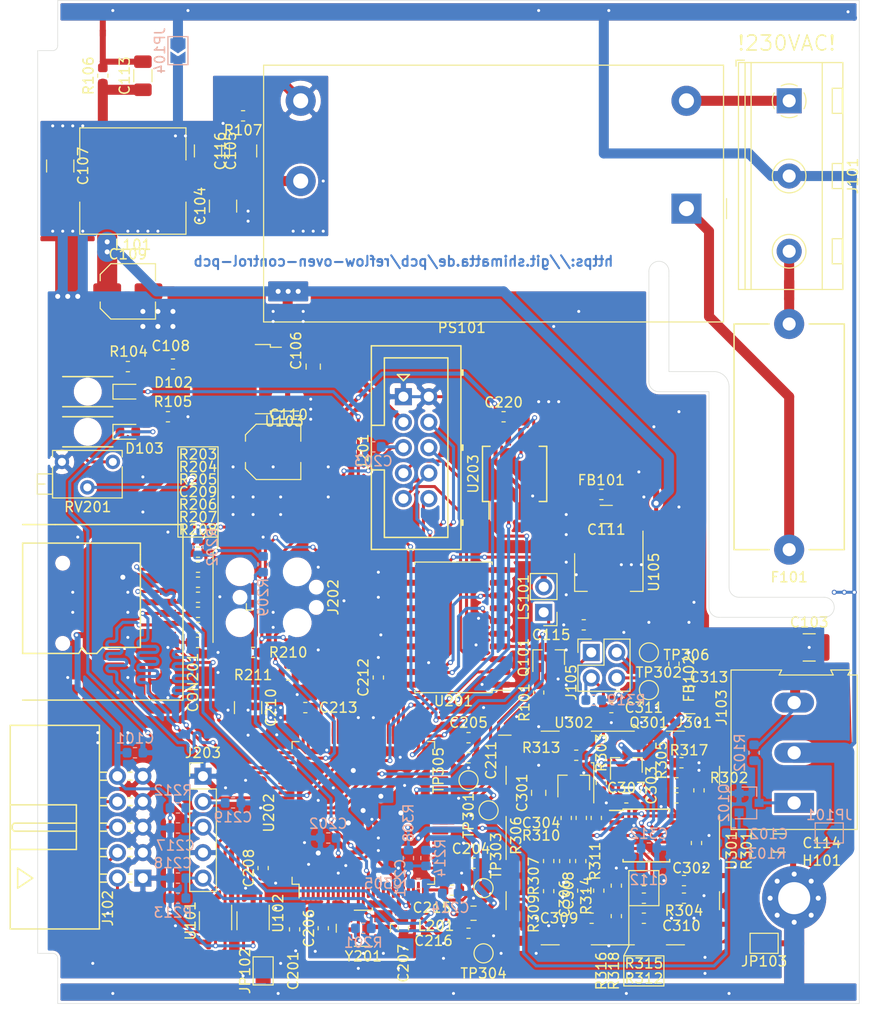
<source format=kicad_pcb>
(kicad_pcb (version 20171130) (host pcbnew 5.1.6)

  (general
    (thickness 1.6)
    (drawings 59)
    (tracks 1984)
    (zones 0)
    (modules 135)
    (nets 139)
  )

  (page A4)
  (layers
    (0 F.Cu signal)
    (31 B.Cu signal)
    (32 B.Adhes user)
    (33 F.Adhes user)
    (34 B.Paste user)
    (35 F.Paste user)
    (36 B.SilkS user)
    (37 F.SilkS user)
    (38 B.Mask user)
    (39 F.Mask user)
    (40 Dwgs.User user)
    (41 Cmts.User user)
    (42 Eco1.User user)
    (43 Eco2.User user)
    (44 Edge.Cuts user)
    (45 Margin user)
    (46 B.CrtYd user)
    (47 F.CrtYd user)
    (48 B.Fab user)
    (49 F.Fab user)
  )

  (setup
    (last_trace_width 0.4)
    (user_trace_width 0.3)
    (user_trace_width 0.4)
    (user_trace_width 0.6)
    (user_trace_width 1)
    (user_trace_width 2)
    (trace_clearance 0.2)
    (zone_clearance 0.25)
    (zone_45_only no)
    (trace_min 0.21)
    (via_size 0.5)
    (via_drill 0.3)
    (via_min_size 0.4)
    (via_min_drill 0.3)
    (user_via 0.9 0.5)
    (uvia_size 0.3)
    (uvia_drill 0.1)
    (uvias_allowed no)
    (uvia_min_size 0.2)
    (uvia_min_drill 0.1)
    (edge_width 0.05)
    (segment_width 0.2)
    (pcb_text_width 0.3)
    (pcb_text_size 1.5 1.5)
    (mod_edge_width 0.12)
    (mod_text_size 1 1)
    (mod_text_width 0.15)
    (pad_size 1.5 1.5)
    (pad_drill 0)
    (pad_to_mask_clearance 0.051)
    (solder_mask_min_width 0.25)
    (aux_axis_origin 13 13)
    (visible_elements FFFFFF7F)
    (pcbplotparams
      (layerselection 0x010fc_ffffffff)
      (usegerberextensions true)
      (usegerberattributes false)
      (usegerberadvancedattributes false)
      (creategerberjobfile true)
      (excludeedgelayer true)
      (linewidth 0.100000)
      (plotframeref false)
      (viasonmask false)
      (mode 1)
      (useauxorigin false)
      (hpglpennumber 1)
      (hpglpenspeed 20)
      (hpglpendiameter 15.000000)
      (psnegative false)
      (psa4output false)
      (plotreference true)
      (plotvalue true)
      (plotinvisibletext false)
      (padsonsilk false)
      (subtractmaskfromsilk false)
      (outputformat 1)
      (mirror false)
      (drillshape 0)
      (scaleselection 1)
      (outputdirectory "gerber/"))
  )

  (net 0 "")
  (net 1 Earth)
  (net 2 GND)
  (net 3 +3V3)
  (net 4 +5V)
  (net 5 /Controller/ENC1)
  (net 6 /Controller/ENC2)
  (net 7 /Controller/VREF)
  (net 8 /Controller/SW1)
  (net 9 /Frontend/FORCE+)
  (net 10 /Frontend/FORCE-)
  (net 11 /Frontend/SENS+)
  (net 12 /Frontend/SENS-)
  (net 13 /Controller/SDIO_D1)
  (net 14 /Controller/SDIO_D0)
  (net 15 /Controller/SDIO_CLK)
  (net 16 /Controller/SDIO_CMD)
  (net 17 /Controller/SDIO_D3)
  (net 18 /Controller/SDIO_D2)
  (net 19 "Net-(D102-Pad1)")
  (net 20 /Controller/TEMP_IN)
  (net 21 /L_Trafo)
  (net 22 /L_IN)
  (net 23 /N_IN)
  (net 24 /DIGIO3)
  (net 25 /DIGIO2)
  (net 26 /DIGIO1)
  (net 27 /DIGIO0)
  (net 28 /Controller/SWDIO)
  (net 29 /Controller/SWCLK)
  (net 30 /Controller/PC_RX)
  (net 31 /Controller/PC_TX)
  (net 32 /Controller/~RST)
  (net 33 "Net-(LS101-Pad1)")
  (net 34 /Controller/LCD_VO)
  (net 35 /Controller/LCD_RS)
  (net 36 /Controller/LCD_EN)
  (net 37 /Controller/LCD_D3)
  (net 38 /Controller/LCD_D0)
  (net 39 /Controller/LCD_D2)
  (net 40 /Controller/LCD_D1)
  (net 41 /OUT0)
  (net 42 /OUT3)
  (net 43 /OUT2)
  (net 44 /OUT1)
  (net 45 /Controller/VDDA)
  (net 46 +5VL)
  (net 47 /Controller/CARD_DETECT)
  (net 48 "Net-(C102-Pad2)")
  (net 49 "Net-(C306-Pad1)")
  (net 50 "Net-(D103-Pad1)")
  (net 51 "Net-(J103-Pad1)")
  (net 52 "Net-(Q101-Pad1)")
  (net 53 +3.3VA)
  (net 54 /Controller/NSS)
  (net 55 /Controller/SCK)
  (net 56 /Controller/MISO)
  (net 57 "Net-(C206-Pad1)")
  (net 58 "Net-(C207-Pad1)")
  (net 59 "Net-(C211-Pad1)")
  (net 60 "Net-(C213-Pad1)")
  (net 61 "Net-(C304-Pad1)")
  (net 62 "Net-(J202-Pad5)")
  (net 63 "Net-(J202-Pad6)")
  (net 64 "Net-(J202-Pad8)")
  (net 65 "Net-(U201-Pad2)")
  (net 66 "Net-(U201-Pad4)")
  (net 67 "Net-(U201-Pad6)")
  (net 68 "Net-(U201-Pad7)")
  (net 69 "Net-(U201-Pad8)")
  (net 70 "Net-(U201-Pad9)")
  (net 71 "Net-(U201-Pad15)")
  (net 72 "Net-(U201-Pad17)")
  (net 73 "Net-(U202-Pad2)")
  (net 74 "Net-(U202-Pad3)")
  (net 75 "Net-(U202-Pad4)")
  (net 76 "Net-(U202-Pad5)")
  (net 77 "Net-(U202-Pad7)")
  (net 78 "Net-(U202-Pad8)")
  (net 79 "Net-(U202-Pad9)")
  (net 80 "Net-(U202-Pad15)")
  (net 81 "Net-(U202-Pad16)")
  (net 82 "Net-(U202-Pad17)")
  (net 83 "Net-(U202-Pad18)")
  (net 84 "Net-(U202-Pad26)")
  (net 85 "Net-(U202-Pad29)")
  (net 86 "Net-(U202-Pad32)")
  (net 87 "Net-(U202-Pad33)")
  (net 88 "Net-(U202-Pad34)")
  (net 89 "Net-(U202-Pad38)")
  (net 90 "Net-(U202-Pad39)")
  (net 91 "Net-(U202-Pad40)")
  (net 92 "Net-(U202-Pad41)")
  (net 93 "Net-(U202-Pad42)")
  (net 94 "Net-(U202-Pad43)")
  (net 95 "Net-(U202-Pad44)")
  (net 96 "Net-(U202-Pad45)")
  (net 97 "Net-(U202-Pad46)")
  (net 98 "Net-(U202-Pad59)")
  (net 99 "Net-(U202-Pad60)")
  (net 100 "Net-(U202-Pad61)")
  (net 101 "Net-(U202-Pad62)")
  (net 102 "Net-(U202-Pad63)")
  (net 103 "Net-(U202-Pad64)")
  (net 104 "Net-(U202-Pad70)")
  (net 105 "Net-(U202-Pad71)")
  (net 106 "Net-(U202-Pad77)")
  (net 107 "Net-(U202-Pad81)")
  (net 108 "Net-(U202-Pad82)")
  (net 109 "Net-(U202-Pad84)")
  (net 110 "Net-(U202-Pad86)")
  (net 111 "Net-(U202-Pad95)")
  (net 112 "Net-(U202-Pad96)")
  (net 113 "Net-(U202-Pad97)")
  (net 114 "Net-(U202-Pad98)")
  (net 115 /Frontend/VREF_OP)
  (net 116 /DIGIO0_PROT)
  (net 117 /DIGIO1_PROT)
  (net 118 /DIGIO2_PROT)
  (net 119 /DIGIO3_PROT)
  (net 120 "Net-(C302-Pad2)")
  (net 121 "Net-(C302-Pad1)")
  (net 122 "Net-(C303-Pad2)")
  (net 123 "Net-(C303-Pad1)")
  (net 124 "Net-(C306-Pad2)")
  (net 125 "Net-(C309-Pad1)")
  (net 126 "Net-(R314-Pad1)")
  (net 127 /Controller/~CS~_EEPROM)
  (net 128 /Controller/SPI2_SCK)
  (net 129 /Controller/SPI2_MISO)
  (net 130 /Controller/SPI2_MOSI)
  (net 131 "Net-(C104-Pad2)")
  (net 132 "Net-(C115-Pad1)")
  (net 133 "Net-(U202-Pad47)")
  (net 134 "Net-(U202-Pad48)")
  (net 135 "Net-(C307-Pad1)")
  (net 136 "Net-(C308-Pad2)")
  (net 137 "Net-(C308-Pad1)")
  (net 138 "Net-(C116-Pad2)")

  (net_class Default "This is the default net class."
    (clearance 0.2)
    (trace_width 0.25)
    (via_dia 0.5)
    (via_drill 0.3)
    (uvia_dia 0.3)
    (uvia_drill 0.1)
    (diff_pair_width 0.21)
    (diff_pair_gap 0.25)
    (add_net +3.3VA)
    (add_net +3V3)
    (add_net +5V)
    (add_net +5VL)
    (add_net /Controller/CARD_DETECT)
    (add_net /Controller/ENC1)
    (add_net /Controller/ENC2)
    (add_net /Controller/LCD_D0)
    (add_net /Controller/LCD_D1)
    (add_net /Controller/LCD_D2)
    (add_net /Controller/LCD_D3)
    (add_net /Controller/LCD_EN)
    (add_net /Controller/LCD_RS)
    (add_net /Controller/LCD_VO)
    (add_net /Controller/MISO)
    (add_net /Controller/NSS)
    (add_net /Controller/PC_RX)
    (add_net /Controller/PC_TX)
    (add_net /Controller/SCK)
    (add_net /Controller/SDIO_CLK)
    (add_net /Controller/SDIO_CMD)
    (add_net /Controller/SDIO_D0)
    (add_net /Controller/SDIO_D1)
    (add_net /Controller/SDIO_D2)
    (add_net /Controller/SDIO_D3)
    (add_net /Controller/SPI2_MISO)
    (add_net /Controller/SPI2_MOSI)
    (add_net /Controller/SPI2_SCK)
    (add_net /Controller/SW1)
    (add_net /Controller/SWCLK)
    (add_net /Controller/SWDIO)
    (add_net /Controller/TEMP_IN)
    (add_net /Controller/VDDA)
    (add_net /Controller/VREF)
    (add_net /Controller/~CS~_EEPROM)
    (add_net /Controller/~RST)
    (add_net /DIGIO0)
    (add_net /DIGIO0_PROT)
    (add_net /DIGIO1)
    (add_net /DIGIO1_PROT)
    (add_net /DIGIO2)
    (add_net /DIGIO2_PROT)
    (add_net /DIGIO3)
    (add_net /DIGIO3_PROT)
    (add_net /Frontend/FORCE+)
    (add_net /Frontend/FORCE-)
    (add_net /Frontend/SENS+)
    (add_net /Frontend/SENS-)
    (add_net /Frontend/VREF_OP)
    (add_net /OUT0)
    (add_net /OUT1)
    (add_net /OUT2)
    (add_net /OUT3)
    (add_net Earth)
    (add_net GND)
    (add_net "Net-(C102-Pad2)")
    (add_net "Net-(C104-Pad2)")
    (add_net "Net-(C115-Pad1)")
    (add_net "Net-(C116-Pad2)")
    (add_net "Net-(C206-Pad1)")
    (add_net "Net-(C207-Pad1)")
    (add_net "Net-(C211-Pad1)")
    (add_net "Net-(C213-Pad1)")
    (add_net "Net-(C302-Pad1)")
    (add_net "Net-(C302-Pad2)")
    (add_net "Net-(C303-Pad1)")
    (add_net "Net-(C303-Pad2)")
    (add_net "Net-(C304-Pad1)")
    (add_net "Net-(C306-Pad1)")
    (add_net "Net-(C306-Pad2)")
    (add_net "Net-(C307-Pad1)")
    (add_net "Net-(C308-Pad1)")
    (add_net "Net-(C308-Pad2)")
    (add_net "Net-(C309-Pad1)")
    (add_net "Net-(D102-Pad1)")
    (add_net "Net-(D103-Pad1)")
    (add_net "Net-(J103-Pad1)")
    (add_net "Net-(J202-Pad5)")
    (add_net "Net-(J202-Pad6)")
    (add_net "Net-(J202-Pad8)")
    (add_net "Net-(LS101-Pad1)")
    (add_net "Net-(Q101-Pad1)")
    (add_net "Net-(R314-Pad1)")
    (add_net "Net-(U201-Pad15)")
    (add_net "Net-(U201-Pad17)")
    (add_net "Net-(U201-Pad2)")
    (add_net "Net-(U201-Pad4)")
    (add_net "Net-(U201-Pad6)")
    (add_net "Net-(U201-Pad7)")
    (add_net "Net-(U201-Pad8)")
    (add_net "Net-(U201-Pad9)")
    (add_net "Net-(U202-Pad15)")
    (add_net "Net-(U202-Pad16)")
    (add_net "Net-(U202-Pad17)")
    (add_net "Net-(U202-Pad18)")
    (add_net "Net-(U202-Pad2)")
    (add_net "Net-(U202-Pad26)")
    (add_net "Net-(U202-Pad29)")
    (add_net "Net-(U202-Pad3)")
    (add_net "Net-(U202-Pad32)")
    (add_net "Net-(U202-Pad33)")
    (add_net "Net-(U202-Pad34)")
    (add_net "Net-(U202-Pad38)")
    (add_net "Net-(U202-Pad39)")
    (add_net "Net-(U202-Pad4)")
    (add_net "Net-(U202-Pad40)")
    (add_net "Net-(U202-Pad41)")
    (add_net "Net-(U202-Pad42)")
    (add_net "Net-(U202-Pad43)")
    (add_net "Net-(U202-Pad44)")
    (add_net "Net-(U202-Pad45)")
    (add_net "Net-(U202-Pad46)")
    (add_net "Net-(U202-Pad47)")
    (add_net "Net-(U202-Pad48)")
    (add_net "Net-(U202-Pad5)")
    (add_net "Net-(U202-Pad59)")
    (add_net "Net-(U202-Pad60)")
    (add_net "Net-(U202-Pad61)")
    (add_net "Net-(U202-Pad62)")
    (add_net "Net-(U202-Pad63)")
    (add_net "Net-(U202-Pad64)")
    (add_net "Net-(U202-Pad7)")
    (add_net "Net-(U202-Pad70)")
    (add_net "Net-(U202-Pad71)")
    (add_net "Net-(U202-Pad77)")
    (add_net "Net-(U202-Pad8)")
    (add_net "Net-(U202-Pad81)")
    (add_net "Net-(U202-Pad82)")
    (add_net "Net-(U202-Pad84)")
    (add_net "Net-(U202-Pad86)")
    (add_net "Net-(U202-Pad9)")
    (add_net "Net-(U202-Pad95)")
    (add_net "Net-(U202-Pad96)")
    (add_net "Net-(U202-Pad97)")
    (add_net "Net-(U202-Pad98)")
  )

  (net_class HV ""
    (clearance 2.55)
    (trace_width 1)
    (via_dia 0.5)
    (via_drill 0.3)
    (uvia_dia 0.3)
    (uvia_drill 0.1)
    (diff_pair_width 0.21)
    (diff_pair_gap 0.25)
    (add_net /L_IN)
    (add_net /L_Trafo)
    (add_net /N_IN)
  )

  (module Resistor_SMD:R_0603_1608Metric (layer F.Cu) (tedit 5B301BBD) (tstamp 5EC4E9C3)
    (at 36.5 24.5 180)
    (descr "Resistor SMD 0603 (1608 Metric), square (rectangular) end terminal, IPC_7351 nominal, (Body size source: http://www.tortai-tech.com/upload/download/2011102023233369053.pdf), generated with kicad-footprint-generator")
    (tags resistor)
    (path /5ED9D597)
    (attr smd)
    (fp_text reference R107 (at 0 -1.43) (layer F.SilkS)
      (effects (font (size 1 1) (thickness 0.15)))
    )
    (fp_text value 10 (at 0 1.43) (layer F.Fab)
      (effects (font (size 1 1) (thickness 0.15)))
    )
    (fp_line (start 1.48 0.73) (end -1.48 0.73) (layer F.CrtYd) (width 0.05))
    (fp_line (start 1.48 -0.73) (end 1.48 0.73) (layer F.CrtYd) (width 0.05))
    (fp_line (start -1.48 -0.73) (end 1.48 -0.73) (layer F.CrtYd) (width 0.05))
    (fp_line (start -1.48 0.73) (end -1.48 -0.73) (layer F.CrtYd) (width 0.05))
    (fp_line (start -0.162779 0.51) (end 0.162779 0.51) (layer F.SilkS) (width 0.12))
    (fp_line (start -0.162779 -0.51) (end 0.162779 -0.51) (layer F.SilkS) (width 0.12))
    (fp_line (start 0.8 0.4) (end -0.8 0.4) (layer F.Fab) (width 0.1))
    (fp_line (start 0.8 -0.4) (end 0.8 0.4) (layer F.Fab) (width 0.1))
    (fp_line (start -0.8 -0.4) (end 0.8 -0.4) (layer F.Fab) (width 0.1))
    (fp_line (start -0.8 0.4) (end -0.8 -0.4) (layer F.Fab) (width 0.1))
    (fp_text user %R (at 0 0) (layer F.Fab)
      (effects (font (size 0.4 0.4) (thickness 0.06)))
    )
    (pad 2 smd roundrect (at 0.7875 0 180) (size 0.875 0.95) (layers F.Cu F.Paste F.Mask) (roundrect_rratio 0.25)
      (net 138 "Net-(C116-Pad2)"))
    (pad 1 smd roundrect (at -0.7875 0 180) (size 0.875 0.95) (layers F.Cu F.Paste F.Mask) (roundrect_rratio 0.25)
      (net 2 GND))
    (model ${KISYS3DMOD}/Resistor_SMD.3dshapes/R_0603_1608Metric.wrl
      (at (xyz 0 0 0))
      (scale (xyz 1 1 1))
      (rotate (xyz 0 0 0))
    )
  )

  (module Capacitor_SMD:C_1210_3225Metric (layer F.Cu) (tedit 5B301BBE) (tstamp 5EC4FD15)
    (at 36.5 28 90)
    (descr "Capacitor SMD 1210 (3225 Metric), square (rectangular) end terminal, IPC_7351 nominal, (Body size source: http://www.tortai-tech.com/upload/download/2011102023233369053.pdf), generated with kicad-footprint-generator")
    (tags capacitor)
    (path /5ED6AD34)
    (attr smd)
    (fp_text reference C116 (at 0 -2.28 90) (layer F.SilkS)
      (effects (font (size 1 1) (thickness 0.15)))
    )
    (fp_text value 10u (at 0 2.28 90) (layer F.Fab)
      (effects (font (size 1 1) (thickness 0.15)))
    )
    (fp_line (start 2.28 1.58) (end -2.28 1.58) (layer F.CrtYd) (width 0.05))
    (fp_line (start 2.28 -1.58) (end 2.28 1.58) (layer F.CrtYd) (width 0.05))
    (fp_line (start -2.28 -1.58) (end 2.28 -1.58) (layer F.CrtYd) (width 0.05))
    (fp_line (start -2.28 1.58) (end -2.28 -1.58) (layer F.CrtYd) (width 0.05))
    (fp_line (start -0.602064 1.36) (end 0.602064 1.36) (layer F.SilkS) (width 0.12))
    (fp_line (start -0.602064 -1.36) (end 0.602064 -1.36) (layer F.SilkS) (width 0.12))
    (fp_line (start 1.6 1.25) (end -1.6 1.25) (layer F.Fab) (width 0.1))
    (fp_line (start 1.6 -1.25) (end 1.6 1.25) (layer F.Fab) (width 0.1))
    (fp_line (start -1.6 -1.25) (end 1.6 -1.25) (layer F.Fab) (width 0.1))
    (fp_line (start -1.6 1.25) (end -1.6 -1.25) (layer F.Fab) (width 0.1))
    (fp_text user %R (at 0 0 90) (layer F.Fab)
      (effects (font (size 0.8 0.8) (thickness 0.12)))
    )
    (pad 2 smd roundrect (at 1.4 0 90) (size 1.25 2.65) (layers F.Cu F.Paste F.Mask) (roundrect_rratio 0.2)
      (net 138 "Net-(C116-Pad2)"))
    (pad 1 smd roundrect (at -1.4 0 90) (size 1.25 2.65) (layers F.Cu F.Paste F.Mask) (roundrect_rratio 0.2)
      (net 131 "Net-(C104-Pad2)"))
    (model ${KISYS3DMOD}/Capacitor_SMD.3dshapes/C_1210_3225Metric.wrl
      (at (xyz 0 0 0))
      (scale (xyz 1 1 1))
      (rotate (xyz 0 0 0))
    )
  )

  (module Capacitor_SMD:C_0603_1608Metric (layer F.Cu) (tedit 5B301BBE) (tstamp 5EC4B71B)
    (at 70.4 101.75 90)
    (descr "Capacitor SMD 0603 (1608 Metric), square (rectangular) end terminal, IPC_7351 nominal, (Body size source: http://www.tortai-tech.com/upload/download/2011102023233369053.pdf), generated with kicad-footprint-generator")
    (tags capacitor)
    (path /5D8C5188/5ED2BEDF)
    (attr smd)
    (fp_text reference C308 (at 0 -1.43 90) (layer F.SilkS)
      (effects (font (size 1 1) (thickness 0.15)))
    )
    (fp_text value 100n (at 0 1.43 90) (layer F.Fab)
      (effects (font (size 1 1) (thickness 0.15)))
    )
    (fp_line (start -0.8 0.4) (end -0.8 -0.4) (layer F.Fab) (width 0.1))
    (fp_line (start -0.8 -0.4) (end 0.8 -0.4) (layer F.Fab) (width 0.1))
    (fp_line (start 0.8 -0.4) (end 0.8 0.4) (layer F.Fab) (width 0.1))
    (fp_line (start 0.8 0.4) (end -0.8 0.4) (layer F.Fab) (width 0.1))
    (fp_line (start -0.162779 -0.51) (end 0.162779 -0.51) (layer F.SilkS) (width 0.12))
    (fp_line (start -0.162779 0.51) (end 0.162779 0.51) (layer F.SilkS) (width 0.12))
    (fp_line (start -1.48 0.73) (end -1.48 -0.73) (layer F.CrtYd) (width 0.05))
    (fp_line (start -1.48 -0.73) (end 1.48 -0.73) (layer F.CrtYd) (width 0.05))
    (fp_line (start 1.48 -0.73) (end 1.48 0.73) (layer F.CrtYd) (width 0.05))
    (fp_line (start 1.48 0.73) (end -1.48 0.73) (layer F.CrtYd) (width 0.05))
    (fp_text user %R (at 0 0 90) (layer F.Fab)
      (effects (font (size 0.4 0.4) (thickness 0.06)))
    )
    (pad 2 smd roundrect (at 0.7875 0 90) (size 0.875 0.95) (layers F.Cu F.Paste F.Mask) (roundrect_rratio 0.25)
      (net 136 "Net-(C308-Pad2)"))
    (pad 1 smd roundrect (at -0.7875 0 90) (size 0.875 0.95) (layers F.Cu F.Paste F.Mask) (roundrect_rratio 0.25)
      (net 137 "Net-(C308-Pad1)"))
    (model ${KISYS3DMOD}/Capacitor_SMD.3dshapes/C_0603_1608Metric.wrl
      (at (xyz 0 0 0))
      (scale (xyz 1 1 1))
      (rotate (xyz 0 0 0))
    )
  )

  (module Capacitor_SMD:C_0805_2012Metric (layer F.Cu) (tedit 5B36C52B) (tstamp 5E3C81BC)
    (at 66 92 90)
    (descr "Capacitor SMD 0805 (2012 Metric), square (rectangular) end terminal, IPC_7351 nominal, (Body size source: https://docs.google.com/spreadsheets/d/1BsfQQcO9C6DZCsRaXUlFlo91Tg2WpOkGARC1WS5S8t0/edit?usp=sharing), generated with kicad-footprint-generator")
    (tags capacitor)
    (path /5D8C5188/5E55CA76)
    (attr smd)
    (fp_text reference C301 (at 0 -1.65 90) (layer F.SilkS)
      (effects (font (size 1 1) (thickness 0.15)))
    )
    (fp_text value 10u (at 0 1.65 90) (layer F.Fab)
      (effects (font (size 1 1) (thickness 0.15)))
    )
    (fp_line (start -1 0.6) (end -1 -0.6) (layer F.Fab) (width 0.1))
    (fp_line (start -1 -0.6) (end 1 -0.6) (layer F.Fab) (width 0.1))
    (fp_line (start 1 -0.6) (end 1 0.6) (layer F.Fab) (width 0.1))
    (fp_line (start 1 0.6) (end -1 0.6) (layer F.Fab) (width 0.1))
    (fp_line (start -0.258578 -0.71) (end 0.258578 -0.71) (layer F.SilkS) (width 0.12))
    (fp_line (start -0.258578 0.71) (end 0.258578 0.71) (layer F.SilkS) (width 0.12))
    (fp_line (start -1.68 0.95) (end -1.68 -0.95) (layer F.CrtYd) (width 0.05))
    (fp_line (start -1.68 -0.95) (end 1.68 -0.95) (layer F.CrtYd) (width 0.05))
    (fp_line (start 1.68 -0.95) (end 1.68 0.95) (layer F.CrtYd) (width 0.05))
    (fp_line (start 1.68 0.95) (end -1.68 0.95) (layer F.CrtYd) (width 0.05))
    (fp_text user %R (at 0 0 90) (layer F.Fab)
      (effects (font (size 0.5 0.5) (thickness 0.08)))
    )
    (pad 2 smd roundrect (at 0.9375 0 90) (size 0.975 1.4) (layers F.Cu F.Paste F.Mask) (roundrect_rratio 0.25)
      (net 2 GND))
    (pad 1 smd roundrect (at -0.9375 0 90) (size 0.975 1.4) (layers F.Cu F.Paste F.Mask) (roundrect_rratio 0.25)
      (net 115 /Frontend/VREF_OP))
    (model ${KISYS3DMOD}/Capacitor_SMD.3dshapes/C_0805_2012Metric.wrl
      (at (xyz 0 0 0))
      (scale (xyz 1 1 1))
      (rotate (xyz 0 0 0))
    )
  )

  (module Resistor_SMD:R_0603_1608Metric (layer F.Cu) (tedit 5B301BBD) (tstamp 5E3C8C02)
    (at 72.25 91 270)
    (descr "Resistor SMD 0603 (1608 Metric), square (rectangular) end terminal, IPC_7351 nominal, (Body size source: http://www.tortai-tech.com/upload/download/2011102023233369053.pdf), generated with kicad-footprint-generator")
    (tags resistor)
    (path /5D8C5188/5D929598)
    (attr smd)
    (fp_text reference R303 (at -3 0 90) (layer F.SilkS)
      (effects (font (size 1 1) (thickness 0.15)))
    )
    (fp_text value 150 (at 0 1.43 90) (layer F.Fab)
      (effects (font (size 1 1) (thickness 0.15)))
    )
    (fp_line (start 1.48 0.73) (end -1.48 0.73) (layer F.CrtYd) (width 0.05))
    (fp_line (start 1.48 -0.73) (end 1.48 0.73) (layer F.CrtYd) (width 0.05))
    (fp_line (start -1.48 -0.73) (end 1.48 -0.73) (layer F.CrtYd) (width 0.05))
    (fp_line (start -1.48 0.73) (end -1.48 -0.73) (layer F.CrtYd) (width 0.05))
    (fp_line (start -0.162779 0.51) (end 0.162779 0.51) (layer F.SilkS) (width 0.12))
    (fp_line (start -0.162779 -0.51) (end 0.162779 -0.51) (layer F.SilkS) (width 0.12))
    (fp_line (start 0.8 0.4) (end -0.8 0.4) (layer F.Fab) (width 0.1))
    (fp_line (start 0.8 -0.4) (end 0.8 0.4) (layer F.Fab) (width 0.1))
    (fp_line (start -0.8 -0.4) (end 0.8 -0.4) (layer F.Fab) (width 0.1))
    (fp_line (start -0.8 0.4) (end -0.8 -0.4) (layer F.Fab) (width 0.1))
    (fp_text user %R (at 0 0 90) (layer F.Fab)
      (effects (font (size 0.4 0.4) (thickness 0.06)))
    )
    (pad 2 smd roundrect (at 0.7875 0 270) (size 0.875 0.95) (layers F.Cu F.Paste F.Mask) (roundrect_rratio 0.25)
      (net 115 /Frontend/VREF_OP))
    (pad 1 smd roundrect (at -0.7875 0 270) (size 0.875 0.95) (layers F.Cu F.Paste F.Mask) (roundrect_rratio 0.25)
      (net 53 +3.3VA))
    (model ${KISYS3DMOD}/Resistor_SMD.3dshapes/R_0603_1608Metric.wrl
      (at (xyz 0 0 0))
      (scale (xyz 1 1 1))
      (rotate (xyz 0 0 0))
    )
  )

  (module Resistor_SMD:R_0603_1608Metric (layer F.Cu) (tedit 5B301BBD) (tstamp 5EC23F77)
    (at 69.75 88.25)
    (descr "Resistor SMD 0603 (1608 Metric), square (rectangular) end terminal, IPC_7351 nominal, (Body size source: http://www.tortai-tech.com/upload/download/2011102023233369053.pdf), generated with kicad-footprint-generator")
    (tags resistor)
    (path /5D8C5188/5EC608B5)
    (attr smd)
    (fp_text reference R313 (at -3.5 -0.75 180) (layer F.SilkS)
      (effects (font (size 1 1) (thickness 0.15)))
    )
    (fp_text value DNP (at 0 1.43) (layer F.Fab)
      (effects (font (size 1 1) (thickness 0.15)))
    )
    (fp_line (start -0.8 0.4) (end -0.8 -0.4) (layer F.Fab) (width 0.1))
    (fp_line (start -0.8 -0.4) (end 0.8 -0.4) (layer F.Fab) (width 0.1))
    (fp_line (start 0.8 -0.4) (end 0.8 0.4) (layer F.Fab) (width 0.1))
    (fp_line (start 0.8 0.4) (end -0.8 0.4) (layer F.Fab) (width 0.1))
    (fp_line (start -0.162779 -0.51) (end 0.162779 -0.51) (layer F.SilkS) (width 0.12))
    (fp_line (start -0.162779 0.51) (end 0.162779 0.51) (layer F.SilkS) (width 0.12))
    (fp_line (start -1.48 0.73) (end -1.48 -0.73) (layer F.CrtYd) (width 0.05))
    (fp_line (start -1.48 -0.73) (end 1.48 -0.73) (layer F.CrtYd) (width 0.05))
    (fp_line (start 1.48 -0.73) (end 1.48 0.73) (layer F.CrtYd) (width 0.05))
    (fp_line (start 1.48 0.73) (end -1.48 0.73) (layer F.CrtYd) (width 0.05))
    (fp_text user %R (at 0 0) (layer F.Fab)
      (effects (font (size 0.4 0.4) (thickness 0.06)))
    )
    (pad 2 smd roundrect (at 0.7875 0) (size 0.875 0.95) (layers F.Cu F.Paste F.Mask) (roundrect_rratio 0.25)
      (net 135 "Net-(C307-Pad1)"))
    (pad 1 smd roundrect (at -0.7875 0) (size 0.875 0.95) (layers F.Cu F.Paste F.Mask) (roundrect_rratio 0.25)
      (net 9 /Frontend/FORCE+))
    (model ${KISYS3DMOD}/Resistor_SMD.3dshapes/R_0603_1608Metric.wrl
      (at (xyz 0 0 0))
      (scale (xyz 1 1 1))
      (rotate (xyz 0 0 0))
    )
  )

  (module Package_TO_SOT_SMD:SOT-23 (layer F.Cu) (tedit 5A02FF57) (tstamp 5EC23B66)
    (at 74.75 89.25 90)
    (descr "SOT-23, Standard")
    (tags SOT-23)
    (path /5D8C5188/5EC3641B)
    (attr smd)
    (fp_text reference Q301 (at 4.25 2.25 180) (layer F.SilkS)
      (effects (font (size 1 1) (thickness 0.15)))
    )
    (fp_text value BC818 (at 0 2.5 90) (layer F.Fab)
      (effects (font (size 1 1) (thickness 0.15)))
    )
    (fp_line (start -0.7 -0.95) (end -0.7 1.5) (layer F.Fab) (width 0.1))
    (fp_line (start -0.15 -1.52) (end 0.7 -1.52) (layer F.Fab) (width 0.1))
    (fp_line (start -0.7 -0.95) (end -0.15 -1.52) (layer F.Fab) (width 0.1))
    (fp_line (start 0.7 -1.52) (end 0.7 1.52) (layer F.Fab) (width 0.1))
    (fp_line (start -0.7 1.52) (end 0.7 1.52) (layer F.Fab) (width 0.1))
    (fp_line (start 0.76 1.58) (end 0.76 0.65) (layer F.SilkS) (width 0.12))
    (fp_line (start 0.76 -1.58) (end 0.76 -0.65) (layer F.SilkS) (width 0.12))
    (fp_line (start -1.7 -1.75) (end 1.7 -1.75) (layer F.CrtYd) (width 0.05))
    (fp_line (start 1.7 -1.75) (end 1.7 1.75) (layer F.CrtYd) (width 0.05))
    (fp_line (start 1.7 1.75) (end -1.7 1.75) (layer F.CrtYd) (width 0.05))
    (fp_line (start -1.7 1.75) (end -1.7 -1.75) (layer F.CrtYd) (width 0.05))
    (fp_line (start 0.76 -1.58) (end -1.4 -1.58) (layer F.SilkS) (width 0.12))
    (fp_line (start 0.76 1.58) (end -0.7 1.58) (layer F.SilkS) (width 0.12))
    (fp_text user %R (at 0 0) (layer F.Fab)
      (effects (font (size 0.5 0.5) (thickness 0.075)))
    )
    (pad 3 smd rect (at 1 0 90) (size 0.9 0.8) (layers F.Cu F.Paste F.Mask)
      (net 53 +3.3VA))
    (pad 2 smd rect (at -1 0.95 90) (size 0.9 0.8) (layers F.Cu F.Paste F.Mask)
      (net 9 /Frontend/FORCE+))
    (pad 1 smd rect (at -1 -0.95 90) (size 0.9 0.8) (layers F.Cu F.Paste F.Mask)
      (net 135 "Net-(C307-Pad1)"))
    (model ${KISYS3DMOD}/Package_TO_SOT_SMD.3dshapes/SOT-23.wrl
      (at (xyz 0 0 0))
      (scale (xyz 1 1 1))
      (rotate (xyz 0 0 0))
    )
  )

  (module RF_Shielding:Wuerth_36103205_20x20mm (layer F.Cu) (tedit 5A143358) (tstamp 5EC248B7)
    (at 73.4 96.5)
    (descr "WE-SHC Shielding Cabinet SMD 20x20mm")
    (tags "Shielding Cabinet")
    (path /5D8C5188/5EC2A452)
    (attr smd)
    (fp_text reference J301 (at 8.1 -11.5) (layer F.SilkS)
      (effects (font (size 1 1) (thickness 0.15)))
    )
    (fp_text value RF_Shield_Two_Pieces (at 0 11.75) (layer F.Fab)
      (effects (font (size 1 1) (thickness 0.15)))
    )
    (fp_line (start -11 -11) (end -11 11) (layer F.CrtYd) (width 0.05))
    (fp_line (start -11 11) (end 11 11) (layer F.CrtYd) (width 0.05))
    (fp_line (start 11 11) (end 11 -11) (layer F.CrtYd) (width 0.05))
    (fp_line (start 11 -11) (end -11 -11) (layer F.CrtYd) (width 0.05))
    (fp_line (start -9.5 -9.5) (end -9.5 9.5) (layer F.CrtYd) (width 0.05))
    (fp_line (start -9.5 9.5) (end 9.5 9.5) (layer F.CrtYd) (width 0.05))
    (fp_line (start 9.5 9.5) (end 9.5 -9.5) (layer F.CrtYd) (width 0.05))
    (fp_line (start 9.5 -9.5) (end -9.5 -9.5) (layer F.CrtYd) (width 0.05))
    (fp_line (start -10.5 -10.5) (end -10.5 10.5) (layer F.Fab) (width 0.1))
    (fp_line (start -10.5 10.5) (end 10.5 10.5) (layer F.Fab) (width 0.1))
    (fp_line (start 10.5 10.5) (end 10.5 -10.5) (layer F.Fab) (width 0.1))
    (fp_line (start 10.5 -10.5) (end -10.5 -10.5) (layer F.Fab) (width 0.1))
    (fp_line (start -7.15 -10.65) (end -5.35 -10.65) (layer F.SilkS) (width 0.12))
    (fp_line (start -7.15 10.65) (end -5.35 10.65) (layer F.SilkS) (width 0.12))
    (fp_line (start -2.15 -10.65) (end 2.15 -10.65) (layer F.SilkS) (width 0.12))
    (fp_line (start -2.15 10.65) (end 2.15 10.65) (layer F.SilkS) (width 0.12))
    (fp_line (start 5.35 -10.65) (end 7.15 -10.65) (layer F.SilkS) (width 0.12))
    (fp_line (start 5.35 10.65) (end 7.15 10.65) (layer F.SilkS) (width 0.12))
    (fp_line (start -10.65 -7.15) (end -10.65 -5.35) (layer F.SilkS) (width 0.12))
    (fp_line (start 10.65 -7.15) (end 10.65 -5.35) (layer F.SilkS) (width 0.12))
    (fp_line (start -10.65 -2.15) (end -10.65 2.15) (layer F.SilkS) (width 0.12))
    (fp_line (start 10.65 -2.15) (end 10.65 2.15) (layer F.SilkS) (width 0.12))
    (fp_line (start -10.65 5.35) (end -10.65 7.15) (layer F.SilkS) (width 0.12))
    (fp_line (start 10.65 5.35) (end 10.65 7.15) (layer F.SilkS) (width 0.12))
    (fp_text user %R (at 0 0) (layer F.Fab)
      (effects (font (size 1 1) (thickness 0.15)))
    )
    (pad 1 smd rect (at 10.25 8.6) (size 1 2.3) (layers F.Cu F.Paste F.Mask)
      (net 2 GND))
    (pad 1 smd rect (at -10.25 8.6) (size 1 2.3) (layers F.Cu F.Paste F.Mask)
      (net 2 GND))
    (pad 1 smd rect (at 10.25 3.75) (size 1 2.6) (layers F.Cu F.Paste F.Mask)
      (net 2 GND))
    (pad 1 smd rect (at -10.25 3.75) (size 1 2.6) (layers F.Cu F.Paste F.Mask)
      (net 2 GND))
    (pad 1 smd rect (at 10.25 -3.75) (size 1 2.6) (layers F.Cu F.Paste F.Mask)
      (net 2 GND))
    (pad 1 smd rect (at -10.25 -3.75) (size 1 2.6) (layers F.Cu F.Paste F.Mask)
      (net 2 GND))
    (pad 1 smd rect (at 10.25 -8.6) (size 1 2.3) (layers F.Cu F.Paste F.Mask)
      (net 2 GND))
    (pad 1 smd rect (at -10.25 -8.6) (size 1 2.3) (layers F.Cu F.Paste F.Mask)
      (net 2 GND))
    (pad 1 smd rect (at 8.6 10.25) (size 2.3 1) (layers F.Cu F.Paste F.Mask)
      (net 2 GND))
    (pad 1 smd rect (at 8.6 -10.25) (size 2.3 1) (layers F.Cu F.Paste F.Mask)
      (net 2 GND))
    (pad 1 smd rect (at 3.75 10.25) (size 2.6 1) (layers F.Cu F.Paste F.Mask)
      (net 2 GND))
    (pad 1 smd rect (at 3.75 -10.25) (size 2.6 1) (layers F.Cu F.Paste F.Mask)
      (net 2 GND))
    (pad 1 smd rect (at -3.75 10.25) (size 2.6 1) (layers F.Cu F.Paste F.Mask)
      (net 2 GND))
    (pad 1 smd rect (at -3.75 -10.25) (size 2.6 1) (layers F.Cu F.Paste F.Mask)
      (net 2 GND))
    (pad 1 smd rect (at -8.6 10.25) (size 2.3 1) (layers F.Cu F.Paste F.Mask)
      (net 2 GND))
    (pad 1 smd rect (at -8.6 -10.25) (size 2.3 1) (layers F.Cu F.Paste F.Mask)
      (net 2 GND))
    (pad 1 smd rect (at -10.25 10.25) (size 1 1) (layers F.Cu F.Paste F.Mask)
      (net 2 GND))
    (pad 1 smd rect (at 10.25 10.25) (size 1 1) (layers F.Cu F.Paste F.Mask)
      (net 2 GND))
    (pad 1 smd rect (at 10.25 -10.25) (size 1 1) (layers F.Cu F.Paste F.Mask)
      (net 2 GND))
    (pad 1 smd rect (at -10.25 -10.25) (size 1 1) (layers F.Cu F.Paste F.Mask)
      (net 2 GND))
    (model ${KISYS3DMOD}/RF_Shielding.3dshapes/Wuerth_36103205_20x20mm.wrl
      (at (xyz 0 0 0))
      (scale (xyz 1 1 1))
      (rotate (xyz 0 0 0))
    )
  )

  (module Converter_ACDC:Converter_ACDC_MeanWell_IRM-05-xx_THT (layer F.Cu) (tedit 5AEF7D42) (tstamp 5EC0B38F)
    (at 80.75 33.75 180)
    (descr http://www.meanwell.com/webapp/product/search.aspx?prod=IRM-05)
    (tags "ACDC-Converter 5W   Meanwell IRM-05")
    (path /5EC7A3DD)
    (fp_text reference PS101 (at 22.42 -11.88) (layer F.SilkS)
      (effects (font (size 1 1) (thickness 0.15)))
    )
    (fp_text value IRM-05-5 (at 21.7 15.6) (layer F.Fab)
      (effects (font (size 1 1) (thickness 0.15)))
    )
    (fp_line (start -4 -1) (end -4 1) (layer F.SilkS) (width 0.12))
    (fp_line (start 42.2 -11.3) (end 42.2 14.3) (layer F.SilkS) (width 0.12))
    (fp_line (start -3.7 -11.3) (end 42.2 -11.3) (layer F.SilkS) (width 0.12))
    (fp_line (start -3.6 14.2) (end 42.1 14.2) (layer F.Fab) (width 0.1))
    (fp_line (start 42.1 -11.2) (end -3.6 -11.2) (layer F.Fab) (width 0.1))
    (fp_line (start -3.85 -11.45) (end -3.85 14.45) (layer F.CrtYd) (width 0.05))
    (fp_line (start -3.6 -11.2) (end -3.6 14.2) (layer F.Fab) (width 0.1))
    (fp_line (start -3.7 14.3) (end 42.2 14.3) (layer F.SilkS) (width 0.12))
    (fp_line (start -3.7 -11.3) (end -3.7 14.3) (layer F.SilkS) (width 0.12))
    (fp_line (start 42.1 -11.2) (end 42.1 14.2) (layer F.Fab) (width 0.1))
    (fp_line (start -3.85 14.45) (end 42.35 14.45) (layer F.CrtYd) (width 0.05))
    (fp_line (start -3.85 -11.45) (end 42.35 -11.45) (layer F.CrtYd) (width 0.05))
    (fp_line (start 42.35 -11.45) (end 42.35 14.45) (layer F.CrtYd) (width 0.05))
    (fp_line (start -2.6 0) (end -3.6 -1) (layer F.Fab) (width 0.1))
    (fp_line (start -2.6 0) (end -3.6 1) (layer F.Fab) (width 0.1))
    (fp_text user %R (at 22.42 0.48) (layer F.Fab)
      (effects (font (size 1 1) (thickness 0.15)))
    )
    (pad 1 thru_hole rect (at 0 0 180) (size 3 3) (drill 1.5) (layers *.Cu *.Mask)
      (net 21 /L_Trafo))
    (pad 4 thru_hole circle (at 38.5 2.75 180) (size 3 3) (drill 1.5) (layers *.Cu *.Mask)
      (net 131 "Net-(C104-Pad2)"))
    (pad 2 thru_hole circle (at 0 10.75 180) (size 3 3) (drill 1.5) (layers *.Cu *.Mask)
      (net 23 /N_IN))
    (pad 3 thru_hole circle (at 38.5 10.75 180) (size 3 3) (drill 1.5) (layers *.Cu *.Mask)
      (net 2 GND))
    (model ${KISYS3DMOD}/Converter_ACDC.3dshapes/Converter_ACDC_MeanWell_IRM-05-xx_THT.wrl
      (at (xyz 0 0 0))
      (scale (xyz 1 1 1))
      (rotate (xyz 0 0 0))
    )
  )

  (module Capacitor_SMD:C_0603_1608Metric (layer B.Cu) (tedit 5B301BBE) (tstamp 5EC142EA)
    (at 50.75 100.5 90)
    (descr "Capacitor SMD 0603 (1608 Metric), square (rectangular) end terminal, IPC_7351 nominal, (Body size source: http://www.tortai-tech.com/upload/download/2011102023233369053.pdf), generated with kicad-footprint-generator")
    (tags capacitor)
    (path /5D77EC9D/5EE4C015)
    (attr smd)
    (fp_text reference C221 (at 0 1.43 270) (layer B.SilkS)
      (effects (font (size 1 1) (thickness 0.15)) (justify mirror))
    )
    (fp_text value 100n (at 0 -1.43 270) (layer B.Fab)
      (effects (font (size 1 1) (thickness 0.15)) (justify mirror))
    )
    (fp_line (start -0.8 -0.4) (end -0.8 0.4) (layer B.Fab) (width 0.1))
    (fp_line (start -0.8 0.4) (end 0.8 0.4) (layer B.Fab) (width 0.1))
    (fp_line (start 0.8 0.4) (end 0.8 -0.4) (layer B.Fab) (width 0.1))
    (fp_line (start 0.8 -0.4) (end -0.8 -0.4) (layer B.Fab) (width 0.1))
    (fp_line (start -0.162779 0.51) (end 0.162779 0.51) (layer B.SilkS) (width 0.12))
    (fp_line (start -0.162779 -0.51) (end 0.162779 -0.51) (layer B.SilkS) (width 0.12))
    (fp_line (start -1.48 -0.73) (end -1.48 0.73) (layer B.CrtYd) (width 0.05))
    (fp_line (start -1.48 0.73) (end 1.48 0.73) (layer B.CrtYd) (width 0.05))
    (fp_line (start 1.48 0.73) (end 1.48 -0.73) (layer B.CrtYd) (width 0.05))
    (fp_line (start 1.48 -0.73) (end -1.48 -0.73) (layer B.CrtYd) (width 0.05))
    (fp_text user %R (at 0 0 270) (layer B.Fab)
      (effects (font (size 0.4 0.4) (thickness 0.06)) (justify mirror))
    )
    (pad 2 smd roundrect (at 0.7875 0 90) (size 0.875 0.95) (layers B.Cu B.Paste B.Mask) (roundrect_rratio 0.25)
      (net 2 GND))
    (pad 1 smd roundrect (at -0.7875 0 90) (size 0.875 0.95) (layers B.Cu B.Paste B.Mask) (roundrect_rratio 0.25)
      (net 45 /Controller/VDDA))
    (model ${KISYS3DMOD}/Capacitor_SMD.3dshapes/C_0603_1608Metric.wrl
      (at (xyz 0 0 0))
      (scale (xyz 1 1 1))
      (rotate (xyz 0 0 0))
    )
  )

  (module Inductor_SMD:L_10.4x10.4_H4.8 (layer F.Cu) (tedit 5990349B) (tstamp 5EC0B32D)
    (at 25.5 31 180)
    (descr "Choke, SMD, 10.4x10.4mm 4.8mm height")
    (tags "Choke SMD")
    (path /5ECF1E66)
    (attr smd)
    (fp_text reference L101 (at 0 -6.35) (layer F.SilkS)
      (effects (font (size 1 1) (thickness 0.15)))
    )
    (fp_text value 10u (at 0 6.35) (layer F.Fab)
      (effects (font (size 1 1) (thickness 0.15)))
    )
    (fp_line (start 5.3 2.1) (end 5.3 5.3) (layer F.SilkS) (width 0.12))
    (fp_line (start 5.3 5.3) (end -5.3 5.3) (layer F.SilkS) (width 0.12))
    (fp_line (start -5.3 5.3) (end -5.3 2.1) (layer F.SilkS) (width 0.12))
    (fp_line (start -5.3 -2.1) (end -5.3 -5.3) (layer F.SilkS) (width 0.12))
    (fp_line (start -5.3 -5.3) (end 5.3 -5.3) (layer F.SilkS) (width 0.12))
    (fp_line (start 5.3 -5.3) (end 5.3 -2.1) (layer F.SilkS) (width 0.12))
    (fp_line (start -5.75 -5.45) (end -5.75 5.45) (layer F.CrtYd) (width 0.05))
    (fp_line (start -5.75 5.45) (end 5.75 5.45) (layer F.CrtYd) (width 0.05))
    (fp_line (start 5.75 5.45) (end 5.75 -5.45) (layer F.CrtYd) (width 0.05))
    (fp_line (start 5.75 -5.45) (end -5.75 -5.45) (layer F.CrtYd) (width 0.05))
    (fp_line (start 5.2 -5.2) (end 5.2 -2.1) (layer F.Fab) (width 0.1))
    (fp_line (start -5.2 -5.2) (end -5.2 -2.1) (layer F.Fab) (width 0.1))
    (fp_line (start 5.2 5.2) (end 5.2 2.1) (layer F.Fab) (width 0.1))
    (fp_line (start -5.2 5.2) (end -5.2 2.1) (layer F.Fab) (width 0.1))
    (fp_line (start -5.2 -5.2) (end 5.2 -5.2) (layer F.Fab) (width 0.1))
    (fp_line (start -5.2 5.2) (end 5.2 5.2) (layer F.Fab) (width 0.1))
    (fp_arc (start 0 0) (end -3.17 -3.17) (angle 90) (layer F.Fab) (width 0.1))
    (fp_arc (start 0 0) (end 3.17 3.17) (angle 90) (layer F.Fab) (width 0.1))
    (fp_text user %R (at 0 0) (layer F.Fab)
      (effects (font (size 1 1) (thickness 0.15)))
    )
    (pad 2 smd rect (at 4.15 0 180) (size 2.7 3.6) (layers F.Cu F.Paste F.Mask)
      (net 46 +5VL))
    (pad 1 smd rect (at -4.15 0 180) (size 2.7 3.6) (layers F.Cu F.Paste F.Mask)
      (net 131 "Net-(C104-Pad2)"))
    (model ${KISYS3DMOD}/Inductor_SMD.3dshapes/L_10.4x10.4_H4.8.wrl
      (at (xyz 0 0 0))
      (scale (xyz 1 1 1))
      (rotate (xyz 0 0 0))
    )
  )

  (module Inductor_SMD:L_0603_1608Metric_Pad1.05x0.95mm_HandSolder (layer F.Cu) (tedit 5B301BBE) (tstamp 5EC0AF10)
    (at 79.5 79.125 90)
    (descr "Capacitor SMD 0603 (1608 Metric), square (rectangular) end terminal, IPC_7351 nominal with elongated pad for handsoldering. (Body size source: http://www.tortai-tech.com/upload/download/2011102023233369053.pdf), generated with kicad-footprint-generator")
    (tags "inductor handsolder")
    (path /5ED787BE)
    (attr smd)
    (fp_text reference FB102 (at -1.5 1.5 90) (layer F.SilkS)
      (effects (font (size 1 1) (thickness 0.15)))
    )
    (fp_text value "600 Ohm" (at 0 1.43 90) (layer F.Fab)
      (effects (font (size 1 1) (thickness 0.15)))
    )
    (fp_line (start -0.8 0.4) (end -0.8 -0.4) (layer F.Fab) (width 0.1))
    (fp_line (start -0.8 -0.4) (end 0.8 -0.4) (layer F.Fab) (width 0.1))
    (fp_line (start 0.8 -0.4) (end 0.8 0.4) (layer F.Fab) (width 0.1))
    (fp_line (start 0.8 0.4) (end -0.8 0.4) (layer F.Fab) (width 0.1))
    (fp_line (start -0.171267 -0.51) (end 0.171267 -0.51) (layer F.SilkS) (width 0.12))
    (fp_line (start -0.171267 0.51) (end 0.171267 0.51) (layer F.SilkS) (width 0.12))
    (fp_line (start -1.65 0.73) (end -1.65 -0.73) (layer F.CrtYd) (width 0.05))
    (fp_line (start -1.65 -0.73) (end 1.65 -0.73) (layer F.CrtYd) (width 0.05))
    (fp_line (start 1.65 -0.73) (end 1.65 0.73) (layer F.CrtYd) (width 0.05))
    (fp_line (start 1.65 0.73) (end -1.65 0.73) (layer F.CrtYd) (width 0.05))
    (fp_text user %R (at 0 0 90) (layer F.Fab)
      (effects (font (size 0.4 0.4) (thickness 0.06)))
    )
    (pad 2 smd roundrect (at 0.875 0 90) (size 1.05 0.95) (layers F.Cu F.Paste F.Mask) (roundrect_rratio 0.25)
      (net 132 "Net-(C115-Pad1)"))
    (pad 1 smd roundrect (at -0.875 0 90) (size 1.05 0.95) (layers F.Cu F.Paste F.Mask) (roundrect_rratio 0.25)
      (net 53 +3.3VA))
    (model ${KISYS3DMOD}/Inductor_SMD.3dshapes/L_0603_1608Metric.wrl
      (at (xyz 0 0 0))
      (scale (xyz 1 1 1))
      (rotate (xyz 0 0 0))
    )
  )

  (module Capacitor_SMD:C_0603_1608Metric (layer F.Cu) (tedit 5B301BBE) (tstamp 5EC0A9E5)
    (at 70.5 75.25 180)
    (descr "Capacitor SMD 0603 (1608 Metric), square (rectangular) end terminal, IPC_7351 nominal, (Body size source: http://www.tortai-tech.com/upload/download/2011102023233369053.pdf), generated with kicad-footprint-generator")
    (tags capacitor)
    (path /5ED8408E)
    (attr smd)
    (fp_text reference C115 (at 3.25 -1) (layer F.SilkS)
      (effects (font (size 1 1) (thickness 0.15)))
    )
    (fp_text value 100n (at 0 1.43) (layer F.Fab)
      (effects (font (size 1 1) (thickness 0.15)))
    )
    (fp_line (start -0.8 0.4) (end -0.8 -0.4) (layer F.Fab) (width 0.1))
    (fp_line (start -0.8 -0.4) (end 0.8 -0.4) (layer F.Fab) (width 0.1))
    (fp_line (start 0.8 -0.4) (end 0.8 0.4) (layer F.Fab) (width 0.1))
    (fp_line (start 0.8 0.4) (end -0.8 0.4) (layer F.Fab) (width 0.1))
    (fp_line (start -0.162779 -0.51) (end 0.162779 -0.51) (layer F.SilkS) (width 0.12))
    (fp_line (start -0.162779 0.51) (end 0.162779 0.51) (layer F.SilkS) (width 0.12))
    (fp_line (start -1.48 0.73) (end -1.48 -0.73) (layer F.CrtYd) (width 0.05))
    (fp_line (start -1.48 -0.73) (end 1.48 -0.73) (layer F.CrtYd) (width 0.05))
    (fp_line (start 1.48 -0.73) (end 1.48 0.73) (layer F.CrtYd) (width 0.05))
    (fp_line (start 1.48 0.73) (end -1.48 0.73) (layer F.CrtYd) (width 0.05))
    (fp_text user %R (at 0 0) (layer F.Fab)
      (effects (font (size 0.4 0.4) (thickness 0.06)))
    )
    (pad 2 smd roundrect (at 0.7875 0 180) (size 0.875 0.95) (layers F.Cu F.Paste F.Mask) (roundrect_rratio 0.25)
      (net 2 GND))
    (pad 1 smd roundrect (at -0.7875 0 180) (size 0.875 0.95) (layers F.Cu F.Paste F.Mask) (roundrect_rratio 0.25)
      (net 132 "Net-(C115-Pad1)"))
    (model ${KISYS3DMOD}/Capacitor_SMD.3dshapes/C_0603_1608Metric.wrl
      (at (xyz 0 0 0))
      (scale (xyz 1 1 1))
      (rotate (xyz 0 0 0))
    )
  )

  (module Capacitor_SMD:C_1210_3225Metric (layer F.Cu) (tedit 5B301BBE) (tstamp 5EC0A8A8)
    (at 18.25 29.5 270)
    (descr "Capacitor SMD 1210 (3225 Metric), square (rectangular) end terminal, IPC_7351 nominal, (Body size source: http://www.tortai-tech.com/upload/download/2011102023233369053.pdf), generated with kicad-footprint-generator")
    (tags capacitor)
    (path /5ED508BB)
    (attr smd)
    (fp_text reference C107 (at 0 -2.28 90) (layer F.SilkS)
      (effects (font (size 1 1) (thickness 0.15)))
    )
    (fp_text value 10u (at 0 2.28 90) (layer F.Fab)
      (effects (font (size 1 1) (thickness 0.15)))
    )
    (fp_line (start -1.6 1.25) (end -1.6 -1.25) (layer F.Fab) (width 0.1))
    (fp_line (start -1.6 -1.25) (end 1.6 -1.25) (layer F.Fab) (width 0.1))
    (fp_line (start 1.6 -1.25) (end 1.6 1.25) (layer F.Fab) (width 0.1))
    (fp_line (start 1.6 1.25) (end -1.6 1.25) (layer F.Fab) (width 0.1))
    (fp_line (start -0.602064 -1.36) (end 0.602064 -1.36) (layer F.SilkS) (width 0.12))
    (fp_line (start -0.602064 1.36) (end 0.602064 1.36) (layer F.SilkS) (width 0.12))
    (fp_line (start -2.28 1.58) (end -2.28 -1.58) (layer F.CrtYd) (width 0.05))
    (fp_line (start -2.28 -1.58) (end 2.28 -1.58) (layer F.CrtYd) (width 0.05))
    (fp_line (start 2.28 -1.58) (end 2.28 1.58) (layer F.CrtYd) (width 0.05))
    (fp_line (start 2.28 1.58) (end -2.28 1.58) (layer F.CrtYd) (width 0.05))
    (fp_text user %R (at 0 0 90) (layer F.Fab)
      (effects (font (size 0.8 0.8) (thickness 0.12)))
    )
    (pad 2 smd roundrect (at 1.4 0 270) (size 1.25 2.65) (layers F.Cu F.Paste F.Mask) (roundrect_rratio 0.2)
      (net 46 +5VL))
    (pad 1 smd roundrect (at -1.4 0 270) (size 1.25 2.65) (layers F.Cu F.Paste F.Mask) (roundrect_rratio 0.2)
      (net 2 GND))
    (model ${KISYS3DMOD}/Capacitor_SMD.3dshapes/C_1210_3225Metric.wrl
      (at (xyz 0 0 0))
      (scale (xyz 1 1 1))
      (rotate (xyz 0 0 0))
    )
  )

  (module Capacitor_SMD:C_1210_3225Metric (layer F.Cu) (tedit 5B301BBE) (tstamp 5EC0A877)
    (at 33 28 270)
    (descr "Capacitor SMD 1210 (3225 Metric), square (rectangular) end terminal, IPC_7351 nominal, (Body size source: http://www.tortai-tech.com/upload/download/2011102023233369053.pdf), generated with kicad-footprint-generator")
    (tags capacitor)
    (path /5ED4FDCA)
    (attr smd)
    (fp_text reference C105 (at 0 -2.28 90) (layer F.SilkS)
      (effects (font (size 1 1) (thickness 0.15)))
    )
    (fp_text value 10u (at 0 2.28 90) (layer F.Fab)
      (effects (font (size 1 1) (thickness 0.15)))
    )
    (fp_line (start -1.6 1.25) (end -1.6 -1.25) (layer F.Fab) (width 0.1))
    (fp_line (start -1.6 -1.25) (end 1.6 -1.25) (layer F.Fab) (width 0.1))
    (fp_line (start 1.6 -1.25) (end 1.6 1.25) (layer F.Fab) (width 0.1))
    (fp_line (start 1.6 1.25) (end -1.6 1.25) (layer F.Fab) (width 0.1))
    (fp_line (start -0.602064 -1.36) (end 0.602064 -1.36) (layer F.SilkS) (width 0.12))
    (fp_line (start -0.602064 1.36) (end 0.602064 1.36) (layer F.SilkS) (width 0.12))
    (fp_line (start -2.28 1.58) (end -2.28 -1.58) (layer F.CrtYd) (width 0.05))
    (fp_line (start -2.28 -1.58) (end 2.28 -1.58) (layer F.CrtYd) (width 0.05))
    (fp_line (start 2.28 -1.58) (end 2.28 1.58) (layer F.CrtYd) (width 0.05))
    (fp_line (start 2.28 1.58) (end -2.28 1.58) (layer F.CrtYd) (width 0.05))
    (fp_text user %R (at 0 0 90) (layer F.Fab)
      (effects (font (size 0.8 0.8) (thickness 0.12)))
    )
    (pad 2 smd roundrect (at 1.4 0 270) (size 1.25 2.65) (layers F.Cu F.Paste F.Mask) (roundrect_rratio 0.2)
      (net 131 "Net-(C104-Pad2)"))
    (pad 1 smd roundrect (at -1.4 0 270) (size 1.25 2.65) (layers F.Cu F.Paste F.Mask) (roundrect_rratio 0.2)
      (net 2 GND))
    (model ${KISYS3DMOD}/Capacitor_SMD.3dshapes/C_1210_3225Metric.wrl
      (at (xyz 0 0 0))
      (scale (xyz 1 1 1))
      (rotate (xyz 0 0 0))
    )
  )

  (module Capacitor_SMD:C_1210_3225Metric (layer F.Cu) (tedit 5B301BBE) (tstamp 5EC1D9FC)
    (at 34.5 33.5 90)
    (descr "Capacitor SMD 1210 (3225 Metric), square (rectangular) end terminal, IPC_7351 nominal, (Body size source: http://www.tortai-tech.com/upload/download/2011102023233369053.pdf), generated with kicad-footprint-generator")
    (tags capacitor)
    (path /5ED3113D)
    (attr smd)
    (fp_text reference C104 (at 0 -2.28 90) (layer F.SilkS)
      (effects (font (size 1 1) (thickness 0.15)))
    )
    (fp_text value 10u (at 0 2.28 90) (layer F.Fab)
      (effects (font (size 1 1) (thickness 0.15)))
    )
    (fp_line (start -1.6 1.25) (end -1.6 -1.25) (layer F.Fab) (width 0.1))
    (fp_line (start -1.6 -1.25) (end 1.6 -1.25) (layer F.Fab) (width 0.1))
    (fp_line (start 1.6 -1.25) (end 1.6 1.25) (layer F.Fab) (width 0.1))
    (fp_line (start 1.6 1.25) (end -1.6 1.25) (layer F.Fab) (width 0.1))
    (fp_line (start -0.602064 -1.36) (end 0.602064 -1.36) (layer F.SilkS) (width 0.12))
    (fp_line (start -0.602064 1.36) (end 0.602064 1.36) (layer F.SilkS) (width 0.12))
    (fp_line (start -2.28 1.58) (end -2.28 -1.58) (layer F.CrtYd) (width 0.05))
    (fp_line (start -2.28 -1.58) (end 2.28 -1.58) (layer F.CrtYd) (width 0.05))
    (fp_line (start 2.28 -1.58) (end 2.28 1.58) (layer F.CrtYd) (width 0.05))
    (fp_line (start 2.28 1.58) (end -2.28 1.58) (layer F.CrtYd) (width 0.05))
    (fp_text user %R (at 0 0 90) (layer F.Fab)
      (effects (font (size 0.8 0.8) (thickness 0.12)))
    )
    (pad 2 smd roundrect (at 1.4 0 90) (size 1.25 2.65) (layers F.Cu F.Paste F.Mask) (roundrect_rratio 0.2)
      (net 131 "Net-(C104-Pad2)"))
    (pad 1 smd roundrect (at -1.4 0 90) (size 1.25 2.65) (layers F.Cu F.Paste F.Mask) (roundrect_rratio 0.2)
      (net 2 GND))
    (model ${KISYS3DMOD}/Capacitor_SMD.3dshapes/C_1210_3225Metric.wrl
      (at (xyz 0 0 0))
      (scale (xyz 1 1 1))
      (rotate (xyz 0 0 0))
    )
  )

  (module Package_SO:SO-8_5.3x6.2mm_P1.27mm (layer F.Cu) (tedit 5A02F2D3) (tstamp 5E96AA0E)
    (at 63.6 60.2 90)
    (descr "8-Lead Plastic Small Outline, 5.3x6.2mm Body (http://www.ti.com.cn/cn/lit/ds/symlink/tl7705a.pdf)")
    (tags "SOIC 1.27")
    (path /5D77EC9D/5E9C446B)
    (attr smd)
    (fp_text reference U203 (at 0 -4.13 90) (layer F.SilkS)
      (effects (font (size 1 1) (thickness 0.15)))
    )
    (fp_text value 25LCxxx (at 0 4.13 90) (layer F.Fab)
      (effects (font (size 1 1) (thickness 0.15)))
    )
    (fp_line (start -2.75 -2.55) (end -4.5 -2.55) (layer F.SilkS) (width 0.15))
    (fp_line (start -2.75 3.205) (end 2.75 3.205) (layer F.SilkS) (width 0.15))
    (fp_line (start -2.75 -3.205) (end 2.75 -3.205) (layer F.SilkS) (width 0.15))
    (fp_line (start -2.75 3.205) (end -2.75 2.455) (layer F.SilkS) (width 0.15))
    (fp_line (start 2.75 3.205) (end 2.75 2.455) (layer F.SilkS) (width 0.15))
    (fp_line (start 2.75 -3.205) (end 2.75 -2.455) (layer F.SilkS) (width 0.15))
    (fp_line (start -2.75 -3.205) (end -2.75 -2.55) (layer F.SilkS) (width 0.15))
    (fp_line (start -4.83 3.35) (end 4.83 3.35) (layer F.CrtYd) (width 0.05))
    (fp_line (start -4.83 -3.35) (end 4.83 -3.35) (layer F.CrtYd) (width 0.05))
    (fp_line (start 4.83 -3.35) (end 4.83 3.35) (layer F.CrtYd) (width 0.05))
    (fp_line (start -4.83 -3.35) (end -4.83 3.35) (layer F.CrtYd) (width 0.05))
    (fp_line (start -2.65 -2.1) (end -1.65 -3.1) (layer F.Fab) (width 0.15))
    (fp_line (start -2.65 3.1) (end -2.65 -2.1) (layer F.Fab) (width 0.15))
    (fp_line (start 2.65 3.1) (end -2.65 3.1) (layer F.Fab) (width 0.15))
    (fp_line (start 2.65 -3.1) (end 2.65 3.1) (layer F.Fab) (width 0.15))
    (fp_line (start -1.65 -3.1) (end 2.65 -3.1) (layer F.Fab) (width 0.15))
    (fp_text user %R (at 0 0 90) (layer F.Fab)
      (effects (font (size 1 1) (thickness 0.15)))
    )
    (pad 8 smd rect (at 3.7 -1.905 90) (size 1.75 0.55) (layers F.Cu F.Paste F.Mask)
      (net 3 +3V3))
    (pad 7 smd rect (at 3.7 -0.635 90) (size 1.75 0.55) (layers F.Cu F.Paste F.Mask)
      (net 3 +3V3))
    (pad 6 smd rect (at 3.7 0.635 90) (size 1.75 0.55) (layers F.Cu F.Paste F.Mask)
      (net 128 /Controller/SPI2_SCK))
    (pad 5 smd rect (at 3.7 1.905 90) (size 1.75 0.55) (layers F.Cu F.Paste F.Mask)
      (net 130 /Controller/SPI2_MOSI))
    (pad 4 smd rect (at -3.7 1.905 90) (size 1.75 0.55) (layers F.Cu F.Paste F.Mask)
      (net 2 GND))
    (pad 3 smd rect (at -3.7 0.635 90) (size 1.75 0.55) (layers F.Cu F.Paste F.Mask)
      (net 3 +3V3))
    (pad 2 smd rect (at -3.7 -0.635 90) (size 1.75 0.55) (layers F.Cu F.Paste F.Mask)
      (net 129 /Controller/SPI2_MISO))
    (pad 1 smd rect (at -3.7 -1.905 90) (size 1.75 0.55) (layers F.Cu F.Paste F.Mask)
      (net 127 /Controller/~CS~_EEPROM))
    (model ${KISYS3DMOD}/Package_SO.3dshapes/SO-8_5.3x6.2mm_P1.27mm.wrl
      (at (xyz 0 0 0))
      (scale (xyz 1 1 1))
      (rotate (xyz 0 0 0))
    )
  )

  (module Capacitor_SMD:C_0603_1608Metric (layer F.Cu) (tedit 5B301BBE) (tstamp 5EC0B762)
    (at 62.5 54.5)
    (descr "Capacitor SMD 0603 (1608 Metric), square (rectangular) end terminal, IPC_7351 nominal, (Body size source: http://www.tortai-tech.com/upload/download/2011102023233369053.pdf), generated with kicad-footprint-generator")
    (tags capacitor)
    (path /5D77EC9D/5EAAB237)
    (attr smd)
    (fp_text reference C220 (at 0 -1.43) (layer F.SilkS)
      (effects (font (size 1 1) (thickness 0.15)))
    )
    (fp_text value 100n (at 0 1.43) (layer F.Fab)
      (effects (font (size 1 1) (thickness 0.15)))
    )
    (fp_line (start 1.48 0.73) (end -1.48 0.73) (layer F.CrtYd) (width 0.05))
    (fp_line (start 1.48 -0.73) (end 1.48 0.73) (layer F.CrtYd) (width 0.05))
    (fp_line (start -1.48 -0.73) (end 1.48 -0.73) (layer F.CrtYd) (width 0.05))
    (fp_line (start -1.48 0.73) (end -1.48 -0.73) (layer F.CrtYd) (width 0.05))
    (fp_line (start -0.162779 0.51) (end 0.162779 0.51) (layer F.SilkS) (width 0.12))
    (fp_line (start -0.162779 -0.51) (end 0.162779 -0.51) (layer F.SilkS) (width 0.12))
    (fp_line (start 0.8 0.4) (end -0.8 0.4) (layer F.Fab) (width 0.1))
    (fp_line (start 0.8 -0.4) (end 0.8 0.4) (layer F.Fab) (width 0.1))
    (fp_line (start -0.8 -0.4) (end 0.8 -0.4) (layer F.Fab) (width 0.1))
    (fp_line (start -0.8 0.4) (end -0.8 -0.4) (layer F.Fab) (width 0.1))
    (fp_text user %R (at 0 0) (layer F.Fab)
      (effects (font (size 0.4 0.4) (thickness 0.06)))
    )
    (pad 2 smd roundrect (at 0.7875 0) (size 0.875 0.95) (layers F.Cu F.Paste F.Mask) (roundrect_rratio 0.25)
      (net 2 GND))
    (pad 1 smd roundrect (at -0.7875 0) (size 0.875 0.95) (layers F.Cu F.Paste F.Mask) (roundrect_rratio 0.25)
      (net 3 +3V3))
    (model ${KISYS3DMOD}/Capacitor_SMD.3dshapes/C_0603_1608Metric.wrl
      (at (xyz 0 0 0))
      (scale (xyz 1 1 1))
      (rotate (xyz 0 0 0))
    )
  )

  (module TerminalBlock_RND:TerminalBlock_RND_205-00068_1x03_P7.50mm_Horizontal (layer F.Cu) (tedit 5B294F18) (tstamp 5DEF1386)
    (at 91 23 270)
    (descr "terminal block RND 205-00068, 3 pins, pitch 7.5mm, size 22.5x10.3mm^2, drill diamater 1.3mm, pad diameter 2.5mm, see http://cdn-reichelt.de/documents/datenblatt/C151/RND_205-00067_DB_EN.pdf, script-generated using https://github.com/pointhi/kicad-footprint-generator/scripts/TerminalBlock_RND")
    (tags "THT terminal block RND 205-00068 pitch 7.5mm size 22.5x10.3mm^2 drill 1.3mm pad 2.5mm")
    (path /5D6DCF6A)
    (fp_text reference J101 (at 7.5 -6.36 90) (layer F.SilkS)
      (effects (font (size 1 1) (thickness 0.15)))
    )
    (fp_text value "230VAC IN" (at 7.5 6.06 90) (layer F.Fab)
      (effects (font (size 1 1) (thickness 0.15)))
    )
    (fp_line (start 19.25 -5.81) (end -4.25 -5.81) (layer F.CrtYd) (width 0.05))
    (fp_line (start 19.25 5.5) (end 19.25 -5.81) (layer F.CrtYd) (width 0.05))
    (fp_line (start -4.25 5.5) (end 19.25 5.5) (layer F.CrtYd) (width 0.05))
    (fp_line (start -4.25 -5.81) (end -4.25 5.5) (layer F.CrtYd) (width 0.05))
    (fp_line (start -4.05 5.3) (end -3.45 5.3) (layer F.SilkS) (width 0.12))
    (fp_line (start -4.05 4.46) (end -4.05 5.3) (layer F.SilkS) (width 0.12))
    (fp_line (start 16.25 -5.301) (end 16.25 -4.301) (layer F.SilkS) (width 0.12))
    (fp_line (start 13.75 -5.301) (end 13.75 -4.301) (layer F.SilkS) (width 0.12))
    (fp_line (start 13.75 -4.301) (end 16.25 -4.301) (layer F.SilkS) (width 0.12))
    (fp_line (start 13.75 -5.301) (end 16.25 -5.301) (layer F.SilkS) (width 0.12))
    (fp_line (start 16.25 -5.3) (end 13.75 -5.3) (layer F.Fab) (width 0.1))
    (fp_line (start 16.25 -4.3) (end 16.25 -5.3) (layer F.Fab) (width 0.1))
    (fp_line (start 13.75 -4.3) (end 16.25 -4.3) (layer F.Fab) (width 0.1))
    (fp_line (start 13.75 -5.3) (end 13.75 -4.3) (layer F.Fab) (width 0.1))
    (fp_line (start 13.799 0.076) (end 13.799 -0.076) (layer F.Fab) (width 0.1))
    (fp_line (start 14.924 0.076) (end 13.799 0.076) (layer F.Fab) (width 0.1))
    (fp_line (start 14.924 1.201) (end 14.924 0.076) (layer F.Fab) (width 0.1))
    (fp_line (start 15.076 1.201) (end 14.924 1.201) (layer F.Fab) (width 0.1))
    (fp_line (start 15.076 0.076) (end 15.076 1.201) (layer F.Fab) (width 0.1))
    (fp_line (start 16.201 0.076) (end 15.076 0.076) (layer F.Fab) (width 0.1))
    (fp_line (start 16.201 -0.076) (end 16.201 0.076) (layer F.Fab) (width 0.1))
    (fp_line (start 15.076 -0.076) (end 16.201 -0.076) (layer F.Fab) (width 0.1))
    (fp_line (start 15.076 -1.201) (end 15.076 -0.076) (layer F.Fab) (width 0.1))
    (fp_line (start 14.924 -1.201) (end 15.076 -1.201) (layer F.Fab) (width 0.1))
    (fp_line (start 14.924 -0.076) (end 14.924 -1.201) (layer F.Fab) (width 0.1))
    (fp_line (start 13.799 -0.076) (end 14.924 -0.076) (layer F.Fab) (width 0.1))
    (fp_line (start 8.75 -5.301) (end 8.75 -4.301) (layer F.SilkS) (width 0.12))
    (fp_line (start 6.25 -5.301) (end 6.25 -4.301) (layer F.SilkS) (width 0.12))
    (fp_line (start 6.25 -4.301) (end 8.75 -4.301) (layer F.SilkS) (width 0.12))
    (fp_line (start 6.25 -5.301) (end 8.75 -5.301) (layer F.SilkS) (width 0.12))
    (fp_line (start 8.75 -5.3) (end 6.25 -5.3) (layer F.Fab) (width 0.1))
    (fp_line (start 8.75 -4.3) (end 8.75 -5.3) (layer F.Fab) (width 0.1))
    (fp_line (start 6.25 -4.3) (end 8.75 -4.3) (layer F.Fab) (width 0.1))
    (fp_line (start 6.25 -5.3) (end 6.25 -4.3) (layer F.Fab) (width 0.1))
    (fp_line (start 6.299 0.076) (end 6.299 -0.076) (layer F.Fab) (width 0.1))
    (fp_line (start 7.424 0.076) (end 6.299 0.076) (layer F.Fab) (width 0.1))
    (fp_line (start 7.424 1.201) (end 7.424 0.076) (layer F.Fab) (width 0.1))
    (fp_line (start 7.576 1.201) (end 7.424 1.201) (layer F.Fab) (width 0.1))
    (fp_line (start 7.576 0.076) (end 7.576 1.201) (layer F.Fab) (width 0.1))
    (fp_line (start 8.701 0.076) (end 7.576 0.076) (layer F.Fab) (width 0.1))
    (fp_line (start 8.701 -0.076) (end 8.701 0.076) (layer F.Fab) (width 0.1))
    (fp_line (start 7.576 -0.076) (end 8.701 -0.076) (layer F.Fab) (width 0.1))
    (fp_line (start 7.576 -1.201) (end 7.576 -0.076) (layer F.Fab) (width 0.1))
    (fp_line (start 7.424 -1.201) (end 7.576 -1.201) (layer F.Fab) (width 0.1))
    (fp_line (start 7.424 -0.076) (end 7.424 -1.201) (layer F.Fab) (width 0.1))
    (fp_line (start 6.299 -0.076) (end 7.424 -0.076) (layer F.Fab) (width 0.1))
    (fp_line (start 1.25 -5.301) (end 1.25 -4.301) (layer F.SilkS) (width 0.12))
    (fp_line (start -1.25 -5.301) (end -1.25 -4.301) (layer F.SilkS) (width 0.12))
    (fp_line (start -1.25 -4.301) (end 1.25 -4.301) (layer F.SilkS) (width 0.12))
    (fp_line (start -1.25 -5.301) (end 1.25 -5.301) (layer F.SilkS) (width 0.12))
    (fp_line (start 1.25 -5.3) (end -1.25 -5.3) (layer F.Fab) (width 0.1))
    (fp_line (start 1.25 -4.3) (end 1.25 -5.3) (layer F.Fab) (width 0.1))
    (fp_line (start -1.25 -4.3) (end 1.25 -4.3) (layer F.Fab) (width 0.1))
    (fp_line (start -1.25 -5.3) (end -1.25 -4.3) (layer F.Fab) (width 0.1))
    (fp_line (start -1.201 0.076) (end -1.201 -0.076) (layer F.Fab) (width 0.1))
    (fp_line (start -0.076 0.076) (end -1.201 0.076) (layer F.Fab) (width 0.1))
    (fp_line (start -0.076 1.201) (end -0.076 0.076) (layer F.Fab) (width 0.1))
    (fp_line (start 0.076 1.201) (end -0.076 1.201) (layer F.Fab) (width 0.1))
    (fp_line (start 0.076 0.076) (end 0.076 1.201) (layer F.Fab) (width 0.1))
    (fp_line (start 1.201 0.076) (end 0.076 0.076) (layer F.Fab) (width 0.1))
    (fp_line (start 1.201 -0.076) (end 1.201 0.076) (layer F.Fab) (width 0.1))
    (fp_line (start 0.076 -0.076) (end 1.201 -0.076) (layer F.Fab) (width 0.1))
    (fp_line (start 0.076 -1.201) (end 0.076 -0.076) (layer F.Fab) (width 0.1))
    (fp_line (start -0.076 -1.201) (end 0.076 -1.201) (layer F.Fab) (width 0.1))
    (fp_line (start -0.076 -0.076) (end -0.076 -1.201) (layer F.Fab) (width 0.1))
    (fp_line (start -1.201 -0.076) (end -0.076 -0.076) (layer F.Fab) (width 0.1))
    (fp_line (start 18.811 -5.36) (end 18.811 5.06) (layer F.SilkS) (width 0.12))
    (fp_line (start -3.81 -5.36) (end -3.81 5.06) (layer F.SilkS) (width 0.12))
    (fp_line (start -3.81 5.06) (end 18.811 5.06) (layer F.SilkS) (width 0.12))
    (fp_line (start -3.81 -5.36) (end 18.811 -5.36) (layer F.SilkS) (width 0.12))
    (fp_line (start -3.81 -3.301) (end 18.811 -3.301) (layer F.SilkS) (width 0.12))
    (fp_line (start -3.75 -3.3) (end 18.75 -3.3) (layer F.Fab) (width 0.1))
    (fp_line (start -3.81 3.8) (end 18.811 3.8) (layer F.SilkS) (width 0.12))
    (fp_line (start -3.75 3.8) (end 18.75 3.8) (layer F.Fab) (width 0.1))
    (fp_line (start -3.81 4.4) (end 18.811 4.4) (layer F.SilkS) (width 0.12))
    (fp_line (start -3.75 4.4) (end 18.75 4.4) (layer F.Fab) (width 0.1))
    (fp_line (start -3.75 4.4) (end -3.75 -5.3) (layer F.Fab) (width 0.1))
    (fp_line (start -3.15 5) (end -3.75 4.4) (layer F.Fab) (width 0.1))
    (fp_line (start 18.75 5) (end -3.15 5) (layer F.Fab) (width 0.1))
    (fp_line (start 18.75 -5.3) (end 18.75 5) (layer F.Fab) (width 0.1))
    (fp_line (start -3.75 -5.3) (end 18.75 -5.3) (layer F.Fab) (width 0.1))
    (fp_circle (center 15 0) (end 16.68 0) (layer F.SilkS) (width 0.12))
    (fp_circle (center 15 0) (end 16.5 0) (layer F.Fab) (width 0.1))
    (fp_circle (center 7.5 0) (end 9.18 0) (layer F.SilkS) (width 0.12))
    (fp_circle (center 7.5 0) (end 9 0) (layer F.Fab) (width 0.1))
    (fp_circle (center 0 0) (end 1.5 0) (layer F.Fab) (width 0.1))
    (fp_text user %R (at 7.5 2.85 90) (layer F.Fab)
      (effects (font (size 1 1) (thickness 0.15)))
    )
    (fp_arc (start 0 0) (end -0.789 1.484) (angle -29) (layer F.SilkS) (width 0.12))
    (fp_arc (start 0 0) (end -1.484 -0.789) (angle -56) (layer F.SilkS) (width 0.12))
    (fp_arc (start 0 0) (end 0.789 -1.484) (angle -56) (layer F.SilkS) (width 0.12))
    (fp_arc (start 0 0) (end 1.484 0.789) (angle -56) (layer F.SilkS) (width 0.12))
    (fp_arc (start 0 0) (end 0 1.68) (angle -28) (layer F.SilkS) (width 0.12))
    (pad 3 thru_hole circle (at 15 0 270) (size 2.5 2.5) (drill 1.3) (layers *.Cu *.Mask)
      (net 22 /L_IN))
    (pad 2 thru_hole circle (at 7.5 0 270) (size 2.5 2.5) (drill 1.3) (layers *.Cu *.Mask)
      (net 1 Earth))
    (pad 1 thru_hole rect (at 0 0 270) (size 2.5 2.5) (drill 1.3) (layers *.Cu *.Mask)
      (net 23 /N_IN))
    (model ${KISYS3DMOD}/TerminalBlock_RND.3dshapes/TerminalBlock_RND_205-00068_1x03_P7.50mm_Horizontal.wrl
      (at (xyz 0 0 0))
      (scale (xyz 1 1 1))
      (rotate (xyz 0 0 0))
    )
  )

  (module proz_unknown:1271.1001 (layer F.Cu) (tedit 5E866345) (tstamp 5E0E4506)
    (at 21 56 180)
    (path /5E220866)
    (fp_text reference FID102 (at 0.5 8 180) (layer F.SilkS) hide
      (effects (font (size 1 1) (thickness 0.15)))
    )
    (fp_text value LightGuide (at 4.1 -2.5 180) (layer F.Fab) hide
      (effects (font (size 1 1) (thickness 0.15)))
    )
    (fp_line (start -1.8 1.2) (end -1.8 -1.2) (layer F.CrtYd) (width 0.12))
    (fp_line (start -6 1.2) (end -1.8 1.2) (layer F.CrtYd) (width 0.12))
    (fp_line (start -6 -1.2) (end -6 1.2) (layer F.CrtYd) (width 0.12))
    (fp_line (start -1.8 -1.2) (end -6 -1.2) (layer F.CrtYd) (width 0.12))
    (fp_line (start -1.5 1.5) (end -1.5 -1.5) (layer F.CrtYd) (width 0.12))
    (fp_line (start 1.5 -1.5) (end 1.5 1.5) (layer F.CrtYd) (width 0.12))
    (fp_line (start -6.3 -1.5) (end -6.3 1.5) (layer F.CrtYd) (width 0.12))
    (fp_line (start 8.1 -1.5) (end -6.3 -1.5) (layer F.CrtYd) (width 0.12))
    (fp_line (start 8.1 1.5) (end 8.1 -1.5) (layer F.CrtYd) (width 0.12))
    (fp_line (start -6.3 1.5) (end 8.1 1.5) (layer F.CrtYd) (width 0.12))
    (fp_line (start -2.5 -1.5) (end 2.5 -1.5) (layer F.SilkS) (width 0.15))
    (fp_line (start -2.5 1.5) (end 2.5 1.5) (layer F.SilkS) (width 0.15))
    (pad "" np_thru_hole circle (at 0 0 180) (size 2.3 2.3) (drill 2.3) (layers *.Cu *.Mask))
    (model ${KIPRJMOD}/lightguide.x3d
      (at (xyz 0 0 0))
      (scale (xyz 1 1 1))
      (rotate (xyz 0 0 0))
    )
  )

  (module TestPoint:TestPoint_Pad_D1.5mm (layer F.Cu) (tedit 5E4C3C37) (tstamp 5E4CFE9F)
    (at 77 78)
    (descr "SMD pad as test Point, diameter 1.5mm")
    (tags "test point SMD pad")
    (path /5D8C5188/5E5AA625)
    (attr virtual)
    (fp_text reference TP306 (at 3.75 0.25) (layer F.SilkS)
      (effects (font (size 1 1) (thickness 0.15)))
    )
    (fp_text value GND (at 0 1.75) (layer F.Fab)
      (effects (font (size 1 1) (thickness 0.15)))
    )
    (fp_circle (center 0 0) (end 0 0.95) (layer F.SilkS) (width 0.12))
    (fp_circle (center 0 0) (end 1.25 0) (layer F.CrtYd) (width 0.05))
    (fp_text user %R (at 1.25 2.25) (layer F.Fab)
      (effects (font (size 1 1) (thickness 0.15)))
    )
    (pad 1 smd circle (at 0 0) (size 1.5 1.5) (layers F.Cu F.Mask)
      (net 2 GND) (zone_connect 2))
  )

  (module TestPoint:TestPoint_Pad_D1.5mm (layer F.Cu) (tedit 5E4C3C60) (tstamp 5E4CFE97)
    (at 59 90.75)
    (descr "SMD pad as test Point, diameter 1.5mm")
    (tags "test point SMD pad")
    (path /5D8C5188/5E59C2BA)
    (attr virtual)
    (fp_text reference TP305 (at -3 -1 90) (layer F.SilkS)
      (effects (font (size 1 1) (thickness 0.15)))
    )
    (fp_text value GND (at 0 1.75) (layer F.Fab)
      (effects (font (size 1 1) (thickness 0.15)))
    )
    (fp_circle (center 0 0) (end 0 0.95) (layer F.SilkS) (width 0.12))
    (fp_circle (center 0 0) (end 1.25 0) (layer F.CrtYd) (width 0.05))
    (fp_text user %R (at 0 -1.65) (layer F.Fab)
      (effects (font (size 1 1) (thickness 0.15)))
    )
    (pad 1 smd circle (at 0 0) (size 1.5 1.5) (layers F.Cu F.Mask)
      (net 2 GND) (zone_connect 2))
  )

  (module TestPoint:TestPoint_Pad_D1.5mm (layer F.Cu) (tedit 5E4C3C13) (tstamp 5E4CFE8F)
    (at 60.5 108)
    (descr "SMD pad as test Point, diameter 1.5mm")
    (tags "test point SMD pad")
    (path /5D8C5188/5E5831F5)
    (attr virtual)
    (fp_text reference TP304 (at 0 2) (layer F.SilkS)
      (effects (font (size 1 1) (thickness 0.15)))
    )
    (fp_text value GND (at 0 1.75) (layer F.Fab)
      (effects (font (size 1 1) (thickness 0.15)))
    )
    (fp_circle (center 0 0) (end 0 0.95) (layer F.SilkS) (width 0.12))
    (fp_circle (center 0 0) (end 1.25 0) (layer F.CrtYd) (width 0.05))
    (fp_text user %R (at 0 -1.65) (layer F.Fab)
      (effects (font (size 1 1) (thickness 0.15)))
    )
    (pad 1 smd circle (at 0 0) (size 1.5 1.5) (layers F.Cu F.Mask)
      (net 2 GND) (zone_connect 2))
  )

  (module shimatta_smd:MCC-SDMICRO3-112J-TDAR-R01 (layer F.Cu) (tedit 5E0F7980) (tstamp 5E9659F5)
    (at 29 67.5 270)
    (path /5D77EC9D/5DB776DE)
    (fp_text reference CON201 (at 13.5 -2.5 90) (layer F.SilkS)
      (effects (font (size 1 1) (thickness 0.15)))
    )
    (fp_text value Micro_SD (at 7.25 -2.25 90) (layer F.Fab)
      (effects (font (size 1 1) (thickness 0.15)))
    )
    (fp_line (start -0.4 14.5) (end -0.4 13.8) (layer F.Fab) (width 0.12))
    (fp_line (start 13.8 1.5) (end 13.8 14.5) (layer F.Fab) (width 0.12))
    (fp_line (start 12.4 1.5) (end 13.8 1.5) (layer F.Fab) (width 0.12))
    (fp_line (start 12.4 1) (end 12.4 1.5) (layer F.Fab) (width 0.12))
    (fp_line (start 13.8 1) (end 12.4 1) (layer F.Fab) (width 0.12))
    (fp_line (start 13.8 0) (end 13.8 1) (layer F.Fab) (width 0.12))
    (fp_line (start -0.7 0) (end 13.8 0) (layer F.Fab) (width 0.12))
    (fp_line (start -0.7 13.8) (end -0.7 0) (layer F.Fab) (width 0.12))
    (fp_line (start 7.7 13.8) (end -0.7 13.8) (layer F.Fab) (width 0.12))
    (fp_line (start 9.5 14.5) (end 7.7 13.8) (layer F.Fab) (width 0.12))
    (fp_line (start 13.8 14.5) (end 9.5 14.5) (layer F.Fab) (width 0.12))
    (fp_line (start -0.4 15.5) (end -0.4 14.5) (layer F.Fab) (width 0.12))
    (fp_line (start 0.8 16.7) (end 9.4 16.7) (layer F.Fab) (width 0.12))
    (fp_line (start 10.6 15.5) (end 10.6 14.5) (layer F.Fab) (width 0.12))
    (fp_line (start 0.8 15.7) (end 9.4 15.7) (layer F.Fab) (width 0.12))
    (fp_line (start -2.25 14.5) (end -2.25 -1.5) (layer F.CrtYd) (width 0.15))
    (fp_line (start 15.25 14.5) (end -2.25 14.5) (layer F.CrtYd) (width 0.15))
    (fp_line (start 15.25 -1.5) (end 15.25 14.5) (layer F.CrtYd) (width 0.15))
    (fp_line (start -2.25 -1.5) (end 15.25 -1.5) (layer F.CrtYd) (width 0.15))
    (fp_line (start -0.4 2.75) (end -0.4 14.5) (layer F.SilkS) (width 0.15))
    (fp_line (start 0.75 2.75) (end -0.4 2.75) (layer F.SilkS) (width 0.15))
    (fp_line (start 10 2.75) (end 0.75 2.75) (layer F.SilkS) (width 0.15))
    (fp_line (start 10 6.55) (end 10 2.75) (layer F.SilkS) (width 0.15))
    (fp_line (start 10.6 7.1) (end 10 6.55) (layer F.SilkS) (width 0.15))
    (fp_line (start 10.6 8.1) (end 10.6 7.1) (layer F.SilkS) (width 0.15))
    (fp_line (start 10 8.55) (end 10.6 8.1) (layer F.SilkS) (width 0.15))
    (fp_line (start 10.6 8.9) (end 10 8.55) (layer F.SilkS) (width 0.15))
    (fp_line (start 10.6 14.5) (end 10.6 8.9) (layer F.SilkS) (width 0.15))
    (fp_line (start -0.4 14.5) (end 10.6 14.5) (layer F.SilkS) (width 0.15))
    (fp_line (start -2.25 14.5) (end -2.25 11.25) (layer F.SilkS) (width 0.15))
    (fp_line (start 15.25 -1.5) (end 15.25 14.5) (layer F.SilkS) (width 0.15))
    (fp_line (start -2.25 -1.5) (end 15.25 -1.5) (layer F.SilkS) (width 0.15))
    (fp_line (start -2.25 -1.25) (end -2.25 -1.5) (layer F.SilkS) (width 0.15))
    (fp_line (start -2.25 11.25) (end -2.25 -1.25) (layer F.SilkS) (width 0.15))
    (fp_line (start 9.6 4) (end 9.6 6) (layer F.CrtYd) (width 0.15))
    (fp_line (start 0.6 4) (end 9.6 4) (layer F.CrtYd) (width 0.15))
    (fp_line (start 0.6 6) (end 0.6 4) (layer F.CrtYd) (width 0.15))
    (fp_line (start 9.6 6) (end 0.6 6) (layer F.CrtYd) (width 0.15))
    (fp_text user Inserted (at 8.1 16.4 90) (layer F.Fab)
      (effects (font (size 0.25 0.25) (thickness 0.05)))
    )
    (fp_arc (start 0.8 15.5) (end -0.4 15.5) (angle -90) (layer F.Fab) (width 0.12))
    (fp_arc (start 9.4 15.5) (end 9.4 16.7) (angle -90) (layer F.Fab) (width 0.12))
    (fp_text user Push-in (at 8.1 15.4 90) (layer F.Fab)
      (effects (font (size 0.25 0.25) (thickness 0.05)))
    )
    (fp_arc (start 0.8 14.5) (end -0.4 14.5) (angle -90) (layer F.Fab) (width 0.12))
    (fp_arc (start 9.4 14.5) (end 9.4 15.7) (angle -90) (layer F.Fab) (width 0.12))
    (pad 11 smd rect (at 14.3 10.1 270) (size 1.2 2.2) (layers F.Cu F.Paste F.Mask)
      (net 2 GND))
    (pad "" np_thru_hole circle (at 9.6 10.5 270) (size 1 1) (drill 1) (layers *.Cu *.Mask))
    (pad "" np_thru_hole circle (at 1.6 10.5 270) (size 1 1) (drill 1) (layers *.Cu *.Mask))
    (pad 12 smd rect (at -1.2 10.1 270) (size 1.2 2.2) (layers F.Cu F.Paste F.Mask)
      (net 2 GND))
    (pad 13 smd rect (at -1.2 0.5 270) (size 1.2 1.4) (layers F.Cu F.Paste F.Mask)
      (net 2 GND))
    (pad 10 smd rect (at 13.4 0.5 270) (size 1.6 1.4) (layers F.Cu F.Paste F.Mask)
      (net 2 GND))
    (pad 1 smd rect (at 8.8 0 270) (size 0.7 1.6) (layers F.Cu F.Paste F.Mask)
      (net 18 /Controller/SDIO_D2))
    (pad 2 smd rect (at 7.7 0 270) (size 0.7 1.6) (layers F.Cu F.Paste F.Mask)
      (net 17 /Controller/SDIO_D3))
    (pad 3 smd rect (at 6.6 0 270) (size 0.7 1.6) (layers F.Cu F.Paste F.Mask)
      (net 16 /Controller/SDIO_CMD))
    (pad 4 smd rect (at 5.5 0 270) (size 0.7 1.6) (layers F.Cu F.Paste F.Mask)
      (net 3 +3V3))
    (pad 5 smd rect (at 4.4 0 270) (size 0.7 1.6) (layers F.Cu F.Paste F.Mask)
      (net 15 /Controller/SDIO_CLK))
    (pad 6 smd rect (at 3.3 0 270) (size 0.7 1.6) (layers F.Cu F.Paste F.Mask)
      (net 2 GND))
    (pad 7 smd rect (at 2.2 0 270) (size 0.7 1.6) (layers F.Cu F.Paste F.Mask)
      (net 14 /Controller/SDIO_D0))
    (pad 8 smd rect (at 1.1 0 270) (size 0.7 1.6) (layers F.Cu F.Paste F.Mask)
      (net 13 /Controller/SDIO_D1))
    (pad 9 smd rect (at 0 0 270) (size 0.7 1.6) (layers F.Cu F.Paste F.Mask)
      (net 47 /Controller/CARD_DETECT))
    (model ${KIPRJMOD}/attend-microsd.wrl
      (offset (xyz 5.6 0 0))
      (scale (xyz 393 393 393))
      (rotate (xyz -90 0 180))
    )
  )

  (module Package_TO_SOT_SMD:SOT-23-6 (layer F.Cu) (tedit 5A02FF57) (tstamp 5E4B1664)
    (at 37.5 104.75 270)
    (descr "6-pin SOT-23 package")
    (tags SOT-23-6)
    (path /5E0FFF2E)
    (attr smd)
    (fp_text reference U102 (at -0.75 -2.5 90) (layer F.SilkS)
      (effects (font (size 1 1) (thickness 0.15)))
    )
    (fp_text value USBLC6-2SC6 (at 0 2.9 90) (layer F.Fab)
      (effects (font (size 1 1) (thickness 0.15)))
    )
    (fp_line (start 0.9 -1.55) (end 0.9 1.55) (layer F.Fab) (width 0.1))
    (fp_line (start 0.9 1.55) (end -0.9 1.55) (layer F.Fab) (width 0.1))
    (fp_line (start -0.9 -0.9) (end -0.9 1.55) (layer F.Fab) (width 0.1))
    (fp_line (start 0.9 -1.55) (end -0.25 -1.55) (layer F.Fab) (width 0.1))
    (fp_line (start -0.9 -0.9) (end -0.25 -1.55) (layer F.Fab) (width 0.1))
    (fp_line (start -1.9 -1.8) (end -1.9 1.8) (layer F.CrtYd) (width 0.05))
    (fp_line (start -1.9 1.8) (end 1.9 1.8) (layer F.CrtYd) (width 0.05))
    (fp_line (start 1.9 1.8) (end 1.9 -1.8) (layer F.CrtYd) (width 0.05))
    (fp_line (start 1.9 -1.8) (end -1.9 -1.8) (layer F.CrtYd) (width 0.05))
    (fp_line (start 0.9 -1.61) (end -1.55 -1.61) (layer F.SilkS) (width 0.12))
    (fp_line (start -0.9 1.61) (end 0.9 1.61) (layer F.SilkS) (width 0.12))
    (fp_text user %R (at 0 0) (layer F.Fab)
      (effects (font (size 0.5 0.5) (thickness 0.075)))
    )
    (pad 5 smd rect (at 1.1 0 270) (size 1.06 0.65) (layers F.Cu F.Paste F.Mask)
      (net 3 +3V3))
    (pad 6 smd rect (at 1.1 -0.95 270) (size 1.06 0.65) (layers F.Cu F.Paste F.Mask)
      (net 24 /DIGIO3))
    (pad 4 smd rect (at 1.1 0.95 270) (size 1.06 0.65) (layers F.Cu F.Paste F.Mask)
      (net 25 /DIGIO2))
    (pad 3 smd rect (at -1.1 0.95 270) (size 1.06 0.65) (layers F.Cu F.Paste F.Mask)
      (net 118 /DIGIO2_PROT))
    (pad 2 smd rect (at -1.1 0 270) (size 1.06 0.65) (layers F.Cu F.Paste F.Mask)
      (net 2 GND))
    (pad 1 smd rect (at -1.1 -0.95 270) (size 1.06 0.65) (layers F.Cu F.Paste F.Mask)
      (net 119 /DIGIO3_PROT))
    (model ${KISYS3DMOD}/Package_TO_SOT_SMD.3dshapes/SOT-23-6.wrl
      (at (xyz 0 0 0))
      (scale (xyz 1 1 1))
      (rotate (xyz 0 0 0))
    )
  )

  (module Package_TO_SOT_SMD:SOT-23-6 (layer F.Cu) (tedit 5A02FF57) (tstamp 5E4B164E)
    (at 33.75 104.75 270)
    (descr "6-pin SOT-23 package")
    (tags SOT-23-6)
    (path /5E0F7F35)
    (attr smd)
    (fp_text reference U101 (at 0 2.5 90) (layer F.SilkS)
      (effects (font (size 1 1) (thickness 0.15)))
    )
    (fp_text value USBLC6-2SC6 (at 0 2.9 90) (layer F.Fab)
      (effects (font (size 1 1) (thickness 0.15)))
    )
    (fp_line (start 0.9 -1.55) (end 0.9 1.55) (layer F.Fab) (width 0.1))
    (fp_line (start 0.9 1.55) (end -0.9 1.55) (layer F.Fab) (width 0.1))
    (fp_line (start -0.9 -0.9) (end -0.9 1.55) (layer F.Fab) (width 0.1))
    (fp_line (start 0.9 -1.55) (end -0.25 -1.55) (layer F.Fab) (width 0.1))
    (fp_line (start -0.9 -0.9) (end -0.25 -1.55) (layer F.Fab) (width 0.1))
    (fp_line (start -1.9 -1.8) (end -1.9 1.8) (layer F.CrtYd) (width 0.05))
    (fp_line (start -1.9 1.8) (end 1.9 1.8) (layer F.CrtYd) (width 0.05))
    (fp_line (start 1.9 1.8) (end 1.9 -1.8) (layer F.CrtYd) (width 0.05))
    (fp_line (start 1.9 -1.8) (end -1.9 -1.8) (layer F.CrtYd) (width 0.05))
    (fp_line (start 0.9 -1.61) (end -1.55 -1.61) (layer F.SilkS) (width 0.12))
    (fp_line (start -0.9 1.61) (end 0.9 1.61) (layer F.SilkS) (width 0.12))
    (fp_text user %R (at 0 0) (layer F.Fab)
      (effects (font (size 0.5 0.5) (thickness 0.075)))
    )
    (pad 5 smd rect (at 1.1 0 270) (size 1.06 0.65) (layers F.Cu F.Paste F.Mask)
      (net 3 +3V3))
    (pad 6 smd rect (at 1.1 -0.95 270) (size 1.06 0.65) (layers F.Cu F.Paste F.Mask)
      (net 26 /DIGIO1))
    (pad 4 smd rect (at 1.1 0.95 270) (size 1.06 0.65) (layers F.Cu F.Paste F.Mask)
      (net 27 /DIGIO0))
    (pad 3 smd rect (at -1.1 0.95 270) (size 1.06 0.65) (layers F.Cu F.Paste F.Mask)
      (net 116 /DIGIO0_PROT))
    (pad 2 smd rect (at -1.1 0 270) (size 1.06 0.65) (layers F.Cu F.Paste F.Mask)
      (net 2 GND))
    (pad 1 smd rect (at -1.1 -0.95 270) (size 1.06 0.65) (layers F.Cu F.Paste F.Mask)
      (net 117 /DIGIO1_PROT))
    (model ${KISYS3DMOD}/Package_TO_SOT_SMD.3dshapes/SOT-23-6.wrl
      (at (xyz 0 0 0))
      (scale (xyz 1 1 1))
      (rotate (xyz 0 0 0))
    )
  )

  (module TestPoint:TestPoint_Pad_D1.5mm (layer F.Cu) (tedit 5A0F774F) (tstamp 5E3FC308)
    (at 77 81.75)
    (descr "SMD pad as test Point, diameter 1.5mm")
    (tags "test point SMD pad")
    (path /5D8C5188/5E4680D7)
    (attr virtual)
    (fp_text reference TP302 (at 1 -1.75) (layer F.SilkS)
      (effects (font (size 1 1) (thickness 0.15)))
    )
    (fp_text value IBIAS (at 0 1.75) (layer F.Fab)
      (effects (font (size 1 1) (thickness 0.15)))
    )
    (fp_circle (center 0 0) (end 0 0.95) (layer F.SilkS) (width 0.12))
    (fp_circle (center 0 0) (end 1.25 0) (layer F.CrtYd) (width 0.05))
    (fp_text user %R (at 0 -1.65) (layer F.Fab)
      (effects (font (size 1 1) (thickness 0.15)))
    )
    (pad 1 smd circle (at 0 0) (size 1.5 1.5) (layers F.Cu F.Mask)
      (net 10 /Frontend/FORCE-))
  )

  (module TestPoint:TestPoint_Pad_D1.5mm (layer F.Cu) (tedit 5A0F774F) (tstamp 5E3F8ABB)
    (at 60.5 101.5)
    (descr "SMD pad as test Point, diameter 1.5mm")
    (tags "test point SMD pad")
    (path /5D8C5188/5E42D334)
    (attr virtual)
    (fp_text reference TP303 (at 1.25 -3.25 90) (layer F.SilkS)
      (effects (font (size 1 1) (thickness 0.15)))
    )
    (fp_text value TEMP_OUT (at 0 1.75) (layer F.Fab)
      (effects (font (size 1 1) (thickness 0.15)))
    )
    (fp_circle (center 0 0) (end 0 0.95) (layer F.SilkS) (width 0.12))
    (fp_circle (center 0 0) (end 1.25 0) (layer F.CrtYd) (width 0.05))
    (fp_text user %R (at 0 -1.65) (layer F.Fab)
      (effects (font (size 1 1) (thickness 0.15)))
    )
    (pad 1 smd circle (at 0 0) (size 1.5 1.5) (layers F.Cu F.Mask)
      (net 20 /Controller/TEMP_IN))
  )

  (module TestPoint:TestPoint_Pad_D1.5mm (layer F.Cu) (tedit 5A0F774F) (tstamp 5E3F8AB3)
    (at 61 93.75 90)
    (descr "SMD pad as test Point, diameter 1.5mm")
    (tags "test point SMD pad")
    (path /5D8C5188/5E43ED77)
    (attr virtual)
    (fp_text reference TP301 (at -0.5 -2 90) (layer F.SilkS)
      (effects (font (size 1 1) (thickness 0.15)))
    )
    (fp_text value VREF (at 0 1.75 90) (layer F.Fab)
      (effects (font (size 1 1) (thickness 0.15)))
    )
    (fp_circle (center 0 0) (end 0 0.95) (layer F.SilkS) (width 0.12))
    (fp_circle (center 0 0) (end 1.25 0) (layer F.CrtYd) (width 0.05))
    (fp_text user %R (at 0 -1.65 90) (layer F.Fab)
      (effects (font (size 1 1) (thickness 0.15)))
    )
    (pad 1 smd circle (at 0 0 90) (size 1.5 1.5) (layers F.Cu F.Mask)
      (net 115 /Frontend/VREF_OP))
  )

  (module Resistor_SMD:R_0603_1608Metric (layer F.Cu) (tedit 5B301BBD) (tstamp 5E3D9AE4)
    (at 72 101.75 270)
    (descr "Resistor SMD 0603 (1608 Metric), square (rectangular) end terminal, IPC_7351 nominal, (Body size source: http://www.tortai-tech.com/upload/download/2011102023233369053.pdf), generated with kicad-footprint-generator")
    (tags resistor)
    (path /5D8C5188/5E6300E3)
    (attr smd)
    (fp_text reference R314 (at 0.5 1.25 90) (layer F.SilkS)
      (effects (font (size 1 1) (thickness 0.15)))
    )
    (fp_text value 100 (at 0 1.43 90) (layer F.Fab)
      (effects (font (size 1 1) (thickness 0.15)))
    )
    (fp_line (start 1.48 0.73) (end -1.48 0.73) (layer F.CrtYd) (width 0.05))
    (fp_line (start 1.48 -0.73) (end 1.48 0.73) (layer F.CrtYd) (width 0.05))
    (fp_line (start -1.48 -0.73) (end 1.48 -0.73) (layer F.CrtYd) (width 0.05))
    (fp_line (start -1.48 0.73) (end -1.48 -0.73) (layer F.CrtYd) (width 0.05))
    (fp_line (start -0.162779 0.51) (end 0.162779 0.51) (layer F.SilkS) (width 0.12))
    (fp_line (start -0.162779 -0.51) (end 0.162779 -0.51) (layer F.SilkS) (width 0.12))
    (fp_line (start 0.8 0.4) (end -0.8 0.4) (layer F.Fab) (width 0.1))
    (fp_line (start 0.8 -0.4) (end 0.8 0.4) (layer F.Fab) (width 0.1))
    (fp_line (start -0.8 -0.4) (end 0.8 -0.4) (layer F.Fab) (width 0.1))
    (fp_line (start -0.8 0.4) (end -0.8 -0.4) (layer F.Fab) (width 0.1))
    (fp_text user %R (at 0 0 90) (layer F.Fab)
      (effects (font (size 0.4 0.4) (thickness 0.06)))
    )
    (pad 2 smd roundrect (at 0.7875 0 270) (size 0.875 0.95) (layers F.Cu F.Paste F.Mask) (roundrect_rratio 0.25)
      (net 137 "Net-(C308-Pad1)"))
    (pad 1 smd roundrect (at -0.7875 0 270) (size 0.875 0.95) (layers F.Cu F.Paste F.Mask) (roundrect_rratio 0.25)
      (net 126 "Net-(R314-Pad1)"))
    (model ${KISYS3DMOD}/Resistor_SMD.3dshapes/R_0603_1608Metric.wrl
      (at (xyz 0 0 0))
      (scale (xyz 1 1 1))
      (rotate (xyz 0 0 0))
    )
  )

  (module Package_TO_SOT_SMD:SOT-23 (layer F.Cu) (tedit 5A02FF57) (tstamp 5E3C9052)
    (at 69.5 91 90)
    (descr "SOT-23, Standard")
    (tags SOT-23)
    (path /5D8C5188/5E5592F3)
    (attr smd)
    (fp_text reference U302 (at 6 0 180) (layer F.SilkS)
      (effects (font (size 1 1) (thickness 0.15)))
    )
    (fp_text value TL431LI-DBZ (at 0 2.5 90) (layer F.Fab)
      (effects (font (size 1 1) (thickness 0.15)))
    )
    (fp_line (start 0.76 1.58) (end -0.7 1.58) (layer F.SilkS) (width 0.12))
    (fp_line (start 0.76 -1.58) (end -1.4 -1.58) (layer F.SilkS) (width 0.12))
    (fp_line (start -1.7 1.75) (end -1.7 -1.75) (layer F.CrtYd) (width 0.05))
    (fp_line (start 1.7 1.75) (end -1.7 1.75) (layer F.CrtYd) (width 0.05))
    (fp_line (start 1.7 -1.75) (end 1.7 1.75) (layer F.CrtYd) (width 0.05))
    (fp_line (start -1.7 -1.75) (end 1.7 -1.75) (layer F.CrtYd) (width 0.05))
    (fp_line (start 0.76 -1.58) (end 0.76 -0.65) (layer F.SilkS) (width 0.12))
    (fp_line (start 0.76 1.58) (end 0.76 0.65) (layer F.SilkS) (width 0.12))
    (fp_line (start -0.7 1.52) (end 0.7 1.52) (layer F.Fab) (width 0.1))
    (fp_line (start 0.7 -1.52) (end 0.7 1.52) (layer F.Fab) (width 0.1))
    (fp_line (start -0.7 -0.95) (end -0.15 -1.52) (layer F.Fab) (width 0.1))
    (fp_line (start -0.15 -1.52) (end 0.7 -1.52) (layer F.Fab) (width 0.1))
    (fp_line (start -0.7 -0.95) (end -0.7 1.5) (layer F.Fab) (width 0.1))
    (fp_text user %R (at 0 0) (layer F.Fab)
      (effects (font (size 0.5 0.5) (thickness 0.075)))
    )
    (pad 3 smd rect (at 1 0 90) (size 0.9 0.8) (layers F.Cu F.Paste F.Mask)
      (net 2 GND))
    (pad 2 smd rect (at -1 0.95 90) (size 0.9 0.8) (layers F.Cu F.Paste F.Mask)
      (net 115 /Frontend/VREF_OP))
    (pad 1 smd rect (at -1 -0.95 90) (size 0.9 0.8) (layers F.Cu F.Paste F.Mask)
      (net 115 /Frontend/VREF_OP))
    (model ${KISYS3DMOD}/Package_TO_SOT_SMD.3dshapes/SOT-23.wrl
      (at (xyz 0 0 0))
      (scale (xyz 1 1 1))
      (rotate (xyz 0 0 0))
    )
  )

  (module Package_SO:TSSOP-14_4.4x5mm_P0.65mm (layer F.Cu) (tedit 5A02F25C) (tstamp 5E3C903D)
    (at 76.75 96.25)
    (descr "14-Lead Plastic Thin Shrink Small Outline (ST)-4.4 mm Body [TSSOP] (see Microchip Packaging Specification 00000049BS.pdf)")
    (tags "SSOP 0.65")
    (path /5D8C5188/5E3F0A96)
    (attr smd)
    (fp_text reference U301 (at 8.5 1.5 90) (layer F.SilkS)
      (effects (font (size 1 1) (thickness 0.15)))
    )
    (fp_text value MCP6V34 (at 0 3.55) (layer F.Fab)
      (effects (font (size 1 1) (thickness 0.15)))
    )
    (fp_line (start -2.325 -2.5) (end -3.675 -2.5) (layer F.SilkS) (width 0.15))
    (fp_line (start -2.325 2.625) (end 2.325 2.625) (layer F.SilkS) (width 0.15))
    (fp_line (start -2.325 -2.625) (end 2.325 -2.625) (layer F.SilkS) (width 0.15))
    (fp_line (start -2.325 2.625) (end -2.325 2.4) (layer F.SilkS) (width 0.15))
    (fp_line (start 2.325 2.625) (end 2.325 2.4) (layer F.SilkS) (width 0.15))
    (fp_line (start 2.325 -2.625) (end 2.325 -2.4) (layer F.SilkS) (width 0.15))
    (fp_line (start -2.325 -2.625) (end -2.325 -2.5) (layer F.SilkS) (width 0.15))
    (fp_line (start -3.95 2.8) (end 3.95 2.8) (layer F.CrtYd) (width 0.05))
    (fp_line (start -3.95 -2.8) (end 3.95 -2.8) (layer F.CrtYd) (width 0.05))
    (fp_line (start 3.95 -2.8) (end 3.95 2.8) (layer F.CrtYd) (width 0.05))
    (fp_line (start -3.95 -2.8) (end -3.95 2.8) (layer F.CrtYd) (width 0.05))
    (fp_line (start -2.2 -1.5) (end -1.2 -2.5) (layer F.Fab) (width 0.15))
    (fp_line (start -2.2 2.5) (end -2.2 -1.5) (layer F.Fab) (width 0.15))
    (fp_line (start 2.2 2.5) (end -2.2 2.5) (layer F.Fab) (width 0.15))
    (fp_line (start 2.2 -2.5) (end 2.2 2.5) (layer F.Fab) (width 0.15))
    (fp_line (start -1.2 -2.5) (end 2.2 -2.5) (layer F.Fab) (width 0.15))
    (fp_text user %R (at 0 0) (layer F.Fab)
      (effects (font (size 0.8 0.8) (thickness 0.15)))
    )
    (pad 14 smd rect (at 2.95 -1.95) (size 1.45 0.45) (layers F.Cu F.Paste F.Mask)
      (net 123 "Net-(C303-Pad1)"))
    (pad 13 smd rect (at 2.95 -1.3) (size 1.45 0.45) (layers F.Cu F.Paste F.Mask)
      (net 122 "Net-(C303-Pad2)"))
    (pad 12 smd rect (at 2.95 -0.65) (size 1.45 0.45) (layers F.Cu F.Paste F.Mask)
      (net 11 /Frontend/SENS+))
    (pad 11 smd rect (at 2.95 0) (size 1.45 0.45) (layers F.Cu F.Paste F.Mask)
      (net 2 GND))
    (pad 10 smd rect (at 2.95 0.65) (size 1.45 0.45) (layers F.Cu F.Paste F.Mask)
      (net 12 /Frontend/SENS-))
    (pad 9 smd rect (at 2.95 1.3) (size 1.45 0.45) (layers F.Cu F.Paste F.Mask)
      (net 120 "Net-(C302-Pad2)"))
    (pad 8 smd rect (at 2.95 1.95) (size 1.45 0.45) (layers F.Cu F.Paste F.Mask)
      (net 121 "Net-(C302-Pad1)"))
    (pad 7 smd rect (at -2.95 1.95) (size 1.45 0.45) (layers F.Cu F.Paste F.Mask)
      (net 126 "Net-(R314-Pad1)"))
    (pad 6 smd rect (at -2.95 1.3) (size 1.45 0.45) (layers F.Cu F.Paste F.Mask)
      (net 136 "Net-(C308-Pad2)"))
    (pad 5 smd rect (at -2.95 0.65) (size 1.45 0.45) (layers F.Cu F.Paste F.Mask)
      (net 49 "Net-(C306-Pad1)"))
    (pad 4 smd rect (at -2.95 0) (size 1.45 0.45) (layers F.Cu F.Paste F.Mask)
      (net 53 +3.3VA))
    (pad 3 smd rect (at -2.95 -0.65) (size 1.45 0.45) (layers F.Cu F.Paste F.Mask)
      (net 61 "Net-(C304-Pad1)"))
    (pad 2 smd rect (at -2.95 -1.3) (size 1.45 0.45) (layers F.Cu F.Paste F.Mask)
      (net 10 /Frontend/FORCE-))
    (pad 1 smd rect (at -2.95 -1.95) (size 1.45 0.45) (layers F.Cu F.Paste F.Mask)
      (net 135 "Net-(C307-Pad1)"))
    (model ${KISYS3DMOD}/Package_SO.3dshapes/TSSOP-14_4.4x5mm_P0.65mm.wrl
      (at (xyz 0 0 0))
      (scale (xyz 1 1 1))
      (rotate (xyz 0 0 0))
    )
  )

  (module Resistor_SMD:R_0603_1608Metric (layer F.Cu) (tedit 5B301BBD) (tstamp 5E3C8D0C)
    (at 80.25 89)
    (descr "Resistor SMD 0603 (1608 Metric), square (rectangular) end terminal, IPC_7351 nominal, (Body size source: http://www.tortai-tech.com/upload/download/2011102023233369053.pdf), generated with kicad-footprint-generator")
    (tags resistor)
    (path /5D8C5188/5D90BA7B)
    (attr smd)
    (fp_text reference R317 (at 0.75 -1.25) (layer F.SilkS)
      (effects (font (size 1 1) (thickness 0.15)))
    )
    (fp_text value "1k 0.1%" (at 0 1.43) (layer F.Fab)
      (effects (font (size 1 1) (thickness 0.15)))
    )
    (fp_line (start 1.48 0.73) (end -1.48 0.73) (layer F.CrtYd) (width 0.05))
    (fp_line (start 1.48 -0.73) (end 1.48 0.73) (layer F.CrtYd) (width 0.05))
    (fp_line (start -1.48 -0.73) (end 1.48 -0.73) (layer F.CrtYd) (width 0.05))
    (fp_line (start -1.48 0.73) (end -1.48 -0.73) (layer F.CrtYd) (width 0.05))
    (fp_line (start -0.162779 0.51) (end 0.162779 0.51) (layer F.SilkS) (width 0.12))
    (fp_line (start -0.162779 -0.51) (end 0.162779 -0.51) (layer F.SilkS) (width 0.12))
    (fp_line (start 0.8 0.4) (end -0.8 0.4) (layer F.Fab) (width 0.1))
    (fp_line (start 0.8 -0.4) (end 0.8 0.4) (layer F.Fab) (width 0.1))
    (fp_line (start -0.8 -0.4) (end 0.8 -0.4) (layer F.Fab) (width 0.1))
    (fp_line (start -0.8 0.4) (end -0.8 -0.4) (layer F.Fab) (width 0.1))
    (fp_text user %R (at 0 0) (layer F.Fab)
      (effects (font (size 0.4 0.4) (thickness 0.06)))
    )
    (pad 2 smd roundrect (at 0.7875 0) (size 0.875 0.95) (layers F.Cu F.Paste F.Mask) (roundrect_rratio 0.25)
      (net 2 GND))
    (pad 1 smd roundrect (at -0.7875 0) (size 0.875 0.95) (layers F.Cu F.Paste F.Mask) (roundrect_rratio 0.25)
      (net 10 /Frontend/FORCE-))
    (model ${KISYS3DMOD}/Resistor_SMD.3dshapes/R_0603_1608Metric.wrl
      (at (xyz 0 0 0))
      (scale (xyz 1 1 1))
      (rotate (xyz 0 0 0))
    )
  )

  (module Resistor_SMD:R_0603_1608Metric (layer F.Cu) (tedit 5B301BBD) (tstamp 5E3C8CDB)
    (at 76.5 100.75 180)
    (descr "Resistor SMD 0603 (1608 Metric), square (rectangular) end terminal, IPC_7351 nominal, (Body size source: http://www.tortai-tech.com/upload/download/2011102023233369053.pdf), generated with kicad-footprint-generator")
    (tags resistor)
    (path /5D8C5188/5E3A5DAA)
    (attr smd)
    (fp_text reference R315 (at 0 -8.25) (layer F.SilkS)
      (effects (font (size 1 1) (thickness 0.15)))
    )
    (fp_text value "5k 0.1%" (at 0 1.43) (layer F.Fab)
      (effects (font (size 1 1) (thickness 0.15)))
    )
    (fp_line (start 1.48 0.73) (end -1.48 0.73) (layer F.CrtYd) (width 0.05))
    (fp_line (start 1.48 -0.73) (end 1.48 0.73) (layer F.CrtYd) (width 0.05))
    (fp_line (start -1.48 -0.73) (end 1.48 -0.73) (layer F.CrtYd) (width 0.05))
    (fp_line (start -1.48 0.73) (end -1.48 -0.73) (layer F.CrtYd) (width 0.05))
    (fp_line (start -0.162779 0.51) (end 0.162779 0.51) (layer F.SilkS) (width 0.12))
    (fp_line (start -0.162779 -0.51) (end 0.162779 -0.51) (layer F.SilkS) (width 0.12))
    (fp_line (start 0.8 0.4) (end -0.8 0.4) (layer F.Fab) (width 0.1))
    (fp_line (start 0.8 -0.4) (end 0.8 0.4) (layer F.Fab) (width 0.1))
    (fp_line (start -0.8 -0.4) (end 0.8 -0.4) (layer F.Fab) (width 0.1))
    (fp_line (start -0.8 0.4) (end -0.8 -0.4) (layer F.Fab) (width 0.1))
    (fp_text user %R (at 0 0) (layer F.Fab)
      (effects (font (size 0.4 0.4) (thickness 0.06)))
    )
    (pad 2 smd roundrect (at 0.7875 0 180) (size 0.875 0.95) (layers F.Cu F.Paste F.Mask) (roundrect_rratio 0.25)
      (net 137 "Net-(C308-Pad1)"))
    (pad 1 smd roundrect (at -0.7875 0 180) (size 0.875 0.95) (layers F.Cu F.Paste F.Mask) (roundrect_rratio 0.25)
      (net 136 "Net-(C308-Pad2)"))
    (model ${KISYS3DMOD}/Resistor_SMD.3dshapes/R_0603_1608Metric.wrl
      (at (xyz 0 0 0))
      (scale (xyz 1 1 1))
      (rotate (xyz 0 0 0))
    )
  )

  (module Resistor_SMD:R_0603_1608Metric (layer F.Cu) (tedit 5B301BBD) (tstamp 5E3C8CAA)
    (at 76.5 102.5)
    (descr "Resistor SMD 0603 (1608 Metric), square (rectangular) end terminal, IPC_7351 nominal, (Body size source: http://www.tortai-tech.com/upload/download/2011102023233369053.pdf), generated with kicad-footprint-generator")
    (tags resistor)
    (path /5D8C5188/5E381FD9)
    (attr smd)
    (fp_text reference R312 (at 0 8) (layer F.SilkS)
      (effects (font (size 1 1) (thickness 0.15)))
    )
    (fp_text value "1k 0.1%" (at 0 1.43) (layer F.Fab)
      (effects (font (size 1 1) (thickness 0.15)))
    )
    (fp_line (start 1.48 0.73) (end -1.48 0.73) (layer F.CrtYd) (width 0.05))
    (fp_line (start 1.48 -0.73) (end 1.48 0.73) (layer F.CrtYd) (width 0.05))
    (fp_line (start -1.48 -0.73) (end 1.48 -0.73) (layer F.CrtYd) (width 0.05))
    (fp_line (start -1.48 0.73) (end -1.48 -0.73) (layer F.CrtYd) (width 0.05))
    (fp_line (start -0.162779 0.51) (end 0.162779 0.51) (layer F.SilkS) (width 0.12))
    (fp_line (start -0.162779 -0.51) (end 0.162779 -0.51) (layer F.SilkS) (width 0.12))
    (fp_line (start 0.8 0.4) (end -0.8 0.4) (layer F.Fab) (width 0.1))
    (fp_line (start 0.8 -0.4) (end 0.8 0.4) (layer F.Fab) (width 0.1))
    (fp_line (start -0.8 -0.4) (end 0.8 -0.4) (layer F.Fab) (width 0.1))
    (fp_line (start -0.8 0.4) (end -0.8 -0.4) (layer F.Fab) (width 0.1))
    (fp_text user %R (at 0 0) (layer F.Fab)
      (effects (font (size 0.4 0.4) (thickness 0.06)))
    )
    (pad 2 smd roundrect (at 0.7875 0) (size 0.875 0.95) (layers F.Cu F.Paste F.Mask) (roundrect_rratio 0.25)
      (net 136 "Net-(C308-Pad2)"))
    (pad 1 smd roundrect (at -0.7875 0) (size 0.875 0.95) (layers F.Cu F.Paste F.Mask) (roundrect_rratio 0.25)
      (net 121 "Net-(C302-Pad1)"))
    (model ${KISYS3DMOD}/Resistor_SMD.3dshapes/R_0603_1608Metric.wrl
      (at (xyz 0 0 0))
      (scale (xyz 1 1 1))
      (rotate (xyz 0 0 0))
    )
  )

  (module Resistor_SMD:R_0603_1608Metric (layer F.Cu) (tedit 5B301BBD) (tstamp 5EC1F73E)
    (at 70.2 98.8 270)
    (descr "Resistor SMD 0603 (1608 Metric), square (rectangular) end terminal, IPC_7351 nominal, (Body size source: http://www.tortai-tech.com/upload/download/2011102023233369053.pdf), generated with kicad-footprint-generator")
    (tags resistor)
    (path /5D8C5188/5E6BEB7A)
    (attr smd)
    (fp_text reference R311 (at 0 -1.43 90) (layer F.SilkS)
      (effects (font (size 1 1) (thickness 0.15)))
    )
    (fp_text value DNP (at 0 1.43 90) (layer F.Fab)
      (effects (font (size 1 1) (thickness 0.15)))
    )
    (fp_line (start 1.48 0.73) (end -1.48 0.73) (layer F.CrtYd) (width 0.05))
    (fp_line (start 1.48 -0.73) (end 1.48 0.73) (layer F.CrtYd) (width 0.05))
    (fp_line (start -1.48 -0.73) (end 1.48 -0.73) (layer F.CrtYd) (width 0.05))
    (fp_line (start -1.48 0.73) (end -1.48 -0.73) (layer F.CrtYd) (width 0.05))
    (fp_line (start -0.162779 0.51) (end 0.162779 0.51) (layer F.SilkS) (width 0.12))
    (fp_line (start -0.162779 -0.51) (end 0.162779 -0.51) (layer F.SilkS) (width 0.12))
    (fp_line (start 0.8 0.4) (end -0.8 0.4) (layer F.Fab) (width 0.1))
    (fp_line (start 0.8 -0.4) (end 0.8 0.4) (layer F.Fab) (width 0.1))
    (fp_line (start -0.8 -0.4) (end 0.8 -0.4) (layer F.Fab) (width 0.1))
    (fp_line (start -0.8 0.4) (end -0.8 -0.4) (layer F.Fab) (width 0.1))
    (fp_text user %R (at 0 0 90) (layer F.Fab)
      (effects (font (size 0.4 0.4) (thickness 0.06)))
    )
    (pad 2 smd roundrect (at 0.7875 0 270) (size 0.875 0.95) (layers F.Cu F.Paste F.Mask) (roundrect_rratio 0.25)
      (net 124 "Net-(C306-Pad2)"))
    (pad 1 smd roundrect (at -0.7875 0 270) (size 0.875 0.95) (layers F.Cu F.Paste F.Mask) (roundrect_rratio 0.25)
      (net 136 "Net-(C308-Pad2)"))
    (model ${KISYS3DMOD}/Resistor_SMD.3dshapes/R_0603_1608Metric.wrl
      (at (xyz 0 0 0))
      (scale (xyz 1 1 1))
      (rotate (xyz 0 0 0))
    )
  )

  (module Resistor_SMD:R_0603_1608Metric (layer F.Cu) (tedit 5B301BBD) (tstamp 5E3C8C88)
    (at 71.75 94.5 90)
    (descr "Resistor SMD 0603 (1608 Metric), square (rectangular) end terminal, IPC_7351 nominal, (Body size source: http://www.tortai-tech.com/upload/download/2011102023233369053.pdf), generated with kicad-footprint-generator")
    (tags resistor)
    (path /5D8C5188/5D947159)
    (attr smd)
    (fp_text reference R310 (at -1.75 -5.5) (layer F.SilkS)
      (effects (font (size 1 1) (thickness 0.15)))
    )
    (fp_text value "1k 0.1%" (at 0 1.43 90) (layer F.Fab)
      (effects (font (size 1 1) (thickness 0.15)))
    )
    (fp_line (start 1.48 0.73) (end -1.48 0.73) (layer F.CrtYd) (width 0.05))
    (fp_line (start 1.48 -0.73) (end 1.48 0.73) (layer F.CrtYd) (width 0.05))
    (fp_line (start -1.48 -0.73) (end 1.48 -0.73) (layer F.CrtYd) (width 0.05))
    (fp_line (start -1.48 0.73) (end -1.48 -0.73) (layer F.CrtYd) (width 0.05))
    (fp_line (start -0.162779 0.51) (end 0.162779 0.51) (layer F.SilkS) (width 0.12))
    (fp_line (start -0.162779 -0.51) (end 0.162779 -0.51) (layer F.SilkS) (width 0.12))
    (fp_line (start 0.8 0.4) (end -0.8 0.4) (layer F.Fab) (width 0.1))
    (fp_line (start 0.8 -0.4) (end 0.8 0.4) (layer F.Fab) (width 0.1))
    (fp_line (start -0.8 -0.4) (end 0.8 -0.4) (layer F.Fab) (width 0.1))
    (fp_line (start -0.8 0.4) (end -0.8 -0.4) (layer F.Fab) (width 0.1))
    (fp_text user %R (at 0 0 90) (layer F.Fab)
      (effects (font (size 0.4 0.4) (thickness 0.06)))
    )
    (pad 2 smd roundrect (at 0.7875 0 90) (size 0.875 0.95) (layers F.Cu F.Paste F.Mask) (roundrect_rratio 0.25)
      (net 2 GND))
    (pad 1 smd roundrect (at -0.7875 0 90) (size 0.875 0.95) (layers F.Cu F.Paste F.Mask) (roundrect_rratio 0.25)
      (net 61 "Net-(C304-Pad1)"))
    (model ${KISYS3DMOD}/Resistor_SMD.3dshapes/R_0603_1608Metric.wrl
      (at (xyz 0 0 0))
      (scale (xyz 1 1 1))
      (rotate (xyz 0 0 0))
    )
  )

  (module Resistor_SMD:R_0603_1608Metric (layer F.Cu) (tedit 5B301BBD) (tstamp 5E3C8C77)
    (at 67 101.8 90)
    (descr "Resistor SMD 0603 (1608 Metric), square (rectangular) end terminal, IPC_7351 nominal, (Body size source: http://www.tortai-tech.com/upload/download/2011102023233369053.pdf), generated with kicad-footprint-generator")
    (tags resistor)
    (path /5D8C5188/5E352DB6)
    (attr smd)
    (fp_text reference R309 (at -2.25 -1.5 90) (layer F.SilkS)
      (effects (font (size 1 1) (thickness 0.15)))
    )
    (fp_text value "5k 0.1%" (at 0 1.43 90) (layer F.Fab)
      (effects (font (size 1 1) (thickness 0.15)))
    )
    (fp_line (start 1.48 0.73) (end -1.48 0.73) (layer F.CrtYd) (width 0.05))
    (fp_line (start 1.48 -0.73) (end 1.48 0.73) (layer F.CrtYd) (width 0.05))
    (fp_line (start -1.48 -0.73) (end 1.48 -0.73) (layer F.CrtYd) (width 0.05))
    (fp_line (start -1.48 0.73) (end -1.48 -0.73) (layer F.CrtYd) (width 0.05))
    (fp_line (start -0.162779 0.51) (end 0.162779 0.51) (layer F.SilkS) (width 0.12))
    (fp_line (start -0.162779 -0.51) (end 0.162779 -0.51) (layer F.SilkS) (width 0.12))
    (fp_line (start 0.8 0.4) (end -0.8 0.4) (layer F.Fab) (width 0.1))
    (fp_line (start 0.8 -0.4) (end 0.8 0.4) (layer F.Fab) (width 0.1))
    (fp_line (start -0.8 -0.4) (end 0.8 -0.4) (layer F.Fab) (width 0.1))
    (fp_line (start -0.8 0.4) (end -0.8 -0.4) (layer F.Fab) (width 0.1))
    (fp_text user %R (at 0 0 90) (layer F.Fab)
      (effects (font (size 0.4 0.4) (thickness 0.06)))
    )
    (pad 2 smd roundrect (at 0.7875 0 90) (size 0.875 0.95) (layers F.Cu F.Paste F.Mask) (roundrect_rratio 0.25)
      (net 49 "Net-(C306-Pad1)"))
    (pad 1 smd roundrect (at -0.7875 0 90) (size 0.875 0.95) (layers F.Cu F.Paste F.Mask) (roundrect_rratio 0.25)
      (net 2 GND))
    (model ${KISYS3DMOD}/Resistor_SMD.3dshapes/R_0603_1608Metric.wrl
      (at (xyz 0 0 0))
      (scale (xyz 1 1 1))
      (rotate (xyz 0 0 0))
    )
  )

  (module Resistor_SMD:R_0603_1608Metric (layer F.Cu) (tedit 5B301BBD) (tstamp 5E3CE587)
    (at 67 98.8 90)
    (descr "Resistor SMD 0603 (1608 Metric), square (rectangular) end terminal, IPC_7351 nominal, (Body size source: http://www.tortai-tech.com/upload/download/2011102023233369053.pdf), generated with kicad-footprint-generator")
    (tags resistor)
    (path /5D8C5188/5E333B2A)
    (attr smd)
    (fp_text reference R307 (at -1.5 -1.5 90) (layer F.SilkS)
      (effects (font (size 1 1) (thickness 0.15)))
    )
    (fp_text value "1k 0.1%" (at 0 1.43 90) (layer F.Fab)
      (effects (font (size 1 1) (thickness 0.15)))
    )
    (fp_line (start 1.48 0.73) (end -1.48 0.73) (layer F.CrtYd) (width 0.05))
    (fp_line (start 1.48 -0.73) (end 1.48 0.73) (layer F.CrtYd) (width 0.05))
    (fp_line (start -1.48 -0.73) (end 1.48 -0.73) (layer F.CrtYd) (width 0.05))
    (fp_line (start -1.48 0.73) (end -1.48 -0.73) (layer F.CrtYd) (width 0.05))
    (fp_line (start -0.162779 0.51) (end 0.162779 0.51) (layer F.SilkS) (width 0.12))
    (fp_line (start -0.162779 -0.51) (end 0.162779 -0.51) (layer F.SilkS) (width 0.12))
    (fp_line (start 0.8 0.4) (end -0.8 0.4) (layer F.Fab) (width 0.1))
    (fp_line (start 0.8 -0.4) (end 0.8 0.4) (layer F.Fab) (width 0.1))
    (fp_line (start -0.8 -0.4) (end 0.8 -0.4) (layer F.Fab) (width 0.1))
    (fp_line (start -0.8 0.4) (end -0.8 -0.4) (layer F.Fab) (width 0.1))
    (fp_text user %R (at 0 0 90) (layer F.Fab)
      (effects (font (size 0.4 0.4) (thickness 0.06)))
    )
    (pad 2 smd roundrect (at 0.7875 0 90) (size 0.875 0.95) (layers F.Cu F.Paste F.Mask) (roundrect_rratio 0.25)
      (net 123 "Net-(C303-Pad1)"))
    (pad 1 smd roundrect (at -0.7875 0 90) (size 0.875 0.95) (layers F.Cu F.Paste F.Mask) (roundrect_rratio 0.25)
      (net 49 "Net-(C306-Pad1)"))
    (model ${KISYS3DMOD}/Resistor_SMD.3dshapes/R_0603_1608Metric.wrl
      (at (xyz 0 0 0))
      (scale (xyz 1 1 1))
      (rotate (xyz 0 0 0))
    )
  )

  (module Resistor_SMD:R_0603_1608Metric (layer F.Cu) (tedit 5B301BBD) (tstamp 5E3C8C35)
    (at 68.75 94.5 90)
    (descr "Resistor SMD 0603 (1608 Metric), square (rectangular) end terminal, IPC_7351 nominal, (Body size source: http://www.tortai-tech.com/upload/download/2011102023233369053.pdf), generated with kicad-footprint-generator")
    (tags resistor)
    (path /5D8C5188/5D9371CC)
    (attr smd)
    (fp_text reference R306 (at -1.75 -5 90) (layer F.SilkS)
      (effects (font (size 1 1) (thickness 0.15)))
    )
    (fp_text value "24k 0.1%" (at 0 1.43 90) (layer F.Fab)
      (effects (font (size 1 1) (thickness 0.15)))
    )
    (fp_line (start 1.48 0.73) (end -1.48 0.73) (layer F.CrtYd) (width 0.05))
    (fp_line (start 1.48 -0.73) (end 1.48 0.73) (layer F.CrtYd) (width 0.05))
    (fp_line (start -1.48 -0.73) (end 1.48 -0.73) (layer F.CrtYd) (width 0.05))
    (fp_line (start -1.48 0.73) (end -1.48 -0.73) (layer F.CrtYd) (width 0.05))
    (fp_line (start -0.162779 0.51) (end 0.162779 0.51) (layer F.SilkS) (width 0.12))
    (fp_line (start -0.162779 -0.51) (end 0.162779 -0.51) (layer F.SilkS) (width 0.12))
    (fp_line (start 0.8 0.4) (end -0.8 0.4) (layer F.Fab) (width 0.1))
    (fp_line (start 0.8 -0.4) (end 0.8 0.4) (layer F.Fab) (width 0.1))
    (fp_line (start -0.8 -0.4) (end 0.8 -0.4) (layer F.Fab) (width 0.1))
    (fp_line (start -0.8 0.4) (end -0.8 -0.4) (layer F.Fab) (width 0.1))
    (fp_text user %R (at 0 0 90) (layer F.Fab)
      (effects (font (size 0.4 0.4) (thickness 0.06)))
    )
    (pad 2 smd roundrect (at 0.7875 0 90) (size 0.875 0.95) (layers F.Cu F.Paste F.Mask) (roundrect_rratio 0.25)
      (net 115 /Frontend/VREF_OP))
    (pad 1 smd roundrect (at -0.7875 0 90) (size 0.875 0.95) (layers F.Cu F.Paste F.Mask) (roundrect_rratio 0.25)
      (net 61 "Net-(C304-Pad1)"))
    (model ${KISYS3DMOD}/Resistor_SMD.3dshapes/R_0603_1608Metric.wrl
      (at (xyz 0 0 0))
      (scale (xyz 1 1 1))
      (rotate (xyz 0 0 0))
    )
  )

  (module Resistor_SMD:R_0603_1608Metric (layer F.Cu) (tedit 5B301BBD) (tstamp 5E3C8C24)
    (at 79.75 91)
    (descr "Resistor SMD 0603 (1608 Metric), square (rectangular) end terminal, IPC_7351 nominal, (Body size source: http://www.tortai-tech.com/upload/download/2011102023233369053.pdf), generated with kicad-footprint-generator")
    (tags resistor)
    (path /5D8C5188/5E255618)
    (attr smd)
    (fp_text reference R305 (at -1.5 -2.25 90) (layer F.SilkS)
      (effects (font (size 1 1) (thickness 0.15)))
    )
    (fp_text value "1k 0.1%" (at 0 1.43) (layer F.Fab)
      (effects (font (size 1 1) (thickness 0.15)))
    )
    (fp_line (start 1.48 0.73) (end -1.48 0.73) (layer F.CrtYd) (width 0.05))
    (fp_line (start 1.48 -0.73) (end 1.48 0.73) (layer F.CrtYd) (width 0.05))
    (fp_line (start -1.48 -0.73) (end 1.48 -0.73) (layer F.CrtYd) (width 0.05))
    (fp_line (start -1.48 0.73) (end -1.48 -0.73) (layer F.CrtYd) (width 0.05))
    (fp_line (start -0.162779 0.51) (end 0.162779 0.51) (layer F.SilkS) (width 0.12))
    (fp_line (start -0.162779 -0.51) (end 0.162779 -0.51) (layer F.SilkS) (width 0.12))
    (fp_line (start 0.8 0.4) (end -0.8 0.4) (layer F.Fab) (width 0.1))
    (fp_line (start 0.8 -0.4) (end 0.8 0.4) (layer F.Fab) (width 0.1))
    (fp_line (start -0.8 -0.4) (end 0.8 -0.4) (layer F.Fab) (width 0.1))
    (fp_line (start -0.8 0.4) (end -0.8 -0.4) (layer F.Fab) (width 0.1))
    (fp_text user %R (at 0 0) (layer F.Fab)
      (effects (font (size 0.4 0.4) (thickness 0.06)))
    )
    (pad 2 smd roundrect (at 0.7875 0) (size 0.875 0.95) (layers F.Cu F.Paste F.Mask) (roundrect_rratio 0.25)
      (net 122 "Net-(C303-Pad2)"))
    (pad 1 smd roundrect (at -0.7875 0) (size 0.875 0.95) (layers F.Cu F.Paste F.Mask) (roundrect_rratio 0.25)
      (net 123 "Net-(C303-Pad1)"))
    (model ${KISYS3DMOD}/Resistor_SMD.3dshapes/R_0603_1608Metric.wrl
      (at (xyz 0 0 0))
      (scale (xyz 1 1 1))
      (rotate (xyz 0 0 0))
    )
  )

  (module Resistor_SMD:R_0603_1608Metric (layer F.Cu) (tedit 5B301BBD) (tstamp 5E3C8C13)
    (at 80.5 102.5)
    (descr "Resistor SMD 0603 (1608 Metric), square (rectangular) end terminal, IPC_7351 nominal, (Body size source: http://www.tortai-tech.com/upload/download/2011102023233369053.pdf), generated with kicad-footprint-generator")
    (tags resistor)
    (path /5D8C5188/5E292BD1)
    (attr smd)
    (fp_text reference R304 (at 0 1.25) (layer F.SilkS)
      (effects (font (size 1 1) (thickness 0.15)))
    )
    (fp_text value "1k 0.1%" (at 0 1.43) (layer F.Fab)
      (effects (font (size 1 1) (thickness 0.15)))
    )
    (fp_line (start 1.48 0.73) (end -1.48 0.73) (layer F.CrtYd) (width 0.05))
    (fp_line (start 1.48 -0.73) (end 1.48 0.73) (layer F.CrtYd) (width 0.05))
    (fp_line (start -1.48 -0.73) (end 1.48 -0.73) (layer F.CrtYd) (width 0.05))
    (fp_line (start -1.48 0.73) (end -1.48 -0.73) (layer F.CrtYd) (width 0.05))
    (fp_line (start -0.162779 0.51) (end 0.162779 0.51) (layer F.SilkS) (width 0.12))
    (fp_line (start -0.162779 -0.51) (end 0.162779 -0.51) (layer F.SilkS) (width 0.12))
    (fp_line (start 0.8 0.4) (end -0.8 0.4) (layer F.Fab) (width 0.1))
    (fp_line (start 0.8 -0.4) (end 0.8 0.4) (layer F.Fab) (width 0.1))
    (fp_line (start -0.8 -0.4) (end 0.8 -0.4) (layer F.Fab) (width 0.1))
    (fp_line (start -0.8 0.4) (end -0.8 -0.4) (layer F.Fab) (width 0.1))
    (fp_text user %R (at 0 0) (layer F.Fab)
      (effects (font (size 0.4 0.4) (thickness 0.06)))
    )
    (pad 2 smd roundrect (at 0.7875 0) (size 0.875 0.95) (layers F.Cu F.Paste F.Mask) (roundrect_rratio 0.25)
      (net 120 "Net-(C302-Pad2)"))
    (pad 1 smd roundrect (at -0.7875 0) (size 0.875 0.95) (layers F.Cu F.Paste F.Mask) (roundrect_rratio 0.25)
      (net 121 "Net-(C302-Pad1)"))
    (model ${KISYS3DMOD}/Resistor_SMD.3dshapes/R_0603_1608Metric.wrl
      (at (xyz 0 0 0))
      (scale (xyz 1 1 1))
      (rotate (xyz 0 0 0))
    )
  )

  (module Resistor_SMD:R_0603_1608Metric (layer F.Cu) (tedit 5B301BBD) (tstamp 5E3C8BF1)
    (at 82 91.75 90)
    (descr "Resistor SMD 0603 (1608 Metric), square (rectangular) end terminal, IPC_7351 nominal, (Body size source: http://www.tortai-tech.com/upload/download/2011102023233369053.pdf), generated with kicad-footprint-generator")
    (tags resistor)
    (path /5D8C5188/5E25723A)
    (attr smd)
    (fp_text reference R302 (at 1.25 3) (layer F.SilkS)
      (effects (font (size 1 1) (thickness 0.15)))
    )
    (fp_text value "1k 0.1%" (at 0 1.43 90) (layer F.Fab)
      (effects (font (size 1 1) (thickness 0.15)))
    )
    (fp_line (start 1.48 0.73) (end -1.48 0.73) (layer F.CrtYd) (width 0.05))
    (fp_line (start 1.48 -0.73) (end 1.48 0.73) (layer F.CrtYd) (width 0.05))
    (fp_line (start -1.48 -0.73) (end 1.48 -0.73) (layer F.CrtYd) (width 0.05))
    (fp_line (start -1.48 0.73) (end -1.48 -0.73) (layer F.CrtYd) (width 0.05))
    (fp_line (start -0.162779 0.51) (end 0.162779 0.51) (layer F.SilkS) (width 0.12))
    (fp_line (start -0.162779 -0.51) (end 0.162779 -0.51) (layer F.SilkS) (width 0.12))
    (fp_line (start 0.8 0.4) (end -0.8 0.4) (layer F.Fab) (width 0.1))
    (fp_line (start 0.8 -0.4) (end 0.8 0.4) (layer F.Fab) (width 0.1))
    (fp_line (start -0.8 -0.4) (end 0.8 -0.4) (layer F.Fab) (width 0.1))
    (fp_line (start -0.8 0.4) (end -0.8 -0.4) (layer F.Fab) (width 0.1))
    (fp_text user %R (at 0 0 90) (layer F.Fab)
      (effects (font (size 0.4 0.4) (thickness 0.06)))
    )
    (pad 2 smd roundrect (at 0.7875 0 90) (size 0.875 0.95) (layers F.Cu F.Paste F.Mask) (roundrect_rratio 0.25)
      (net 2 GND))
    (pad 1 smd roundrect (at -0.7875 0 90) (size 0.875 0.95) (layers F.Cu F.Paste F.Mask) (roundrect_rratio 0.25)
      (net 122 "Net-(C303-Pad2)"))
    (model ${KISYS3DMOD}/Resistor_SMD.3dshapes/R_0603_1608Metric.wrl
      (at (xyz 0 0 0))
      (scale (xyz 1 1 1))
      (rotate (xyz 0 0 0))
    )
  )

  (module Resistor_SMD:R_0603_1608Metric (layer F.Cu) (tedit 5B301BBD) (tstamp 5E3C8BE0)
    (at 81.75 97 90)
    (descr "Resistor SMD 0603 (1608 Metric), square (rectangular) end terminal, IPC_7351 nominal, (Body size source: http://www.tortai-tech.com/upload/download/2011102023233369053.pdf), generated with kicad-footprint-generator")
    (tags resistor)
    (path /5D8C5188/5E292BD7)
    (attr smd)
    (fp_text reference R301 (at -0.75 5 90) (layer F.SilkS)
      (effects (font (size 1 1) (thickness 0.15)))
    )
    (fp_text value "1k 0.1%" (at 0 1.43 90) (layer F.Fab)
      (effects (font (size 1 1) (thickness 0.15)))
    )
    (fp_line (start 1.48 0.73) (end -1.48 0.73) (layer F.CrtYd) (width 0.05))
    (fp_line (start 1.48 -0.73) (end 1.48 0.73) (layer F.CrtYd) (width 0.05))
    (fp_line (start -1.48 -0.73) (end 1.48 -0.73) (layer F.CrtYd) (width 0.05))
    (fp_line (start -1.48 0.73) (end -1.48 -0.73) (layer F.CrtYd) (width 0.05))
    (fp_line (start -0.162779 0.51) (end 0.162779 0.51) (layer F.SilkS) (width 0.12))
    (fp_line (start -0.162779 -0.51) (end 0.162779 -0.51) (layer F.SilkS) (width 0.12))
    (fp_line (start 0.8 0.4) (end -0.8 0.4) (layer F.Fab) (width 0.1))
    (fp_line (start 0.8 -0.4) (end 0.8 0.4) (layer F.Fab) (width 0.1))
    (fp_line (start -0.8 -0.4) (end 0.8 -0.4) (layer F.Fab) (width 0.1))
    (fp_line (start -0.8 0.4) (end -0.8 -0.4) (layer F.Fab) (width 0.1))
    (fp_text user %R (at 0 0 90) (layer F.Fab)
      (effects (font (size 0.4 0.4) (thickness 0.06)))
    )
    (pad 2 smd roundrect (at 0.7875 0 90) (size 0.875 0.95) (layers F.Cu F.Paste F.Mask) (roundrect_rratio 0.25)
      (net 2 GND))
    (pad 1 smd roundrect (at -0.7875 0 90) (size 0.875 0.95) (layers F.Cu F.Paste F.Mask) (roundrect_rratio 0.25)
      (net 120 "Net-(C302-Pad2)"))
    (model ${KISYS3DMOD}/Resistor_SMD.3dshapes/R_0603_1608Metric.wrl
      (at (xyz 0 0 0))
      (scale (xyz 1 1 1))
      (rotate (xyz 0 0 0))
    )
  )

  (module Capacitor_SMD:C_0603_1608Metric (layer B.Cu) (tedit 5B301BBE) (tstamp 5E3C8231)
    (at 77 97.5 180)
    (descr "Capacitor SMD 0603 (1608 Metric), square (rectangular) end terminal, IPC_7351 nominal, (Body size source: http://www.tortai-tech.com/upload/download/2011102023233369053.pdf), generated with kicad-footprint-generator")
    (tags capacitor)
    (path /5D8C5188/5D910C4E)
    (attr smd)
    (fp_text reference C312 (at 0 1.43) (layer B.SilkS)
      (effects (font (size 1 1) (thickness 0.15)) (justify mirror))
    )
    (fp_text value 100n (at 0 -1.43) (layer B.Fab)
      (effects (font (size 1 1) (thickness 0.15)) (justify mirror))
    )
    (fp_line (start 1.48 -0.73) (end -1.48 -0.73) (layer B.CrtYd) (width 0.05))
    (fp_line (start 1.48 0.73) (end 1.48 -0.73) (layer B.CrtYd) (width 0.05))
    (fp_line (start -1.48 0.73) (end 1.48 0.73) (layer B.CrtYd) (width 0.05))
    (fp_line (start -1.48 -0.73) (end -1.48 0.73) (layer B.CrtYd) (width 0.05))
    (fp_line (start -0.162779 -0.51) (end 0.162779 -0.51) (layer B.SilkS) (width 0.12))
    (fp_line (start -0.162779 0.51) (end 0.162779 0.51) (layer B.SilkS) (width 0.12))
    (fp_line (start 0.8 -0.4) (end -0.8 -0.4) (layer B.Fab) (width 0.1))
    (fp_line (start 0.8 0.4) (end 0.8 -0.4) (layer B.Fab) (width 0.1))
    (fp_line (start -0.8 0.4) (end 0.8 0.4) (layer B.Fab) (width 0.1))
    (fp_line (start -0.8 -0.4) (end -0.8 0.4) (layer B.Fab) (width 0.1))
    (fp_text user %R (at 0 0) (layer B.Fab)
      (effects (font (size 0.4 0.4) (thickness 0.06)) (justify mirror))
    )
    (pad 2 smd roundrect (at 0.7875 0 180) (size 0.875 0.95) (layers B.Cu B.Paste B.Mask) (roundrect_rratio 0.25)
      (net 53 +3.3VA))
    (pad 1 smd roundrect (at -0.7875 0 180) (size 0.875 0.95) (layers B.Cu B.Paste B.Mask) (roundrect_rratio 0.25)
      (net 2 GND))
    (model ${KISYS3DMOD}/Capacitor_SMD.3dshapes/C_0603_1608Metric.wrl
      (at (xyz 0 0 0))
      (scale (xyz 1 1 1))
      (rotate (xyz 0 0 0))
    )
  )

  (module Capacitor_SMD:C_0603_1608Metric (layer F.Cu) (tedit 5B301BBE) (tstamp 5E3C8220)
    (at 68.6 98.8 270)
    (descr "Capacitor SMD 0603 (1608 Metric), square (rectangular) end terminal, IPC_7351 nominal, (Body size source: http://www.tortai-tech.com/upload/download/2011102023233369053.pdf), generated with kicad-footprint-generator")
    (tags capacitor)
    (path /5D8C5188/5E6BF72D)
    (attr smd)
    (fp_text reference C306 (at 3.75 0 90) (layer F.SilkS)
      (effects (font (size 1 1) (thickness 0.15)))
    )
    (fp_text value DNP (at 0 1.43 90) (layer F.Fab)
      (effects (font (size 1 1) (thickness 0.15)))
    )
    (fp_line (start 1.48 0.73) (end -1.48 0.73) (layer F.CrtYd) (width 0.05))
    (fp_line (start 1.48 -0.73) (end 1.48 0.73) (layer F.CrtYd) (width 0.05))
    (fp_line (start -1.48 -0.73) (end 1.48 -0.73) (layer F.CrtYd) (width 0.05))
    (fp_line (start -1.48 0.73) (end -1.48 -0.73) (layer F.CrtYd) (width 0.05))
    (fp_line (start -0.162779 0.51) (end 0.162779 0.51) (layer F.SilkS) (width 0.12))
    (fp_line (start -0.162779 -0.51) (end 0.162779 -0.51) (layer F.SilkS) (width 0.12))
    (fp_line (start 0.8 0.4) (end -0.8 0.4) (layer F.Fab) (width 0.1))
    (fp_line (start 0.8 -0.4) (end 0.8 0.4) (layer F.Fab) (width 0.1))
    (fp_line (start -0.8 -0.4) (end 0.8 -0.4) (layer F.Fab) (width 0.1))
    (fp_line (start -0.8 0.4) (end -0.8 -0.4) (layer F.Fab) (width 0.1))
    (fp_text user %R (at 0 0 90) (layer F.Fab)
      (effects (font (size 0.4 0.4) (thickness 0.06)))
    )
    (pad 2 smd roundrect (at 0.7875 0 270) (size 0.875 0.95) (layers F.Cu F.Paste F.Mask) (roundrect_rratio 0.25)
      (net 124 "Net-(C306-Pad2)"))
    (pad 1 smd roundrect (at -0.7875 0 270) (size 0.875 0.95) (layers F.Cu F.Paste F.Mask) (roundrect_rratio 0.25)
      (net 49 "Net-(C306-Pad1)"))
    (model ${KISYS3DMOD}/Capacitor_SMD.3dshapes/C_0603_1608Metric.wrl
      (at (xyz 0 0 0))
      (scale (xyz 1 1 1))
      (rotate (xyz 0 0 0))
    )
  )

  (module Capacitor_SMD:C_0603_1608Metric (layer F.Cu) (tedit 5B301BBE) (tstamp 5EC3F9D2)
    (at 70.25 94.5 90)
    (descr "Capacitor SMD 0603 (1608 Metric), square (rectangular) end terminal, IPC_7351 nominal, (Body size source: http://www.tortai-tech.com/upload/download/2011102023233369053.pdf), generated with kicad-footprint-generator")
    (tags capacitor)
    (path /5D8C5188/5D932D1C)
    (attr smd)
    (fp_text reference C304 (at -0.5 -4 180) (layer F.SilkS)
      (effects (font (size 1 1) (thickness 0.15)))
    )
    (fp_text value 1u (at 0 1.43 90) (layer F.Fab)
      (effects (font (size 1 1) (thickness 0.15)))
    )
    (fp_line (start 1.48 0.73) (end -1.48 0.73) (layer F.CrtYd) (width 0.05))
    (fp_line (start 1.48 -0.73) (end 1.48 0.73) (layer F.CrtYd) (width 0.05))
    (fp_line (start -1.48 -0.73) (end 1.48 -0.73) (layer F.CrtYd) (width 0.05))
    (fp_line (start -1.48 0.73) (end -1.48 -0.73) (layer F.CrtYd) (width 0.05))
    (fp_line (start -0.162779 0.51) (end 0.162779 0.51) (layer F.SilkS) (width 0.12))
    (fp_line (start -0.162779 -0.51) (end 0.162779 -0.51) (layer F.SilkS) (width 0.12))
    (fp_line (start 0.8 0.4) (end -0.8 0.4) (layer F.Fab) (width 0.1))
    (fp_line (start 0.8 -0.4) (end 0.8 0.4) (layer F.Fab) (width 0.1))
    (fp_line (start -0.8 -0.4) (end 0.8 -0.4) (layer F.Fab) (width 0.1))
    (fp_line (start -0.8 0.4) (end -0.8 -0.4) (layer F.Fab) (width 0.1))
    (fp_text user %R (at 0 0 90) (layer F.Fab)
      (effects (font (size 0.4 0.4) (thickness 0.06)))
    )
    (pad 2 smd roundrect (at 0.7875 0 90) (size 0.875 0.95) (layers F.Cu F.Paste F.Mask) (roundrect_rratio 0.25)
      (net 2 GND))
    (pad 1 smd roundrect (at -0.7875 0 90) (size 0.875 0.95) (layers F.Cu F.Paste F.Mask) (roundrect_rratio 0.25)
      (net 61 "Net-(C304-Pad1)"))
    (model ${KISYS3DMOD}/Capacitor_SMD.3dshapes/C_0603_1608Metric.wrl
      (at (xyz 0 0 0))
      (scale (xyz 1 1 1))
      (rotate (xyz 0 0 0))
    )
  )

  (module Capacitor_SMD:C_0603_1608Metric (layer F.Cu) (tedit 5B301BBE) (tstamp 5E3C81DE)
    (at 79.75 92.5)
    (descr "Capacitor SMD 0603 (1608 Metric), square (rectangular) end terminal, IPC_7351 nominal, (Body size source: http://www.tortai-tech.com/upload/download/2011102023233369053.pdf), generated with kicad-footprint-generator")
    (tags capacitor)
    (path /5D8C5188/5E232923)
    (attr smd)
    (fp_text reference C303 (at -2.5 -1.25 90) (layer F.SilkS)
      (effects (font (size 1 1) (thickness 0.15)))
    )
    (fp_text value 100n (at 0 1.43) (layer F.Fab)
      (effects (font (size 1 1) (thickness 0.15)))
    )
    (fp_line (start 1.48 0.73) (end -1.48 0.73) (layer F.CrtYd) (width 0.05))
    (fp_line (start 1.48 -0.73) (end 1.48 0.73) (layer F.CrtYd) (width 0.05))
    (fp_line (start -1.48 -0.73) (end 1.48 -0.73) (layer F.CrtYd) (width 0.05))
    (fp_line (start -1.48 0.73) (end -1.48 -0.73) (layer F.CrtYd) (width 0.05))
    (fp_line (start -0.162779 0.51) (end 0.162779 0.51) (layer F.SilkS) (width 0.12))
    (fp_line (start -0.162779 -0.51) (end 0.162779 -0.51) (layer F.SilkS) (width 0.12))
    (fp_line (start 0.8 0.4) (end -0.8 0.4) (layer F.Fab) (width 0.1))
    (fp_line (start 0.8 -0.4) (end 0.8 0.4) (layer F.Fab) (width 0.1))
    (fp_line (start -0.8 -0.4) (end 0.8 -0.4) (layer F.Fab) (width 0.1))
    (fp_line (start -0.8 0.4) (end -0.8 -0.4) (layer F.Fab) (width 0.1))
    (fp_text user %R (at 0 0) (layer F.Fab)
      (effects (font (size 0.4 0.4) (thickness 0.06)))
    )
    (pad 2 smd roundrect (at 0.7875 0) (size 0.875 0.95) (layers F.Cu F.Paste F.Mask) (roundrect_rratio 0.25)
      (net 122 "Net-(C303-Pad2)"))
    (pad 1 smd roundrect (at -0.7875 0) (size 0.875 0.95) (layers F.Cu F.Paste F.Mask) (roundrect_rratio 0.25)
      (net 123 "Net-(C303-Pad1)"))
    (model ${KISYS3DMOD}/Capacitor_SMD.3dshapes/C_0603_1608Metric.wrl
      (at (xyz 0 0 0))
      (scale (xyz 1 1 1))
      (rotate (xyz 0 0 0))
    )
  )

  (module Capacitor_SMD:C_0603_1608Metric (layer F.Cu) (tedit 5B301BBE) (tstamp 5E3C81CD)
    (at 80.5 100.75)
    (descr "Capacitor SMD 0603 (1608 Metric), square (rectangular) end terminal, IPC_7351 nominal, (Body size source: http://www.tortai-tech.com/upload/download/2011102023233369053.pdf), generated with kicad-footprint-generator")
    (tags capacitor)
    (path /5D8C5188/5E292BC1)
    (attr smd)
    (fp_text reference C302 (at 0.75 -1.25) (layer F.SilkS)
      (effects (font (size 1 1) (thickness 0.15)))
    )
    (fp_text value 100n (at 0 1.43) (layer F.Fab)
      (effects (font (size 1 1) (thickness 0.15)))
    )
    (fp_line (start 1.48 0.73) (end -1.48 0.73) (layer F.CrtYd) (width 0.05))
    (fp_line (start 1.48 -0.73) (end 1.48 0.73) (layer F.CrtYd) (width 0.05))
    (fp_line (start -1.48 -0.73) (end 1.48 -0.73) (layer F.CrtYd) (width 0.05))
    (fp_line (start -1.48 0.73) (end -1.48 -0.73) (layer F.CrtYd) (width 0.05))
    (fp_line (start -0.162779 0.51) (end 0.162779 0.51) (layer F.SilkS) (width 0.12))
    (fp_line (start -0.162779 -0.51) (end 0.162779 -0.51) (layer F.SilkS) (width 0.12))
    (fp_line (start 0.8 0.4) (end -0.8 0.4) (layer F.Fab) (width 0.1))
    (fp_line (start 0.8 -0.4) (end 0.8 0.4) (layer F.Fab) (width 0.1))
    (fp_line (start -0.8 -0.4) (end 0.8 -0.4) (layer F.Fab) (width 0.1))
    (fp_line (start -0.8 0.4) (end -0.8 -0.4) (layer F.Fab) (width 0.1))
    (fp_text user %R (at 0 0) (layer F.Fab)
      (effects (font (size 0.4 0.4) (thickness 0.06)))
    )
    (pad 2 smd roundrect (at 0.7875 0) (size 0.875 0.95) (layers F.Cu F.Paste F.Mask) (roundrect_rratio 0.25)
      (net 120 "Net-(C302-Pad2)"))
    (pad 1 smd roundrect (at -0.7875 0) (size 0.875 0.95) (layers F.Cu F.Paste F.Mask) (roundrect_rratio 0.25)
      (net 121 "Net-(C302-Pad1)"))
    (model ${KISYS3DMOD}/Capacitor_SMD.3dshapes/C_0603_1608Metric.wrl
      (at (xyz 0 0 0))
      (scale (xyz 1 1 1))
      (rotate (xyz 0 0 0))
    )
  )

  (module Capacitor_SMD:C_0603_1608Metric (layer B.Cu) (tedit 5B301BBE) (tstamp 5E3C7F0B)
    (at 77 99.25)
    (descr "Capacitor SMD 0603 (1608 Metric), square (rectangular) end terminal, IPC_7351 nominal, (Body size source: http://www.tortai-tech.com/upload/download/2011102023233369053.pdf), generated with kicad-footprint-generator")
    (tags capacitor)
    (path /5E80AF62)
    (attr smd)
    (fp_text reference C112 (at 0 1.43 180) (layer B.SilkS)
      (effects (font (size 1 1) (thickness 0.15)) (justify mirror))
    )
    (fp_text value 100n (at 0 -1.43 180) (layer B.Fab)
      (effects (font (size 1 1) (thickness 0.15)) (justify mirror))
    )
    (fp_line (start 1.48 -0.73) (end -1.48 -0.73) (layer B.CrtYd) (width 0.05))
    (fp_line (start 1.48 0.73) (end 1.48 -0.73) (layer B.CrtYd) (width 0.05))
    (fp_line (start -1.48 0.73) (end 1.48 0.73) (layer B.CrtYd) (width 0.05))
    (fp_line (start -1.48 -0.73) (end -1.48 0.73) (layer B.CrtYd) (width 0.05))
    (fp_line (start -0.162779 -0.51) (end 0.162779 -0.51) (layer B.SilkS) (width 0.12))
    (fp_line (start -0.162779 0.51) (end 0.162779 0.51) (layer B.SilkS) (width 0.12))
    (fp_line (start 0.8 -0.4) (end -0.8 -0.4) (layer B.Fab) (width 0.1))
    (fp_line (start 0.8 0.4) (end 0.8 -0.4) (layer B.Fab) (width 0.1))
    (fp_line (start -0.8 0.4) (end 0.8 0.4) (layer B.Fab) (width 0.1))
    (fp_line (start -0.8 -0.4) (end -0.8 0.4) (layer B.Fab) (width 0.1))
    (fp_text user %R (at 0 0 180) (layer B.Fab)
      (effects (font (size 0.4 0.4) (thickness 0.06)) (justify mirror))
    )
    (pad 2 smd roundrect (at 0.7875 0) (size 0.875 0.95) (layers B.Cu B.Paste B.Mask) (roundrect_rratio 0.25)
      (net 2 GND))
    (pad 1 smd roundrect (at -0.7875 0) (size 0.875 0.95) (layers B.Cu B.Paste B.Mask) (roundrect_rratio 0.25)
      (net 53 +3.3VA))
    (model ${KISYS3DMOD}/Capacitor_SMD.3dshapes/C_0603_1608Metric.wrl
      (at (xyz 0 0 0))
      (scale (xyz 1 1 1))
      (rotate (xyz 0 0 0))
    )
  )

  (module Capacitor_SMD:C_0603_1608Metric (layer F.Cu) (tedit 5B301BBE) (tstamp 5E3D3F38)
    (at 76.5 104.5)
    (descr "Capacitor SMD 0603 (1608 Metric), square (rectangular) end terminal, IPC_7351 nominal, (Body size source: http://www.tortai-tech.com/upload/download/2011102023233369053.pdf), generated with kicad-footprint-generator")
    (tags capacitor)
    (path /5D8C5188/5E82B184)
    (attr smd)
    (fp_text reference C310 (at 3.75 0.75) (layer F.SilkS)
      (effects (font (size 1 1) (thickness 0.15)))
    )
    (fp_text value DNP (at 0 1.43) (layer F.Fab)
      (effects (font (size 1 1) (thickness 0.15)))
    )
    (fp_line (start 1.48 0.73) (end -1.48 0.73) (layer F.CrtYd) (width 0.05))
    (fp_line (start 1.48 -0.73) (end 1.48 0.73) (layer F.CrtYd) (width 0.05))
    (fp_line (start -1.48 -0.73) (end 1.48 -0.73) (layer F.CrtYd) (width 0.05))
    (fp_line (start -1.48 0.73) (end -1.48 -0.73) (layer F.CrtYd) (width 0.05))
    (fp_line (start -0.162779 0.51) (end 0.162779 0.51) (layer F.SilkS) (width 0.12))
    (fp_line (start -0.162779 -0.51) (end 0.162779 -0.51) (layer F.SilkS) (width 0.12))
    (fp_line (start 0.8 0.4) (end -0.8 0.4) (layer F.Fab) (width 0.1))
    (fp_line (start 0.8 -0.4) (end 0.8 0.4) (layer F.Fab) (width 0.1))
    (fp_line (start -0.8 -0.4) (end 0.8 -0.4) (layer F.Fab) (width 0.1))
    (fp_line (start -0.8 0.4) (end -0.8 -0.4) (layer F.Fab) (width 0.1))
    (fp_text user %R (at 0 0) (layer F.Fab)
      (effects (font (size 0.4 0.4) (thickness 0.06)))
    )
    (pad 2 smd roundrect (at 0.7875 0) (size 0.875 0.95) (layers F.Cu F.Paste F.Mask) (roundrect_rratio 0.25)
      (net 2 GND))
    (pad 1 smd roundrect (at -0.7875 0) (size 0.875 0.95) (layers F.Cu F.Paste F.Mask) (roundrect_rratio 0.25)
      (net 125 "Net-(C309-Pad1)"))
    (model ${KISYS3DMOD}/Capacitor_SMD.3dshapes/C_0603_1608Metric.wrl
      (at (xyz 0 0 0))
      (scale (xyz 1 1 1))
      (rotate (xyz 0 0 0))
    )
  )

  (module Package_TO_SOT_SMD:SOT-223-3_TabPin2 (layer F.Cu) (tedit 5A02FF57) (tstamp 5E3BF082)
    (at 73 70 270)
    (descr "module CMS SOT223 4 pins")
    (tags "CMS SOT")
    (path /5E3EDECA)
    (attr smd)
    (fp_text reference U105 (at 0 -4.5 90) (layer F.SilkS)
      (effects (font (size 1 1) (thickness 0.15)))
    )
    (fp_text value AP1117-33 (at 0 4.5 90) (layer F.Fab)
      (effects (font (size 1 1) (thickness 0.15)))
    )
    (fp_line (start 1.85 -3.35) (end 1.85 3.35) (layer F.Fab) (width 0.1))
    (fp_line (start -1.85 3.35) (end 1.85 3.35) (layer F.Fab) (width 0.1))
    (fp_line (start -4.1 -3.41) (end 1.91 -3.41) (layer F.SilkS) (width 0.12))
    (fp_line (start -0.85 -3.35) (end 1.85 -3.35) (layer F.Fab) (width 0.1))
    (fp_line (start -1.85 3.41) (end 1.91 3.41) (layer F.SilkS) (width 0.12))
    (fp_line (start -1.85 -2.35) (end -1.85 3.35) (layer F.Fab) (width 0.1))
    (fp_line (start -1.85 -2.35) (end -0.85 -3.35) (layer F.Fab) (width 0.1))
    (fp_line (start -4.4 -3.6) (end -4.4 3.6) (layer F.CrtYd) (width 0.05))
    (fp_line (start -4.4 3.6) (end 4.4 3.6) (layer F.CrtYd) (width 0.05))
    (fp_line (start 4.4 3.6) (end 4.4 -3.6) (layer F.CrtYd) (width 0.05))
    (fp_line (start 4.4 -3.6) (end -4.4 -3.6) (layer F.CrtYd) (width 0.05))
    (fp_line (start 1.91 -3.41) (end 1.91 -2.15) (layer F.SilkS) (width 0.12))
    (fp_line (start 1.91 3.41) (end 1.91 2.15) (layer F.SilkS) (width 0.12))
    (fp_text user %R (at 0 0) (layer F.Fab)
      (effects (font (size 0.8 0.8) (thickness 0.12)))
    )
    (pad 1 smd rect (at -3.15 -2.3 270) (size 2 1.5) (layers F.Cu F.Paste F.Mask)
      (net 2 GND))
    (pad 3 smd rect (at -3.15 2.3 270) (size 2 1.5) (layers F.Cu F.Paste F.Mask)
      (net 4 +5V))
    (pad 2 smd rect (at -3.15 0 270) (size 2 1.5) (layers F.Cu F.Paste F.Mask)
      (net 132 "Net-(C115-Pad1)"))
    (pad 2 smd rect (at 3.15 0 270) (size 2 3.8) (layers F.Cu F.Paste F.Mask)
      (net 132 "Net-(C115-Pad1)"))
    (model ${KISYS3DMOD}/Package_TO_SOT_SMD.3dshapes/SOT-223.wrl
      (at (xyz 0 0 0))
      (scale (xyz 1 1 1))
      (rotate (xyz 0 0 0))
    )
  )

  (module Resistor_SMD:R_0603_1608Metric (layer F.Cu) (tedit 5B301BBD) (tstamp 5E3BECA8)
    (at 73.75 101.25 270)
    (descr "Resistor SMD 0603 (1608 Metric), square (rectangular) end terminal, IPC_7351 nominal, (Body size source: http://www.tortai-tech.com/upload/download/2011102023233369053.pdf), generated with kicad-footprint-generator")
    (tags resistor)
    (path /5D8C5188/5E696A10)
    (attr smd)
    (fp_text reference R316 (at 8.5 1.5 90) (layer F.SilkS)
      (effects (font (size 1 1) (thickness 0.15)))
    )
    (fp_text value 0 (at 0 1.43 90) (layer F.Fab)
      (effects (font (size 1 1) (thickness 0.15)))
    )
    (fp_line (start 1.48 0.73) (end -1.48 0.73) (layer F.CrtYd) (width 0.05))
    (fp_line (start 1.48 -0.73) (end 1.48 0.73) (layer F.CrtYd) (width 0.05))
    (fp_line (start -1.48 -0.73) (end 1.48 -0.73) (layer F.CrtYd) (width 0.05))
    (fp_line (start -1.48 0.73) (end -1.48 -0.73) (layer F.CrtYd) (width 0.05))
    (fp_line (start -0.162779 0.51) (end 0.162779 0.51) (layer F.SilkS) (width 0.12))
    (fp_line (start -0.162779 -0.51) (end 0.162779 -0.51) (layer F.SilkS) (width 0.12))
    (fp_line (start 0.8 0.4) (end -0.8 0.4) (layer F.Fab) (width 0.1))
    (fp_line (start 0.8 -0.4) (end 0.8 0.4) (layer F.Fab) (width 0.1))
    (fp_line (start -0.8 -0.4) (end 0.8 -0.4) (layer F.Fab) (width 0.1))
    (fp_line (start -0.8 0.4) (end -0.8 -0.4) (layer F.Fab) (width 0.1))
    (fp_text user %R (at 0 0 90) (layer F.Fab)
      (effects (font (size 0.4 0.4) (thickness 0.06)))
    )
    (pad 2 smd roundrect (at 0.7875 0 270) (size 0.875 0.95) (layers F.Cu F.Paste F.Mask) (roundrect_rratio 0.25)
      (net 20 /Controller/TEMP_IN))
    (pad 1 smd roundrect (at -0.7875 0 270) (size 0.875 0.95) (layers F.Cu F.Paste F.Mask) (roundrect_rratio 0.25)
      (net 137 "Net-(C308-Pad1)"))
    (model ${KISYS3DMOD}/Resistor_SMD.3dshapes/R_0603_1608Metric.wrl
      (at (xyz 0 0 0))
      (scale (xyz 1 1 1))
      (rotate (xyz 0 0 0))
    )
  )

  (module Resistor_SMD:R_0603_1608Metric (layer B.Cu) (tedit 5B301BBD) (tstamp 5E3BEC86)
    (at 71.5 82.75)
    (descr "Resistor SMD 0603 (1608 Metric), square (rectangular) end terminal, IPC_7351 nominal, (Body size source: http://www.tortai-tech.com/upload/download/2011102023233369053.pdf), generated with kicad-footprint-generator")
    (tags resistor)
    (path /5D8C5188/5E5C0B2B)
    (attr smd)
    (fp_text reference R319 (at 3.25 0) (layer B.SilkS)
      (effects (font (size 1 1) (thickness 0.15)) (justify mirror))
    )
    (fp_text value 2M (at 0 -1.43) (layer B.Fab)
      (effects (font (size 1 1) (thickness 0.15)) (justify mirror))
    )
    (fp_line (start 1.48 -0.73) (end -1.48 -0.73) (layer B.CrtYd) (width 0.05))
    (fp_line (start 1.48 0.73) (end 1.48 -0.73) (layer B.CrtYd) (width 0.05))
    (fp_line (start -1.48 0.73) (end 1.48 0.73) (layer B.CrtYd) (width 0.05))
    (fp_line (start -1.48 -0.73) (end -1.48 0.73) (layer B.CrtYd) (width 0.05))
    (fp_line (start -0.162779 -0.51) (end 0.162779 -0.51) (layer B.SilkS) (width 0.12))
    (fp_line (start -0.162779 0.51) (end 0.162779 0.51) (layer B.SilkS) (width 0.12))
    (fp_line (start 0.8 -0.4) (end -0.8 -0.4) (layer B.Fab) (width 0.1))
    (fp_line (start 0.8 0.4) (end 0.8 -0.4) (layer B.Fab) (width 0.1))
    (fp_line (start -0.8 0.4) (end 0.8 0.4) (layer B.Fab) (width 0.1))
    (fp_line (start -0.8 -0.4) (end -0.8 0.4) (layer B.Fab) (width 0.1))
    (fp_text user %R (at 0 0) (layer B.Fab)
      (effects (font (size 0.4 0.4) (thickness 0.06)) (justify mirror))
    )
    (pad 2 smd roundrect (at 0.7875 0) (size 0.875 0.95) (layers B.Cu B.Paste B.Mask) (roundrect_rratio 0.25)
      (net 11 /Frontend/SENS+))
    (pad 1 smd roundrect (at -0.7875 0) (size 0.875 0.95) (layers B.Cu B.Paste B.Mask) (roundrect_rratio 0.25)
      (net 12 /Frontend/SENS-))
    (model ${KISYS3DMOD}/Resistor_SMD.3dshapes/R_0603_1608Metric.wrl
      (at (xyz 0 0 0))
      (scale (xyz 1 1 1))
      (rotate (xyz 0 0 0))
    )
  )

  (module Capacitor_SMD:C_0603_1608Metric (layer F.Cu) (tedit 5B301BBE) (tstamp 5E3BE0CC)
    (at 73.25 83.5)
    (descr "Capacitor SMD 0603 (1608 Metric), square (rectangular) end terminal, IPC_7351 nominal, (Body size source: http://www.tortai-tech.com/upload/download/2011102023233369053.pdf), generated with kicad-footprint-generator")
    (tags capacitor)
    (path /5D8C5188/5E656F7C)
    (attr smd)
    (fp_text reference C311 (at 3.25 0) (layer F.SilkS)
      (effects (font (size 1 1) (thickness 0.15)))
    )
    (fp_text value 22n (at 0 1.43) (layer F.Fab)
      (effects (font (size 1 1) (thickness 0.15)))
    )
    (fp_line (start 1.48 0.73) (end -1.48 0.73) (layer F.CrtYd) (width 0.05))
    (fp_line (start 1.48 -0.73) (end 1.48 0.73) (layer F.CrtYd) (width 0.05))
    (fp_line (start -1.48 -0.73) (end 1.48 -0.73) (layer F.CrtYd) (width 0.05))
    (fp_line (start -1.48 0.73) (end -1.48 -0.73) (layer F.CrtYd) (width 0.05))
    (fp_line (start -0.162779 0.51) (end 0.162779 0.51) (layer F.SilkS) (width 0.12))
    (fp_line (start -0.162779 -0.51) (end 0.162779 -0.51) (layer F.SilkS) (width 0.12))
    (fp_line (start 0.8 0.4) (end -0.8 0.4) (layer F.Fab) (width 0.1))
    (fp_line (start 0.8 -0.4) (end 0.8 0.4) (layer F.Fab) (width 0.1))
    (fp_line (start -0.8 -0.4) (end 0.8 -0.4) (layer F.Fab) (width 0.1))
    (fp_line (start -0.8 0.4) (end -0.8 -0.4) (layer F.Fab) (width 0.1))
    (fp_text user %R (at 0 0) (layer F.Fab)
      (effects (font (size 0.4 0.4) (thickness 0.06)))
    )
    (pad 2 smd roundrect (at 0.7875 0) (size 0.875 0.95) (layers F.Cu F.Paste F.Mask) (roundrect_rratio 0.25)
      (net 11 /Frontend/SENS+))
    (pad 1 smd roundrect (at -0.7875 0) (size 0.875 0.95) (layers F.Cu F.Paste F.Mask) (roundrect_rratio 0.25)
      (net 12 /Frontend/SENS-))
    (model ${KISYS3DMOD}/Capacitor_SMD.3dshapes/C_0603_1608Metric.wrl
      (at (xyz 0 0 0))
      (scale (xyz 1 1 1))
      (rotate (xyz 0 0 0))
    )
  )

  (module Resistor_SMD:R_0603_1608Metric (layer B.Cu) (tedit 5B301BBD) (tstamp 5E2E0EA8)
    (at 54.75 98.5 90)
    (descr "Resistor SMD 0603 (1608 Metric), square (rectangular) end terminal, IPC_7351 nominal, (Body size source: http://www.tortai-tech.com/upload/download/2011102023233369053.pdf), generated with kicad-footprint-generator")
    (tags resistor)
    (path /5D77EC9D/5E34D726)
    (attr smd)
    (fp_text reference R214 (at 0 1.43 90) (layer B.SilkS)
      (effects (font (size 1 1) (thickness 0.15)) (justify mirror))
    )
    (fp_text value DNP (at 0 -1.43 90) (layer B.Fab)
      (effects (font (size 1 1) (thickness 0.15)) (justify mirror))
    )
    (fp_line (start 1.48 -0.73) (end -1.48 -0.73) (layer B.CrtYd) (width 0.05))
    (fp_line (start 1.48 0.73) (end 1.48 -0.73) (layer B.CrtYd) (width 0.05))
    (fp_line (start -1.48 0.73) (end 1.48 0.73) (layer B.CrtYd) (width 0.05))
    (fp_line (start -1.48 -0.73) (end -1.48 0.73) (layer B.CrtYd) (width 0.05))
    (fp_line (start -0.162779 -0.51) (end 0.162779 -0.51) (layer B.SilkS) (width 0.12))
    (fp_line (start -0.162779 0.51) (end 0.162779 0.51) (layer B.SilkS) (width 0.12))
    (fp_line (start 0.8 -0.4) (end -0.8 -0.4) (layer B.Fab) (width 0.1))
    (fp_line (start 0.8 0.4) (end 0.8 -0.4) (layer B.Fab) (width 0.1))
    (fp_line (start -0.8 0.4) (end 0.8 0.4) (layer B.Fab) (width 0.1))
    (fp_line (start -0.8 -0.4) (end -0.8 0.4) (layer B.Fab) (width 0.1))
    (fp_text user %R (at 0 0 90) (layer B.Fab)
      (effects (font (size 0.4 0.4) (thickness 0.06)) (justify mirror))
    )
    (pad 2 smd roundrect (at 0.7875 0 90) (size 0.875 0.95) (layers B.Cu B.Paste B.Mask) (roundrect_rratio 0.25)
      (net 2 GND))
    (pad 1 smd roundrect (at -0.7875 0 90) (size 0.875 0.95) (layers B.Cu B.Paste B.Mask) (roundrect_rratio 0.25)
      (net 7 /Controller/VREF))
    (model ${KISYS3DMOD}/Resistor_SMD.3dshapes/R_0603_1608Metric.wrl
      (at (xyz 0 0 0))
      (scale (xyz 1 1 1))
      (rotate (xyz 0 0 0))
    )
  )

  (module Jumper:SolderJumper-2_P1.3mm_Open_TrianglePad1.0x1.5mm (layer B.Cu) (tedit 5A64794F) (tstamp 5E102D21)
    (at 30 18 270)
    (descr "SMD Solder Jumper, 1x1.5mm Triangular Pads, 0.3mm gap, open")
    (tags "solder jumper open")
    (path /5E154E5C)
    (attr virtual)
    (fp_text reference JP104 (at 0 1.8 270) (layer B.SilkS)
      (effects (font (size 1 1) (thickness 0.15)) (justify mirror))
    )
    (fp_text value EarthBridge (at 0 -1.9 270) (layer B.Fab)
      (effects (font (size 1 1) (thickness 0.15)) (justify mirror))
    )
    (fp_line (start 1.65 -1.25) (end -1.65 -1.25) (layer B.CrtYd) (width 0.05))
    (fp_line (start 1.65 -1.25) (end 1.65 1.25) (layer B.CrtYd) (width 0.05))
    (fp_line (start -1.65 1.25) (end -1.65 -1.25) (layer B.CrtYd) (width 0.05))
    (fp_line (start -1.65 1.25) (end 1.65 1.25) (layer B.CrtYd) (width 0.05))
    (fp_line (start -1.4 1) (end 1.4 1) (layer B.SilkS) (width 0.12))
    (fp_line (start 1.4 1) (end 1.4 -1) (layer B.SilkS) (width 0.12))
    (fp_line (start 1.4 -1) (end -1.4 -1) (layer B.SilkS) (width 0.12))
    (fp_line (start -1.4 -1) (end -1.4 1) (layer B.SilkS) (width 0.12))
    (pad 1 smd custom (at -0.725 0 270) (size 0.3 0.3) (layers B.Cu B.Mask)
      (net 1 Earth) (zone_connect 2)
      (options (clearance outline) (anchor rect))
      (primitives
        (gr_poly (pts
           (xy -0.5 0.75) (xy 0.5 0.75) (xy 1 0) (xy 0.5 -0.75) (xy -0.5 -0.75)
) (width 0))
      ))
    (pad 2 smd custom (at 0.725 0 270) (size 0.3 0.3) (layers B.Cu B.Mask)
      (net 2 GND) (zone_connect 2)
      (options (clearance outline) (anchor rect))
      (primitives
        (gr_poly (pts
           (xy -0.65 0.75) (xy 0.5 0.75) (xy 0.5 -0.75) (xy -0.65 -0.75) (xy -0.15 0)
) (width 0))
      ))
  )

  (module Jumper:SolderJumper-2_P1.3mm_Open_TrianglePad1.0x1.5mm (layer F.Cu) (tedit 5A64794F) (tstamp 5E102D13)
    (at 88.5 107 180)
    (descr "SMD Solder Jumper, 1x1.5mm Triangular Pads, 0.3mm gap, open")
    (tags "solder jumper open")
    (path /5E154646)
    (attr virtual)
    (fp_text reference JP103 (at 0 -1.8) (layer F.SilkS)
      (effects (font (size 1 1) (thickness 0.15)))
    )
    (fp_text value EarthBridge (at 0 1.9) (layer F.Fab)
      (effects (font (size 1 1) (thickness 0.15)))
    )
    (fp_line (start 1.65 1.25) (end -1.65 1.25) (layer F.CrtYd) (width 0.05))
    (fp_line (start 1.65 1.25) (end 1.65 -1.25) (layer F.CrtYd) (width 0.05))
    (fp_line (start -1.65 -1.25) (end -1.65 1.25) (layer F.CrtYd) (width 0.05))
    (fp_line (start -1.65 -1.25) (end 1.65 -1.25) (layer F.CrtYd) (width 0.05))
    (fp_line (start -1.4 -1) (end 1.4 -1) (layer F.SilkS) (width 0.12))
    (fp_line (start 1.4 -1) (end 1.4 1) (layer F.SilkS) (width 0.12))
    (fp_line (start 1.4 1) (end -1.4 1) (layer F.SilkS) (width 0.12))
    (fp_line (start -1.4 1) (end -1.4 -1) (layer F.SilkS) (width 0.12))
    (pad 1 smd custom (at -0.725 0 180) (size 0.3 0.3) (layers F.Cu F.Mask)
      (net 1 Earth) (zone_connect 2)
      (options (clearance outline) (anchor rect))
      (primitives
        (gr_poly (pts
           (xy -0.5 -0.75) (xy 0.5 -0.75) (xy 1 0) (xy 0.5 0.75) (xy -0.5 0.75)
) (width 0))
      ))
    (pad 2 smd custom (at 0.725 0 180) (size 0.3 0.3) (layers F.Cu F.Mask)
      (net 2 GND) (zone_connect 2)
      (options (clearance outline) (anchor rect))
      (primitives
        (gr_poly (pts
           (xy -0.65 -0.75) (xy 0.5 -0.75) (xy 0.5 0.75) (xy -0.65 0.75) (xy -0.15 0)
) (width 0))
      ))
  )

  (module Jumper:SolderJumper-2_P1.3mm_Open_TrianglePad1.0x1.5mm (layer F.Cu) (tedit 5A64794F) (tstamp 5E102D05)
    (at 38.5 109.75 90)
    (descr "SMD Solder Jumper, 1x1.5mm Triangular Pads, 0.3mm gap, open")
    (tags "solder jumper open")
    (path /5E1491CF)
    (attr virtual)
    (fp_text reference JP102 (at 0 -1.8 90) (layer F.SilkS)
      (effects (font (size 1 1) (thickness 0.15)))
    )
    (fp_text value EarthBridge (at 0 1.9 90) (layer F.Fab)
      (effects (font (size 1 1) (thickness 0.15)))
    )
    (fp_line (start 1.65 1.25) (end -1.65 1.25) (layer F.CrtYd) (width 0.05))
    (fp_line (start 1.65 1.25) (end 1.65 -1.25) (layer F.CrtYd) (width 0.05))
    (fp_line (start -1.65 -1.25) (end -1.65 1.25) (layer F.CrtYd) (width 0.05))
    (fp_line (start -1.65 -1.25) (end 1.65 -1.25) (layer F.CrtYd) (width 0.05))
    (fp_line (start -1.4 -1) (end 1.4 -1) (layer F.SilkS) (width 0.12))
    (fp_line (start 1.4 -1) (end 1.4 1) (layer F.SilkS) (width 0.12))
    (fp_line (start 1.4 1) (end -1.4 1) (layer F.SilkS) (width 0.12))
    (fp_line (start -1.4 1) (end -1.4 -1) (layer F.SilkS) (width 0.12))
    (pad 1 smd custom (at -0.725 0 90) (size 0.3 0.3) (layers F.Cu F.Mask)
      (net 1 Earth) (zone_connect 2)
      (options (clearance outline) (anchor rect))
      (primitives
        (gr_poly (pts
           (xy -0.5 -0.75) (xy 0.5 -0.75) (xy 1 0) (xy 0.5 0.75) (xy -0.5 0.75)
) (width 0))
      ))
    (pad 2 smd custom (at 0.725 0 90) (size 0.3 0.3) (layers F.Cu F.Mask)
      (net 2 GND) (zone_connect 2)
      (options (clearance outline) (anchor rect))
      (primitives
        (gr_poly (pts
           (xy -0.65 -0.75) (xy 0.5 -0.75) (xy 0.5 0.75) (xy -0.65 0.75) (xy -0.15 0)
) (width 0))
      ))
  )

  (module Jumper:SolderJumper-2_P1.3mm_Open_TrianglePad1.0x1.5mm (layer B.Cu) (tedit 5A64794F) (tstamp 5E102CF7)
    (at 95 96 180)
    (descr "SMD Solder Jumper, 1x1.5mm Triangular Pads, 0.3mm gap, open")
    (tags "solder jumper open")
    (path /5E168E1A)
    (attr virtual)
    (fp_text reference JP101 (at 0 1.8) (layer B.SilkS)
      (effects (font (size 1 1) (thickness 0.15)) (justify mirror))
    )
    (fp_text value EarthBridge (at 0 -1.9) (layer B.Fab)
      (effects (font (size 1 1) (thickness 0.15)) (justify mirror))
    )
    (fp_line (start 1.65 -1.25) (end -1.65 -1.25) (layer B.CrtYd) (width 0.05))
    (fp_line (start 1.65 -1.25) (end 1.65 1.25) (layer B.CrtYd) (width 0.05))
    (fp_line (start -1.65 1.25) (end -1.65 -1.25) (layer B.CrtYd) (width 0.05))
    (fp_line (start -1.65 1.25) (end 1.65 1.25) (layer B.CrtYd) (width 0.05))
    (fp_line (start -1.4 1) (end 1.4 1) (layer B.SilkS) (width 0.12))
    (fp_line (start 1.4 1) (end 1.4 -1) (layer B.SilkS) (width 0.12))
    (fp_line (start 1.4 -1) (end -1.4 -1) (layer B.SilkS) (width 0.12))
    (fp_line (start -1.4 -1) (end -1.4 1) (layer B.SilkS) (width 0.12))
    (pad 1 smd custom (at -0.725 0 180) (size 0.3 0.3) (layers B.Cu B.Mask)
      (net 1 Earth) (zone_connect 2)
      (options (clearance outline) (anchor rect))
      (primitives
        (gr_poly (pts
           (xy -0.5 0.75) (xy 0.5 0.75) (xy 1 0) (xy 0.5 -0.75) (xy -0.5 -0.75)
) (width 0))
      ))
    (pad 2 smd custom (at 0.725 0 180) (size 0.3 0.3) (layers B.Cu B.Mask)
      (net 2 GND) (zone_connect 2)
      (options (clearance outline) (anchor rect))
      (primitives
        (gr_poly (pts
           (xy -0.65 0.75) (xy 0.5 0.75) (xy 0.5 -0.75) (xy -0.65 -0.75) (xy -0.15 0)
) (width 0))
      ))
  )

  (module Package_QFP:LQFP-100_14x14mm_P0.5mm (layer F.Cu) (tedit 5C1956D1) (tstamp 5DEF18B5)
    (at 48.5 94 90)
    (descr "LQFP, 100 Pin (https://www.nxp.com/docs/en/package-information/SOT407-1.pdf), generated with kicad-footprint-generator ipc_gullwing_generator.py")
    (tags "LQFP QFP")
    (path /5D77EC9D/5D78060E)
    (attr smd)
    (fp_text reference U202 (at 0 -9.42 90) (layer F.SilkS)
      (effects (font (size 1 1) (thickness 0.15)))
    )
    (fp_text value STM32F407VETx (at 0 9.42 90) (layer F.Fab)
      (effects (font (size 1 1) (thickness 0.15)))
    )
    (fp_line (start 6.41 7.11) (end 7.11 7.11) (layer F.SilkS) (width 0.12))
    (fp_line (start 7.11 7.11) (end 7.11 6.41) (layer F.SilkS) (width 0.12))
    (fp_line (start -6.41 7.11) (end -7.11 7.11) (layer F.SilkS) (width 0.12))
    (fp_line (start -7.11 7.11) (end -7.11 6.41) (layer F.SilkS) (width 0.12))
    (fp_line (start 6.41 -7.11) (end 7.11 -7.11) (layer F.SilkS) (width 0.12))
    (fp_line (start 7.11 -7.11) (end 7.11 -6.41) (layer F.SilkS) (width 0.12))
    (fp_line (start -6.41 -7.11) (end -7.11 -7.11) (layer F.SilkS) (width 0.12))
    (fp_line (start -7.11 -7.11) (end -7.11 -6.41) (layer F.SilkS) (width 0.12))
    (fp_line (start -7.11 -6.41) (end -8.475 -6.41) (layer F.SilkS) (width 0.12))
    (fp_line (start -6 -7) (end 7 -7) (layer F.Fab) (width 0.1))
    (fp_line (start 7 -7) (end 7 7) (layer F.Fab) (width 0.1))
    (fp_line (start 7 7) (end -7 7) (layer F.Fab) (width 0.1))
    (fp_line (start -7 7) (end -7 -6) (layer F.Fab) (width 0.1))
    (fp_line (start -7 -6) (end -6 -7) (layer F.Fab) (width 0.1))
    (fp_line (start 0 -8.72) (end -6.4 -8.72) (layer F.CrtYd) (width 0.05))
    (fp_line (start -6.4 -8.72) (end -6.4 -7.25) (layer F.CrtYd) (width 0.05))
    (fp_line (start -6.4 -7.25) (end -7.25 -7.25) (layer F.CrtYd) (width 0.05))
    (fp_line (start -7.25 -7.25) (end -7.25 -6.4) (layer F.CrtYd) (width 0.05))
    (fp_line (start -7.25 -6.4) (end -8.72 -6.4) (layer F.CrtYd) (width 0.05))
    (fp_line (start -8.72 -6.4) (end -8.72 0) (layer F.CrtYd) (width 0.05))
    (fp_line (start 0 -8.72) (end 6.4 -8.72) (layer F.CrtYd) (width 0.05))
    (fp_line (start 6.4 -8.72) (end 6.4 -7.25) (layer F.CrtYd) (width 0.05))
    (fp_line (start 6.4 -7.25) (end 7.25 -7.25) (layer F.CrtYd) (width 0.05))
    (fp_line (start 7.25 -7.25) (end 7.25 -6.4) (layer F.CrtYd) (width 0.05))
    (fp_line (start 7.25 -6.4) (end 8.72 -6.4) (layer F.CrtYd) (width 0.05))
    (fp_line (start 8.72 -6.4) (end 8.72 0) (layer F.CrtYd) (width 0.05))
    (fp_line (start 0 8.72) (end -6.4 8.72) (layer F.CrtYd) (width 0.05))
    (fp_line (start -6.4 8.72) (end -6.4 7.25) (layer F.CrtYd) (width 0.05))
    (fp_line (start -6.4 7.25) (end -7.25 7.25) (layer F.CrtYd) (width 0.05))
    (fp_line (start -7.25 7.25) (end -7.25 6.4) (layer F.CrtYd) (width 0.05))
    (fp_line (start -7.25 6.4) (end -8.72 6.4) (layer F.CrtYd) (width 0.05))
    (fp_line (start -8.72 6.4) (end -8.72 0) (layer F.CrtYd) (width 0.05))
    (fp_line (start 0 8.72) (end 6.4 8.72) (layer F.CrtYd) (width 0.05))
    (fp_line (start 6.4 8.72) (end 6.4 7.25) (layer F.CrtYd) (width 0.05))
    (fp_line (start 6.4 7.25) (end 7.25 7.25) (layer F.CrtYd) (width 0.05))
    (fp_line (start 7.25 7.25) (end 7.25 6.4) (layer F.CrtYd) (width 0.05))
    (fp_line (start 7.25 6.4) (end 8.72 6.4) (layer F.CrtYd) (width 0.05))
    (fp_line (start 8.72 6.4) (end 8.72 0) (layer F.CrtYd) (width 0.05))
    (fp_text user %R (at 0 0 90) (layer F.Fab)
      (effects (font (size 1 1) (thickness 0.15)))
    )
    (pad 1 smd roundrect (at -7.675 -6 90) (size 1.6 0.3) (layers F.Cu F.Paste F.Mask) (roundrect_rratio 0.25)
      (net 54 /Controller/NSS))
    (pad 2 smd roundrect (at -7.675 -5.5 90) (size 1.6 0.3) (layers F.Cu F.Paste F.Mask) (roundrect_rratio 0.25)
      (net 73 "Net-(U202-Pad2)"))
    (pad 3 smd roundrect (at -7.675 -5 90) (size 1.6 0.3) (layers F.Cu F.Paste F.Mask) (roundrect_rratio 0.25)
      (net 74 "Net-(U202-Pad3)"))
    (pad 4 smd roundrect (at -7.675 -4.5 90) (size 1.6 0.3) (layers F.Cu F.Paste F.Mask) (roundrect_rratio 0.25)
      (net 75 "Net-(U202-Pad4)"))
    (pad 5 smd roundrect (at -7.675 -4 90) (size 1.6 0.3) (layers F.Cu F.Paste F.Mask) (roundrect_rratio 0.25)
      (net 76 "Net-(U202-Pad5)"))
    (pad 6 smd roundrect (at -7.675 -3.5 90) (size 1.6 0.3) (layers F.Cu F.Paste F.Mask) (roundrect_rratio 0.25)
      (net 3 +3V3))
    (pad 7 smd roundrect (at -7.675 -3 90) (size 1.6 0.3) (layers F.Cu F.Paste F.Mask) (roundrect_rratio 0.25)
      (net 77 "Net-(U202-Pad7)"))
    (pad 8 smd roundrect (at -7.675 -2.5 90) (size 1.6 0.3) (layers F.Cu F.Paste F.Mask) (roundrect_rratio 0.25)
      (net 78 "Net-(U202-Pad8)"))
    (pad 9 smd roundrect (at -7.675 -2 90) (size 1.6 0.3) (layers F.Cu F.Paste F.Mask) (roundrect_rratio 0.25)
      (net 79 "Net-(U202-Pad9)"))
    (pad 10 smd roundrect (at -7.675 -1.5 90) (size 1.6 0.3) (layers F.Cu F.Paste F.Mask) (roundrect_rratio 0.25)
      (net 2 GND))
    (pad 11 smd roundrect (at -7.675 -1 90) (size 1.6 0.3) (layers F.Cu F.Paste F.Mask) (roundrect_rratio 0.25)
      (net 3 +3V3))
    (pad 12 smd roundrect (at -7.675 -0.5 90) (size 1.6 0.3) (layers F.Cu F.Paste F.Mask) (roundrect_rratio 0.25)
      (net 57 "Net-(C206-Pad1)"))
    (pad 13 smd roundrect (at -7.675 0 90) (size 1.6 0.3) (layers F.Cu F.Paste F.Mask) (roundrect_rratio 0.25)
      (net 58 "Net-(C207-Pad1)"))
    (pad 14 smd roundrect (at -7.675 0.5 90) (size 1.6 0.3) (layers F.Cu F.Paste F.Mask) (roundrect_rratio 0.25)
      (net 32 /Controller/~RST))
    (pad 15 smd roundrect (at -7.675 1 90) (size 1.6 0.3) (layers F.Cu F.Paste F.Mask) (roundrect_rratio 0.25)
      (net 80 "Net-(U202-Pad15)"))
    (pad 16 smd roundrect (at -7.675 1.5 90) (size 1.6 0.3) (layers F.Cu F.Paste F.Mask) (roundrect_rratio 0.25)
      (net 81 "Net-(U202-Pad16)"))
    (pad 17 smd roundrect (at -7.675 2 90) (size 1.6 0.3) (layers F.Cu F.Paste F.Mask) (roundrect_rratio 0.25)
      (net 82 "Net-(U202-Pad17)"))
    (pad 18 smd roundrect (at -7.675 2.5 90) (size 1.6 0.3) (layers F.Cu F.Paste F.Mask) (roundrect_rratio 0.25)
      (net 83 "Net-(U202-Pad18)"))
    (pad 19 smd roundrect (at -7.675 3 90) (size 1.6 0.3) (layers F.Cu F.Paste F.Mask) (roundrect_rratio 0.25)
      (net 3 +3V3))
    (pad 20 smd roundrect (at -7.675 3.5 90) (size 1.6 0.3) (layers F.Cu F.Paste F.Mask) (roundrect_rratio 0.25)
      (net 2 GND))
    (pad 21 smd roundrect (at -7.675 4 90) (size 1.6 0.3) (layers F.Cu F.Paste F.Mask) (roundrect_rratio 0.25)
      (net 7 /Controller/VREF))
    (pad 22 smd roundrect (at -7.675 4.5 90) (size 1.6 0.3) (layers F.Cu F.Paste F.Mask) (roundrect_rratio 0.25)
      (net 45 /Controller/VDDA))
    (pad 23 smd roundrect (at -7.675 5 90) (size 1.6 0.3) (layers F.Cu F.Paste F.Mask) (roundrect_rratio 0.25)
      (net 5 /Controller/ENC1))
    (pad 24 smd roundrect (at -7.675 5.5 90) (size 1.6 0.3) (layers F.Cu F.Paste F.Mask) (roundrect_rratio 0.25)
      (net 6 /Controller/ENC2))
    (pad 25 smd roundrect (at -7.675 6 90) (size 1.6 0.3) (layers F.Cu F.Paste F.Mask) (roundrect_rratio 0.25)
      (net 20 /Controller/TEMP_IN))
    (pad 26 smd roundrect (at -6 7.675 90) (size 0.3 1.6) (layers F.Cu F.Paste F.Mask) (roundrect_rratio 0.25)
      (net 84 "Net-(U202-Pad26)"))
    (pad 27 smd roundrect (at -5.5 7.675 90) (size 0.3 1.6) (layers F.Cu F.Paste F.Mask) (roundrect_rratio 0.25)
      (net 2 GND))
    (pad 28 smd roundrect (at -5 7.675 90) (size 0.3 1.6) (layers F.Cu F.Paste F.Mask) (roundrect_rratio 0.25)
      (net 3 +3V3))
    (pad 29 smd roundrect (at -4.5 7.675 90) (size 0.3 1.6) (layers F.Cu F.Paste F.Mask) (roundrect_rratio 0.25)
      (net 85 "Net-(U202-Pad29)"))
    (pad 30 smd roundrect (at -4 7.675 90) (size 0.3 1.6) (layers F.Cu F.Paste F.Mask) (roundrect_rratio 0.25)
      (net 55 /Controller/SCK))
    (pad 31 smd roundrect (at -3.5 7.675 90) (size 0.3 1.6) (layers F.Cu F.Paste F.Mask) (roundrect_rratio 0.25)
      (net 56 /Controller/MISO))
    (pad 32 smd roundrect (at -3 7.675 90) (size 0.3 1.6) (layers F.Cu F.Paste F.Mask) (roundrect_rratio 0.25)
      (net 86 "Net-(U202-Pad32)"))
    (pad 33 smd roundrect (at -2.5 7.675 90) (size 0.3 1.6) (layers F.Cu F.Paste F.Mask) (roundrect_rratio 0.25)
      (net 87 "Net-(U202-Pad33)"))
    (pad 34 smd roundrect (at -2 7.675 90) (size 0.3 1.6) (layers F.Cu F.Paste F.Mask) (roundrect_rratio 0.25)
      (net 88 "Net-(U202-Pad34)"))
    (pad 35 smd roundrect (at -1.5 7.675 90) (size 0.3 1.6) (layers F.Cu F.Paste F.Mask) (roundrect_rratio 0.25)
      (net 41 /OUT0))
    (pad 36 smd roundrect (at -1 7.675 90) (size 0.3 1.6) (layers F.Cu F.Paste F.Mask) (roundrect_rratio 0.25)
      (net 44 /OUT1))
    (pad 37 smd roundrect (at -0.5 7.675 90) (size 0.3 1.6) (layers F.Cu F.Paste F.Mask) (roundrect_rratio 0.25)
      (net 43 /OUT2))
    (pad 38 smd roundrect (at 0 7.675 90) (size 0.3 1.6) (layers F.Cu F.Paste F.Mask) (roundrect_rratio 0.25)
      (net 89 "Net-(U202-Pad38)"))
    (pad 39 smd roundrect (at 0.5 7.675 90) (size 0.3 1.6) (layers F.Cu F.Paste F.Mask) (roundrect_rratio 0.25)
      (net 90 "Net-(U202-Pad39)"))
    (pad 40 smd roundrect (at 1 7.675 90) (size 0.3 1.6) (layers F.Cu F.Paste F.Mask) (roundrect_rratio 0.25)
      (net 91 "Net-(U202-Pad40)"))
    (pad 41 smd roundrect (at 1.5 7.675 90) (size 0.3 1.6) (layers F.Cu F.Paste F.Mask) (roundrect_rratio 0.25)
      (net 92 "Net-(U202-Pad41)"))
    (pad 42 smd roundrect (at 2 7.675 90) (size 0.3 1.6) (layers F.Cu F.Paste F.Mask) (roundrect_rratio 0.25)
      (net 93 "Net-(U202-Pad42)"))
    (pad 43 smd roundrect (at 2.5 7.675 90) (size 0.3 1.6) (layers F.Cu F.Paste F.Mask) (roundrect_rratio 0.25)
      (net 94 "Net-(U202-Pad43)"))
    (pad 44 smd roundrect (at 3 7.675 90) (size 0.3 1.6) (layers F.Cu F.Paste F.Mask) (roundrect_rratio 0.25)
      (net 95 "Net-(U202-Pad44)"))
    (pad 45 smd roundrect (at 3.5 7.675 90) (size 0.3 1.6) (layers F.Cu F.Paste F.Mask) (roundrect_rratio 0.25)
      (net 96 "Net-(U202-Pad45)"))
    (pad 46 smd roundrect (at 4 7.675 90) (size 0.3 1.6) (layers F.Cu F.Paste F.Mask) (roundrect_rratio 0.25)
      (net 97 "Net-(U202-Pad46)"))
    (pad 47 smd roundrect (at 4.5 7.675 90) (size 0.3 1.6) (layers F.Cu F.Paste F.Mask) (roundrect_rratio 0.25)
      (net 133 "Net-(U202-Pad47)"))
    (pad 48 smd roundrect (at 5 7.675 90) (size 0.3 1.6) (layers F.Cu F.Paste F.Mask) (roundrect_rratio 0.25)
      (net 134 "Net-(U202-Pad48)"))
    (pad 49 smd roundrect (at 5.5 7.675 90) (size 0.3 1.6) (layers F.Cu F.Paste F.Mask) (roundrect_rratio 0.25)
      (net 59 "Net-(C211-Pad1)"))
    (pad 50 smd roundrect (at 6 7.675 90) (size 0.3 1.6) (layers F.Cu F.Paste F.Mask) (roundrect_rratio 0.25)
      (net 3 +3V3))
    (pad 51 smd roundrect (at 7.675 6 90) (size 1.6 0.3) (layers F.Cu F.Paste F.Mask) (roundrect_rratio 0.25)
      (net 127 /Controller/~CS~_EEPROM))
    (pad 52 smd roundrect (at 7.675 5.5 90) (size 1.6 0.3) (layers F.Cu F.Paste F.Mask) (roundrect_rratio 0.25)
      (net 128 /Controller/SPI2_SCK))
    (pad 53 smd roundrect (at 7.675 5 90) (size 1.6 0.3) (layers F.Cu F.Paste F.Mask) (roundrect_rratio 0.25)
      (net 129 /Controller/SPI2_MISO))
    (pad 54 smd roundrect (at 7.675 4.5 90) (size 1.6 0.3) (layers F.Cu F.Paste F.Mask) (roundrect_rratio 0.25)
      (net 130 /Controller/SPI2_MOSI))
    (pad 55 smd roundrect (at 7.675 4 90) (size 1.6 0.3) (layers F.Cu F.Paste F.Mask) (roundrect_rratio 0.25)
      (net 67 "Net-(U201-Pad6)"))
    (pad 56 smd roundrect (at 7.675 3.5 90) (size 1.6 0.3) (layers F.Cu F.Paste F.Mask) (roundrect_rratio 0.25)
      (net 69 "Net-(U201-Pad8)"))
    (pad 57 smd roundrect (at 7.675 3 90) (size 1.6 0.3) (layers F.Cu F.Paste F.Mask) (roundrect_rratio 0.25)
      (net 72 "Net-(U201-Pad17)"))
    (pad 58 smd roundrect (at 7.675 2.5 90) (size 1.6 0.3) (layers F.Cu F.Paste F.Mask) (roundrect_rratio 0.25)
      (net 71 "Net-(U201-Pad15)"))
    (pad 59 smd roundrect (at 7.675 2 90) (size 1.6 0.3) (layers F.Cu F.Paste F.Mask) (roundrect_rratio 0.25)
      (net 98 "Net-(U202-Pad59)"))
    (pad 60 smd roundrect (at 7.675 1.5 90) (size 1.6 0.3) (layers F.Cu F.Paste F.Mask) (roundrect_rratio 0.25)
      (net 99 "Net-(U202-Pad60)"))
    (pad 61 smd roundrect (at 7.675 1 90) (size 1.6 0.3) (layers F.Cu F.Paste F.Mask) (roundrect_rratio 0.25)
      (net 100 "Net-(U202-Pad61)"))
    (pad 62 smd roundrect (at 7.675 0.5 90) (size 1.6 0.3) (layers F.Cu F.Paste F.Mask) (roundrect_rratio 0.25)
      (net 101 "Net-(U202-Pad62)"))
    (pad 63 smd roundrect (at 7.675 0 90) (size 1.6 0.3) (layers F.Cu F.Paste F.Mask) (roundrect_rratio 0.25)
      (net 102 "Net-(U202-Pad63)"))
    (pad 64 smd roundrect (at 7.675 -0.5 90) (size 1.6 0.3) (layers F.Cu F.Paste F.Mask) (roundrect_rratio 0.25)
      (net 103 "Net-(U202-Pad64)"))
    (pad 65 smd roundrect (at 7.675 -1 90) (size 1.6 0.3) (layers F.Cu F.Paste F.Mask) (roundrect_rratio 0.25)
      (net 14 /Controller/SDIO_D0))
    (pad 66 smd roundrect (at 7.675 -1.5 90) (size 1.6 0.3) (layers F.Cu F.Paste F.Mask) (roundrect_rratio 0.25)
      (net 13 /Controller/SDIO_D1))
    (pad 67 smd roundrect (at 7.675 -2 90) (size 1.6 0.3) (layers F.Cu F.Paste F.Mask) (roundrect_rratio 0.25)
      (net 47 /Controller/CARD_DETECT))
    (pad 68 smd roundrect (at 7.675 -2.5 90) (size 1.6 0.3) (layers F.Cu F.Paste F.Mask) (roundrect_rratio 0.25)
      (net 30 /Controller/PC_RX))
    (pad 69 smd roundrect (at 7.675 -3 90) (size 1.6 0.3) (layers F.Cu F.Paste F.Mask) (roundrect_rratio 0.25)
      (net 31 /Controller/PC_TX))
    (pad 70 smd roundrect (at 7.675 -3.5 90) (size 1.6 0.3) (layers F.Cu F.Paste F.Mask) (roundrect_rratio 0.25)
      (net 104 "Net-(U202-Pad70)"))
    (pad 71 smd roundrect (at 7.675 -4 90) (size 1.6 0.3) (layers F.Cu F.Paste F.Mask) (roundrect_rratio 0.25)
      (net 105 "Net-(U202-Pad71)"))
    (pad 72 smd roundrect (at 7.675 -4.5 90) (size 1.6 0.3) (layers F.Cu F.Paste F.Mask) (roundrect_rratio 0.25)
      (net 28 /Controller/SWDIO))
    (pad 73 smd roundrect (at 7.675 -5 90) (size 1.6 0.3) (layers F.Cu F.Paste F.Mask) (roundrect_rratio 0.25)
      (net 60 "Net-(C213-Pad1)"))
    (pad 74 smd roundrect (at 7.675 -5.5 90) (size 1.6 0.3) (layers F.Cu F.Paste F.Mask) (roundrect_rratio 0.25)
      (net 2 GND))
    (pad 75 smd roundrect (at 7.675 -6 90) (size 1.6 0.3) (layers F.Cu F.Paste F.Mask) (roundrect_rratio 0.25)
      (net 3 +3V3))
    (pad 76 smd roundrect (at 6 -7.675 90) (size 0.3 1.6) (layers F.Cu F.Paste F.Mask) (roundrect_rratio 0.25)
      (net 29 /Controller/SWCLK))
    (pad 77 smd roundrect (at 5.5 -7.675 90) (size 0.3 1.6) (layers F.Cu F.Paste F.Mask) (roundrect_rratio 0.25)
      (net 106 "Net-(U202-Pad77)"))
    (pad 78 smd roundrect (at 5 -7.675 90) (size 0.3 1.6) (layers F.Cu F.Paste F.Mask) (roundrect_rratio 0.25)
      (net 18 /Controller/SDIO_D2))
    (pad 79 smd roundrect (at 4.5 -7.675 90) (size 0.3 1.6) (layers F.Cu F.Paste F.Mask) (roundrect_rratio 0.25)
      (net 17 /Controller/SDIO_D3))
    (pad 80 smd roundrect (at 4 -7.675 90) (size 0.3 1.6) (layers F.Cu F.Paste F.Mask) (roundrect_rratio 0.25)
      (net 15 /Controller/SDIO_CLK))
    (pad 81 smd roundrect (at 3.5 -7.675 90) (size 0.3 1.6) (layers F.Cu F.Paste F.Mask) (roundrect_rratio 0.25)
      (net 107 "Net-(U202-Pad81)"))
    (pad 82 smd roundrect (at 3 -7.675 90) (size 0.3 1.6) (layers F.Cu F.Paste F.Mask) (roundrect_rratio 0.25)
      (net 108 "Net-(U202-Pad82)"))
    (pad 83 smd roundrect (at 2.5 -7.675 90) (size 0.3 1.6) (layers F.Cu F.Paste F.Mask) (roundrect_rratio 0.25)
      (net 16 /Controller/SDIO_CMD))
    (pad 84 smd roundrect (at 2 -7.675 90) (size 0.3 1.6) (layers F.Cu F.Paste F.Mask) (roundrect_rratio 0.25)
      (net 109 "Net-(U202-Pad84)"))
    (pad 85 smd roundrect (at 1.5 -7.675 90) (size 0.3 1.6) (layers F.Cu F.Paste F.Mask) (roundrect_rratio 0.25)
      (net 8 /Controller/SW1))
    (pad 86 smd roundrect (at 1 -7.675 90) (size 0.3 1.6) (layers F.Cu F.Paste F.Mask) (roundrect_rratio 0.25)
      (net 110 "Net-(U202-Pad86)"))
    (pad 87 smd roundrect (at 0.5 -7.675 90) (size 0.3 1.6) (layers F.Cu F.Paste F.Mask) (roundrect_rratio 0.25)
      (net 65 "Net-(U201-Pad2)"))
    (pad 88 smd roundrect (at 0 -7.675 90) (size 0.3 1.6) (layers F.Cu F.Paste F.Mask) (roundrect_rratio 0.25)
      (net 66 "Net-(U201-Pad4)"))
    (pad 89 smd roundrect (at -0.5 -7.675 90) (size 0.3 1.6) (layers F.Cu F.Paste F.Mask) (roundrect_rratio 0.25)
      (net 42 /OUT3))
    (pad 90 smd roundrect (at -1 -7.675 90) (size 0.3 1.6) (layers F.Cu F.Paste F.Mask) (roundrect_rratio 0.25)
      (net 116 /DIGIO0_PROT))
    (pad 91 smd roundrect (at -1.5 -7.675 90) (size 0.3 1.6) (layers F.Cu F.Paste F.Mask) (roundrect_rratio 0.25)
      (net 117 /DIGIO1_PROT))
    (pad 92 smd roundrect (at -2 -7.675 90) (size 0.3 1.6) (layers F.Cu F.Paste F.Mask) (roundrect_rratio 0.25)
      (net 118 /DIGIO2_PROT))
    (pad 93 smd roundrect (at -2.5 -7.675 90) (size 0.3 1.6) (layers F.Cu F.Paste F.Mask) (roundrect_rratio 0.25)
      (net 119 /DIGIO3_PROT))
    (pad 94 smd roundrect (at -3 -7.675 90) (size 0.3 1.6) (layers F.Cu F.Paste F.Mask) (roundrect_rratio 0.25)
      (net 2 GND))
    (pad 95 smd roundrect (at -3.5 -7.675 90) (size 0.3 1.6) (layers F.Cu F.Paste F.Mask) (roundrect_rratio 0.25)
      (net 111 "Net-(U202-Pad95)"))
    (pad 96 smd roundrect (at -4 -7.675 90) (size 0.3 1.6) (layers F.Cu F.Paste F.Mask) (roundrect_rratio 0.25)
      (net 112 "Net-(U202-Pad96)"))
    (pad 97 smd roundrect (at -4.5 -7.675 90) (size 0.3 1.6) (layers F.Cu F.Paste F.Mask) (roundrect_rratio 0.25)
      (net 113 "Net-(U202-Pad97)"))
    (pad 98 smd roundrect (at -5 -7.675 90) (size 0.3 1.6) (layers F.Cu F.Paste F.Mask) (roundrect_rratio 0.25)
      (net 114 "Net-(U202-Pad98)"))
    (pad 99 smd roundrect (at -5.5 -7.675 90) (size 0.3 1.6) (layers F.Cu F.Paste F.Mask) (roundrect_rratio 0.25)
      (net 2 GND))
    (pad 100 smd roundrect (at -6 -7.675 90) (size 0.3 1.6) (layers F.Cu F.Paste F.Mask) (roundrect_rratio 0.25)
      (net 3 +3V3))
    (model ${KISYS3DMOD}/Package_QFP.3dshapes/LQFP-100_14x14mm_P0.5mm.wrl
      (at (xyz 0 0 0))
      (scale (xyz 1 1 1))
      (rotate (xyz 0 0 0))
    )
  )

  (module Connector_Multicomp:Multicomp_MC9A12-1034_2x05_P2.54mm_Vertical (layer F.Cu) (tedit 5E0DF17F) (tstamp 5E016EF0)
    (at 52.5 52.5 270)
    (descr http://www.farnell.com/datasheets/1520732.pdf)
    (tags "connector multicomp MC9A MC9A12")
    (path /5D77EC9D/5E102471)
    (fp_text reference J201 (at 5.5 4 270) (layer F.SilkS)
      (effects (font (size 1 1) (thickness 0.15)))
    )
    (fp_text value LCD (at 5.08 5 270) (layer F.Fab)
      (effects (font (size 1 1) (thickness 0.15)))
    )
    (fp_line (start -5.07 3.2) (end -5.07 -5.74) (layer F.SilkS) (width 0.15))
    (fp_line (start -5.07 -5.74) (end 15.23 -5.74) (layer F.SilkS) (width 0.15))
    (fp_line (start 15.23 -5.74) (end 15.23 3.2) (layer F.SilkS) (width 0.15))
    (fp_line (start 15.23 3.2) (end -5.07 3.2) (layer F.SilkS) (width 0.15))
    (fp_line (start 2.855 3.2) (end 2.855 1.9) (layer F.SilkS) (width 0.15))
    (fp_line (start 2.855 1.9) (end -3.87 1.9) (layer F.SilkS) (width 0.15))
    (fp_line (start -3.87 1.9) (end -3.87 -4.44) (layer F.SilkS) (width 0.15))
    (fp_line (start -3.87 -4.44) (end 14.03 -4.44) (layer F.SilkS) (width 0.15))
    (fp_line (start 14.03 -4.44) (end 14.03 1.9) (layer F.SilkS) (width 0.15))
    (fp_line (start 14.03 1.9) (end 7.305 1.9) (layer F.SilkS) (width 0.15))
    (fp_line (start 7.305 1.9) (end 7.305 3.2) (layer F.SilkS) (width 0.15))
    (fp_line (start 4.83 -5.74) (end 4.83 -5.94) (layer F.SilkS) (width 0.15))
    (fp_line (start 4.83 -5.94) (end 5.33 -5.94) (layer F.SilkS) (width 0.15))
    (fp_line (start 5.33 -5.94) (end 5.33 -5.74) (layer F.SilkS) (width 0.15))
    (fp_line (start 4.83 -5.84) (end 5.33 -5.84) (layer F.SilkS) (width 0.15))
    (fp_line (start 12.31 -5.74) (end 12.31 -5.94) (layer F.SilkS) (width 0.15))
    (fp_line (start 12.31 -5.94) (end 12.81 -5.94) (layer F.SilkS) (width 0.15))
    (fp_line (start 12.81 -5.94) (end 12.81 -5.74) (layer F.SilkS) (width 0.15))
    (fp_line (start 12.31 -5.84) (end 12.81 -5.84) (layer F.SilkS) (width 0.15))
    (fp_line (start -2.65 -5.74) (end -2.65 -5.94) (layer F.SilkS) (width 0.15))
    (fp_line (start -2.65 -5.94) (end -2.15 -5.94) (layer F.SilkS) (width 0.15))
    (fp_line (start -2.15 -5.94) (end -2.15 -5.74) (layer F.SilkS) (width 0.15))
    (fp_line (start -2.65 -5.84) (end -2.15 -5.84) (layer F.SilkS) (width 0.15))
    (fp_line (start -2.2 0.6) (end -2.2 -0.6) (layer F.SilkS) (width 0.15))
    (fp_line (start -2.2 -0.6) (end -1.6 0) (layer F.SilkS) (width 0.15))
    (fp_line (start -1.6 0) (end -2.2 0.6) (layer F.SilkS) (width 0.15))
    (fp_line (start -5.55 3.7) (end -5.55 -6.25) (layer F.CrtYd) (width 0.05))
    (fp_line (start -5.55 -6.25) (end 15.75 -6.25) (layer F.CrtYd) (width 0.05))
    (fp_line (start 15.75 -6.25) (end 15.75 3.7) (layer F.CrtYd) (width 0.05))
    (fp_line (start 15.75 3.7) (end -5.55 3.7) (layer F.CrtYd) (width 0.05))
    (fp_text user %R (at 5.08 -1.27 270) (layer F.Fab)
      (effects (font (size 1 1) (thickness 0.15)))
    )
    (pad 1 thru_hole rect (at 0 0 270) (size 1.7 1.7) (drill 1) (layers *.Cu *.Mask)
      (net 2 GND))
    (pad 2 thru_hole circle (at 0 -2.54 270) (size 1.7 1.7) (drill 1) (layers *.Cu *.Mask)
      (net 2 GND))
    (pad 3 thru_hole circle (at 2.54 0 270) (size 1.7 1.7) (drill 1) (layers *.Cu *.Mask)
      (net 46 +5VL))
    (pad 4 thru_hole circle (at 2.54 -2.54 270) (size 1.7 1.7) (drill 1) (layers *.Cu *.Mask)
      (net 35 /Controller/LCD_RS))
    (pad 5 thru_hole circle (at 5.08 0 270) (size 1.7 1.7) (drill 1) (layers *.Cu *.Mask)
      (net 34 /Controller/LCD_VO))
    (pad 6 thru_hole circle (at 5.08 -2.54 270) (size 1.7 1.7) (drill 1) (layers *.Cu *.Mask)
      (net 36 /Controller/LCD_EN))
    (pad 7 thru_hole circle (at 7.62 0 270) (size 1.7 1.7) (drill 1) (layers *.Cu *.Mask)
      (net 37 /Controller/LCD_D3))
    (pad 8 thru_hole circle (at 7.62 -2.54 270) (size 1.7 1.7) (drill 1) (layers *.Cu *.Mask)
      (net 38 /Controller/LCD_D0))
    (pad 9 thru_hole circle (at 10.16 0 270) (size 1.7 1.7) (drill 1) (layers *.Cu *.Mask)
      (net 39 /Controller/LCD_D2))
    (pad 10 thru_hole circle (at 10.16 -2.54 270) (size 1.7 1.7) (drill 1) (layers *.Cu *.Mask)
      (net 40 /Controller/LCD_D1))
    (model ${KISYS3DMOD}/Connector_Multicomp.3dshapes/Multicomp_MC9A12-1034_2x05_P2.54mm_Vertical.wrl
      (at (xyz 0 0 0))
      (scale (xyz 1 1 1))
      (rotate (xyz 0 0 0))
    )
    (model ${SHIMATTA_DIR}/footprints/packages3d/tht.shapes3d/Pin_Header_Socket_2x05.x3d
      (offset (xyz 5.08 1.27 0))
      (scale (xyz 1 1 1))
      (rotate (xyz 0 0 0))
    )
  )

  (module Resistor_SMD:R_0603_1608Metric (layer F.Cu) (tedit 5B301BBD) (tstamp 5DEF174C)
    (at 73.75 104.2875 90)
    (descr "Resistor SMD 0603 (1608 Metric), square (rectangular) end terminal, IPC_7351 nominal, (Body size source: http://www.tortai-tech.com/upload/download/2011102023233369053.pdf), generated with kicad-footprint-generator")
    (tags resistor)
    (path /5D8C5188/5DB0C2DA)
    (attr smd)
    (fp_text reference R318 (at -5.4625 -0.25 270) (layer F.SilkS)
      (effects (font (size 1 1) (thickness 0.15)))
    )
    (fp_text value 680 (at 0 1.43 270) (layer F.Fab)
      (effects (font (size 1 1) (thickness 0.15)))
    )
    (fp_line (start -0.8 0.4) (end -0.8 -0.4) (layer F.Fab) (width 0.1))
    (fp_line (start -0.8 -0.4) (end 0.8 -0.4) (layer F.Fab) (width 0.1))
    (fp_line (start 0.8 -0.4) (end 0.8 0.4) (layer F.Fab) (width 0.1))
    (fp_line (start 0.8 0.4) (end -0.8 0.4) (layer F.Fab) (width 0.1))
    (fp_line (start -0.162779 -0.51) (end 0.162779 -0.51) (layer F.SilkS) (width 0.12))
    (fp_line (start -0.162779 0.51) (end 0.162779 0.51) (layer F.SilkS) (width 0.12))
    (fp_line (start -1.48 0.73) (end -1.48 -0.73) (layer F.CrtYd) (width 0.05))
    (fp_line (start -1.48 -0.73) (end 1.48 -0.73) (layer F.CrtYd) (width 0.05))
    (fp_line (start 1.48 -0.73) (end 1.48 0.73) (layer F.CrtYd) (width 0.05))
    (fp_line (start 1.48 0.73) (end -1.48 0.73) (layer F.CrtYd) (width 0.05))
    (fp_text user %R (at 0 0 270) (layer F.Fab)
      (effects (font (size 0.4 0.4) (thickness 0.06)))
    )
    (pad 1 smd roundrect (at -0.7875 0 90) (size 0.875 0.95) (layers F.Cu F.Paste F.Mask) (roundrect_rratio 0.25)
      (net 125 "Net-(C309-Pad1)"))
    (pad 2 smd roundrect (at 0.7875 0 90) (size 0.875 0.95) (layers F.Cu F.Paste F.Mask) (roundrect_rratio 0.25)
      (net 20 /Controller/TEMP_IN))
    (model ${KISYS3DMOD}/Resistor_SMD.3dshapes/R_0603_1608Metric.wrl
      (at (xyz 0 0 0))
      (scale (xyz 1 1 1))
      (rotate (xyz 0 0 0))
    )
  )

  (module Capacitor_SMD:C_1206_3216Metric (layer F.Cu) (tedit 5B301BBE) (tstamp 5DEF0E11)
    (at 26.5 20.5 90)
    (descr "Capacitor SMD 1206 (3216 Metric), square (rectangular) end terminal, IPC_7351 nominal, (Body size source: http://www.tortai-tech.com/upload/download/2011102023233369053.pdf), generated with kicad-footprint-generator")
    (tags capacitor)
    (path /5D708E87)
    (attr smd)
    (fp_text reference C113 (at 0 -1.82 90) (layer F.SilkS)
      (effects (font (size 1 1) (thickness 0.15)))
    )
    (fp_text value 100n/1kV (at 0 1.82 90) (layer F.Fab)
      (effects (font (size 1 1) (thickness 0.15)))
    )
    (fp_line (start 2.28 1.12) (end -2.28 1.12) (layer F.CrtYd) (width 0.05))
    (fp_line (start 2.28 -1.12) (end 2.28 1.12) (layer F.CrtYd) (width 0.05))
    (fp_line (start -2.28 -1.12) (end 2.28 -1.12) (layer F.CrtYd) (width 0.05))
    (fp_line (start -2.28 1.12) (end -2.28 -1.12) (layer F.CrtYd) (width 0.05))
    (fp_line (start -0.602064 0.91) (end 0.602064 0.91) (layer F.SilkS) (width 0.12))
    (fp_line (start -0.602064 -0.91) (end 0.602064 -0.91) (layer F.SilkS) (width 0.12))
    (fp_line (start 1.6 0.8) (end -1.6 0.8) (layer F.Fab) (width 0.1))
    (fp_line (start 1.6 -0.8) (end 1.6 0.8) (layer F.Fab) (width 0.1))
    (fp_line (start -1.6 -0.8) (end 1.6 -0.8) (layer F.Fab) (width 0.1))
    (fp_line (start -1.6 0.8) (end -1.6 -0.8) (layer F.Fab) (width 0.1))
    (fp_text user %R (at 0 0 90) (layer F.Fab)
      (effects (font (size 0.8 0.8) (thickness 0.12)))
    )
    (pad 2 smd roundrect (at 1.4 0 90) (size 1.25 1.75) (layers F.Cu F.Paste F.Mask) (roundrect_rratio 0.2)
      (net 1 Earth))
    (pad 1 smd roundrect (at -1.4 0 90) (size 1.25 1.75) (layers F.Cu F.Paste F.Mask) (roundrect_rratio 0.2)
      (net 2 GND))
    (model ${KISYS3DMOD}/Capacitor_SMD.3dshapes/C_1206_3216Metric.wrl
      (at (xyz 0 0 0))
      (scale (xyz 1 1 1))
      (rotate (xyz 0 0 0))
    )
  )

  (module Capacitor_SMD:C_1206_3216Metric (layer F.Cu) (tedit 5B301BBE) (tstamp 5DEF0E22)
    (at 90 97)
    (descr "Capacitor SMD 1206 (3216 Metric), square (rectangular) end terminal, IPC_7351 nominal, (Body size source: http://www.tortai-tech.com/upload/download/2011102023233369053.pdf), generated with kicad-footprint-generator")
    (tags capacitor)
    (path /5D707F91)
    (attr smd)
    (fp_text reference C114 (at 4.25 0) (layer F.SilkS)
      (effects (font (size 1 1) (thickness 0.15)))
    )
    (fp_text value 100n/1kV (at 0 1.82) (layer F.Fab)
      (effects (font (size 1 1) (thickness 0.15)))
    )
    (fp_line (start -1.6 0.8) (end -1.6 -0.8) (layer F.Fab) (width 0.1))
    (fp_line (start -1.6 -0.8) (end 1.6 -0.8) (layer F.Fab) (width 0.1))
    (fp_line (start 1.6 -0.8) (end 1.6 0.8) (layer F.Fab) (width 0.1))
    (fp_line (start 1.6 0.8) (end -1.6 0.8) (layer F.Fab) (width 0.1))
    (fp_line (start -0.602064 -0.91) (end 0.602064 -0.91) (layer F.SilkS) (width 0.12))
    (fp_line (start -0.602064 0.91) (end 0.602064 0.91) (layer F.SilkS) (width 0.12))
    (fp_line (start -2.28 1.12) (end -2.28 -1.12) (layer F.CrtYd) (width 0.05))
    (fp_line (start -2.28 -1.12) (end 2.28 -1.12) (layer F.CrtYd) (width 0.05))
    (fp_line (start 2.28 -1.12) (end 2.28 1.12) (layer F.CrtYd) (width 0.05))
    (fp_line (start 2.28 1.12) (end -2.28 1.12) (layer F.CrtYd) (width 0.05))
    (fp_text user %R (at 0 0) (layer F.Fab)
      (effects (font (size 0.8 0.8) (thickness 0.12)))
    )
    (pad 1 smd roundrect (at -1.4 0) (size 1.25 1.75) (layers F.Cu F.Paste F.Mask) (roundrect_rratio 0.2)
      (net 2 GND))
    (pad 2 smd roundrect (at 1.4 0) (size 1.25 1.75) (layers F.Cu F.Paste F.Mask) (roundrect_rratio 0.2)
      (net 1 Earth))
    (model ${KISYS3DMOD}/Capacitor_SMD.3dshapes/C_1206_3216Metric.wrl
      (at (xyz 0 0 0))
      (scale (xyz 1 1 1))
      (rotate (xyz 0 0 0))
    )
  )

  (module Capacitor_SMD:C_0805_2012Metric (layer F.Cu) (tedit 5B36C52B) (tstamp 5DEF0F85)
    (at 43.5 49.5 270)
    (descr "Capacitor SMD 0805 (2012 Metric), square (rectangular) end terminal, IPC_7351 nominal, (Body size source: https://docs.google.com/spreadsheets/d/1BsfQQcO9C6DZCsRaXUlFlo91Tg2WpOkGARC1WS5S8t0/edit?usp=sharing), generated with kicad-footprint-generator")
    (tags capacitor)
    (path /5D71F258)
    (attr smd)
    (fp_text reference C106 (at -1.59 1.71 90) (layer F.SilkS)
      (effects (font (size 1 1) (thickness 0.15)))
    )
    (fp_text value 100n (at 0 1.65 90) (layer F.Fab)
      (effects (font (size 1 1) (thickness 0.15)))
    )
    (fp_line (start -1 0.6) (end -1 -0.6) (layer F.Fab) (width 0.1))
    (fp_line (start -1 -0.6) (end 1 -0.6) (layer F.Fab) (width 0.1))
    (fp_line (start 1 -0.6) (end 1 0.6) (layer F.Fab) (width 0.1))
    (fp_line (start 1 0.6) (end -1 0.6) (layer F.Fab) (width 0.1))
    (fp_line (start -0.258578 -0.71) (end 0.258578 -0.71) (layer F.SilkS) (width 0.12))
    (fp_line (start -0.258578 0.71) (end 0.258578 0.71) (layer F.SilkS) (width 0.12))
    (fp_line (start -1.68 0.95) (end -1.68 -0.95) (layer F.CrtYd) (width 0.05))
    (fp_line (start -1.68 -0.95) (end 1.68 -0.95) (layer F.CrtYd) (width 0.05))
    (fp_line (start 1.68 -0.95) (end 1.68 0.95) (layer F.CrtYd) (width 0.05))
    (fp_line (start 1.68 0.95) (end -1.68 0.95) (layer F.CrtYd) (width 0.05))
    (fp_text user %R (at 0 0 90) (layer F.Fab)
      (effects (font (size 0.5 0.5) (thickness 0.08)))
    )
    (pad 1 smd roundrect (at -0.9375 0 270) (size 0.975 1.4) (layers F.Cu F.Paste F.Mask) (roundrect_rratio 0.25)
      (net 46 +5VL))
    (pad 2 smd roundrect (at 0.9375 0 270) (size 0.975 1.4) (layers F.Cu F.Paste F.Mask) (roundrect_rratio 0.25)
      (net 2 GND))
    (model ${KISYS3DMOD}/Capacitor_SMD.3dshapes/C_0805_2012Metric.wrl
      (at (xyz 0 0 0))
      (scale (xyz 1 1 1))
      (rotate (xyz 0 0 0))
    )
  )

  (module Capacitor_SMD:C_0603_1608Metric (layer F.Cu) (tedit 5B301BBE) (tstamp 5DEF0FA7)
    (at 29.5 49.25 180)
    (descr "Capacitor SMD 0603 (1608 Metric), square (rectangular) end terminal, IPC_7351 nominal, (Body size source: http://www.tortai-tech.com/upload/download/2011102023233369053.pdf), generated with kicad-footprint-generator")
    (tags capacitor)
    (path /5D722F9B)
    (attr smd)
    (fp_text reference C108 (at 0.22 1.81) (layer F.SilkS)
      (effects (font (size 1 1) (thickness 0.15)))
    )
    (fp_text value 100n (at 0 1.43) (layer F.Fab)
      (effects (font (size 1 1) (thickness 0.15)))
    )
    (fp_line (start -0.8 0.4) (end -0.8 -0.4) (layer F.Fab) (width 0.1))
    (fp_line (start -0.8 -0.4) (end 0.8 -0.4) (layer F.Fab) (width 0.1))
    (fp_line (start 0.8 -0.4) (end 0.8 0.4) (layer F.Fab) (width 0.1))
    (fp_line (start 0.8 0.4) (end -0.8 0.4) (layer F.Fab) (width 0.1))
    (fp_line (start -0.162779 -0.51) (end 0.162779 -0.51) (layer F.SilkS) (width 0.12))
    (fp_line (start -0.162779 0.51) (end 0.162779 0.51) (layer F.SilkS) (width 0.12))
    (fp_line (start -1.48 0.73) (end -1.48 -0.73) (layer F.CrtYd) (width 0.05))
    (fp_line (start -1.48 -0.73) (end 1.48 -0.73) (layer F.CrtYd) (width 0.05))
    (fp_line (start 1.48 -0.73) (end 1.48 0.73) (layer F.CrtYd) (width 0.05))
    (fp_line (start 1.48 0.73) (end -1.48 0.73) (layer F.CrtYd) (width 0.05))
    (fp_text user %R (at 0 0) (layer F.Fab)
      (effects (font (size 0.4 0.4) (thickness 0.06)))
    )
    (pad 1 smd roundrect (at -0.7875 0 180) (size 0.875 0.95) (layers F.Cu F.Paste F.Mask) (roundrect_rratio 0.25)
      (net 3 +3V3))
    (pad 2 smd roundrect (at 0.7875 0 180) (size 0.875 0.95) (layers F.Cu F.Paste F.Mask) (roundrect_rratio 0.25)
      (net 2 GND))
    (model ${KISYS3DMOD}/Capacitor_SMD.3dshapes/C_0603_1608Metric.wrl
      (at (xyz 0 0 0))
      (scale (xyz 1 1 1))
      (rotate (xyz 0 0 0))
    )
  )

  (module Capacitor_SMD:C_Elec_5x5.4 (layer F.Cu) (tedit 5BC8D926) (tstamp 5DEF0FCB)
    (at 25 42)
    (descr "SMD capacitor, aluminum electrolytic nonpolar, 5.0x5.4mm")
    (tags "capacitor electrolyic nonpolar")
    (path /5D9883BA)
    (attr smd)
    (fp_text reference C109 (at 0 -3.7) (layer F.SilkS)
      (effects (font (size 1 1) (thickness 0.15)))
    )
    (fp_text value 10u (at 0 3.7) (layer F.Fab)
      (effects (font (size 1 1) (thickness 0.15)))
    )
    (fp_line (start -3.7 1.05) (end -2.9 1.05) (layer F.CrtYd) (width 0.05))
    (fp_line (start -3.7 -1.05) (end -3.7 1.05) (layer F.CrtYd) (width 0.05))
    (fp_line (start -2.9 -1.05) (end -3.7 -1.05) (layer F.CrtYd) (width 0.05))
    (fp_line (start -2.9 1.05) (end -2.9 1.75) (layer F.CrtYd) (width 0.05))
    (fp_line (start -2.9 -1.75) (end -2.9 -1.05) (layer F.CrtYd) (width 0.05))
    (fp_line (start -2.9 -1.75) (end -1.75 -2.9) (layer F.CrtYd) (width 0.05))
    (fp_line (start -2.9 1.75) (end -1.75 2.9) (layer F.CrtYd) (width 0.05))
    (fp_line (start -1.75 -2.9) (end 2.9 -2.9) (layer F.CrtYd) (width 0.05))
    (fp_line (start -1.75 2.9) (end 2.9 2.9) (layer F.CrtYd) (width 0.05))
    (fp_line (start 2.9 1.05) (end 2.9 2.9) (layer F.CrtYd) (width 0.05))
    (fp_line (start 3.7 1.05) (end 2.9 1.05) (layer F.CrtYd) (width 0.05))
    (fp_line (start 3.7 -1.05) (end 3.7 1.05) (layer F.CrtYd) (width 0.05))
    (fp_line (start 2.9 -1.05) (end 3.7 -1.05) (layer F.CrtYd) (width 0.05))
    (fp_line (start 2.9 -2.9) (end 2.9 -1.05) (layer F.CrtYd) (width 0.05))
    (fp_line (start -2.76 1.695563) (end -1.695563 2.76) (layer F.SilkS) (width 0.12))
    (fp_line (start -2.76 -1.695563) (end -1.695563 -2.76) (layer F.SilkS) (width 0.12))
    (fp_line (start -2.76 -1.695563) (end -2.76 -1.06) (layer F.SilkS) (width 0.12))
    (fp_line (start -2.76 1.695563) (end -2.76 1.06) (layer F.SilkS) (width 0.12))
    (fp_line (start -1.695563 2.76) (end 2.76 2.76) (layer F.SilkS) (width 0.12))
    (fp_line (start -1.695563 -2.76) (end 2.76 -2.76) (layer F.SilkS) (width 0.12))
    (fp_line (start 2.76 -2.76) (end 2.76 -1.06) (layer F.SilkS) (width 0.12))
    (fp_line (start 2.76 2.76) (end 2.76 1.06) (layer F.SilkS) (width 0.12))
    (fp_line (start -2.65 1.65) (end -1.65 2.65) (layer F.Fab) (width 0.1))
    (fp_line (start -2.65 -1.65) (end -1.65 -2.65) (layer F.Fab) (width 0.1))
    (fp_line (start -2.65 -1.65) (end -2.65 1.65) (layer F.Fab) (width 0.1))
    (fp_line (start -1.65 2.65) (end 2.65 2.65) (layer F.Fab) (width 0.1))
    (fp_line (start -1.65 -2.65) (end 2.65 -2.65) (layer F.Fab) (width 0.1))
    (fp_line (start 2.65 -2.65) (end 2.65 2.65) (layer F.Fab) (width 0.1))
    (fp_circle (center 0 0) (end 2.5 0) (layer F.Fab) (width 0.1))
    (fp_text user %R (at 0 0) (layer F.Fab)
      (effects (font (size 1 1) (thickness 0.15)))
    )
    (pad 2 smd roundrect (at 2.0625 0) (size 2.775 1.6) (layers F.Cu F.Paste F.Mask) (roundrect_rratio 0.15625)
      (net 2 GND))
    (pad 1 smd roundrect (at -2.0625 0) (size 2.775 1.6) (layers F.Cu F.Paste F.Mask) (roundrect_rratio 0.15625)
      (net 46 +5VL))
    (model ${KISYS3DMOD}/Capacitor_SMD.3dshapes/C_Elec_5x5.4.wrl
      (at (xyz 0 0 0))
      (scale (xyz 1 1 1))
      (rotate (xyz 0 0 0))
    )
  )

  (module Capacitor_SMD:C_Elec_5x5.4 (layer F.Cu) (tedit 5BC8D926) (tstamp 5DEF0FEF)
    (at 39.5 58)
    (descr "SMD capacitor, aluminum electrolytic nonpolar, 5.0x5.4mm")
    (tags "capacitor electrolyic nonpolar")
    (path /5D7289BD)
    (attr smd)
    (fp_text reference C110 (at 1.54 -3.71) (layer F.SilkS)
      (effects (font (size 1 1) (thickness 0.15)))
    )
    (fp_text value 10u (at 0 3.7) (layer F.Fab)
      (effects (font (size 1 1) (thickness 0.15)))
    )
    (fp_circle (center 0 0) (end 2.5 0) (layer F.Fab) (width 0.1))
    (fp_line (start 2.65 -2.65) (end 2.65 2.65) (layer F.Fab) (width 0.1))
    (fp_line (start -1.65 -2.65) (end 2.65 -2.65) (layer F.Fab) (width 0.1))
    (fp_line (start -1.65 2.65) (end 2.65 2.65) (layer F.Fab) (width 0.1))
    (fp_line (start -2.65 -1.65) (end -2.65 1.65) (layer F.Fab) (width 0.1))
    (fp_line (start -2.65 -1.65) (end -1.65 -2.65) (layer F.Fab) (width 0.1))
    (fp_line (start -2.65 1.65) (end -1.65 2.65) (layer F.Fab) (width 0.1))
    (fp_line (start 2.76 2.76) (end 2.76 1.06) (layer F.SilkS) (width 0.12))
    (fp_line (start 2.76 -2.76) (end 2.76 -1.06) (layer F.SilkS) (width 0.12))
    (fp_line (start -1.695563 -2.76) (end 2.76 -2.76) (layer F.SilkS) (width 0.12))
    (fp_line (start -1.695563 2.76) (end 2.76 2.76) (layer F.SilkS) (width 0.12))
    (fp_line (start -2.76 1.695563) (end -2.76 1.06) (layer F.SilkS) (width 0.12))
    (fp_line (start -2.76 -1.695563) (end -2.76 -1.06) (layer F.SilkS) (width 0.12))
    (fp_line (start -2.76 -1.695563) (end -1.695563 -2.76) (layer F.SilkS) (width 0.12))
    (fp_line (start -2.76 1.695563) (end -1.695563 2.76) (layer F.SilkS) (width 0.12))
    (fp_line (start 2.9 -2.9) (end 2.9 -1.05) (layer F.CrtYd) (width 0.05))
    (fp_line (start 2.9 -1.05) (end 3.7 -1.05) (layer F.CrtYd) (width 0.05))
    (fp_line (start 3.7 -1.05) (end 3.7 1.05) (layer F.CrtYd) (width 0.05))
    (fp_line (start 3.7 1.05) (end 2.9 1.05) (layer F.CrtYd) (width 0.05))
    (fp_line (start 2.9 1.05) (end 2.9 2.9) (layer F.CrtYd) (width 0.05))
    (fp_line (start -1.75 2.9) (end 2.9 2.9) (layer F.CrtYd) (width 0.05))
    (fp_line (start -1.75 -2.9) (end 2.9 -2.9) (layer F.CrtYd) (width 0.05))
    (fp_line (start -2.9 1.75) (end -1.75 2.9) (layer F.CrtYd) (width 0.05))
    (fp_line (start -2.9 -1.75) (end -1.75 -2.9) (layer F.CrtYd) (width 0.05))
    (fp_line (start -2.9 -1.75) (end -2.9 -1.05) (layer F.CrtYd) (width 0.05))
    (fp_line (start -2.9 1.05) (end -2.9 1.75) (layer F.CrtYd) (width 0.05))
    (fp_line (start -2.9 -1.05) (end -3.7 -1.05) (layer F.CrtYd) (width 0.05))
    (fp_line (start -3.7 -1.05) (end -3.7 1.05) (layer F.CrtYd) (width 0.05))
    (fp_line (start -3.7 1.05) (end -2.9 1.05) (layer F.CrtYd) (width 0.05))
    (fp_text user %R (at 0 0) (layer F.Fab)
      (effects (font (size 1 1) (thickness 0.15)))
    )
    (pad 1 smd roundrect (at -2.0625 0) (size 2.775 1.6) (layers F.Cu F.Paste F.Mask) (roundrect_rratio 0.15625)
      (net 3 +3V3))
    (pad 2 smd roundrect (at 2.0625 0) (size 2.775 1.6) (layers F.Cu F.Paste F.Mask) (roundrect_rratio 0.15625)
      (net 2 GND))
    (model ${KISYS3DMOD}/Capacitor_SMD.3dshapes/C_Elec_5x5.4.wrl
      (at (xyz 0 0 0))
      (scale (xyz 1 1 1))
      (rotate (xyz 0 0 0))
    )
  )

  (module Capacitor_SMD:C_1206_3216Metric (layer F.Cu) (tedit 5B301BBE) (tstamp 5DEF1000)
    (at 72.75 64.25)
    (descr "Capacitor SMD 1206 (3216 Metric), square (rectangular) end terminal, IPC_7351 nominal, (Body size source: http://www.tortai-tech.com/upload/download/2011102023233369053.pdf), generated with kicad-footprint-generator")
    (tags capacitor)
    (path /5D99DEEA)
    (attr smd)
    (fp_text reference C111 (at 0 1.5) (layer F.SilkS)
      (effects (font (size 1 1) (thickness 0.15)))
    )
    (fp_text value 1u (at 0 1.82) (layer F.Fab)
      (effects (font (size 1 1) (thickness 0.15)))
    )
    (fp_line (start -1.6 0.8) (end -1.6 -0.8) (layer F.Fab) (width 0.1))
    (fp_line (start -1.6 -0.8) (end 1.6 -0.8) (layer F.Fab) (width 0.1))
    (fp_line (start 1.6 -0.8) (end 1.6 0.8) (layer F.Fab) (width 0.1))
    (fp_line (start 1.6 0.8) (end -1.6 0.8) (layer F.Fab) (width 0.1))
    (fp_line (start -0.602064 -0.91) (end 0.602064 -0.91) (layer F.SilkS) (width 0.12))
    (fp_line (start -0.602064 0.91) (end 0.602064 0.91) (layer F.SilkS) (width 0.12))
    (fp_line (start -2.28 1.12) (end -2.28 -1.12) (layer F.CrtYd) (width 0.05))
    (fp_line (start -2.28 -1.12) (end 2.28 -1.12) (layer F.CrtYd) (width 0.05))
    (fp_line (start 2.28 -1.12) (end 2.28 1.12) (layer F.CrtYd) (width 0.05))
    (fp_line (start 2.28 1.12) (end -2.28 1.12) (layer F.CrtYd) (width 0.05))
    (fp_text user %R (at 0 0) (layer F.Fab)
      (effects (font (size 0.8 0.8) (thickness 0.12)))
    )
    (pad 1 smd roundrect (at -1.4 0) (size 1.25 1.75) (layers F.Cu F.Paste F.Mask) (roundrect_rratio 0.2)
      (net 4 +5V))
    (pad 2 smd roundrect (at 1.4 0) (size 1.25 1.75) (layers F.Cu F.Paste F.Mask) (roundrect_rratio 0.2)
      (net 2 GND))
    (model ${KISYS3DMOD}/Capacitor_SMD.3dshapes/C_1206_3216Metric.wrl
      (at (xyz 0 0 0))
      (scale (xyz 1 1 1))
      (rotate (xyz 0 0 0))
    )
  )

  (module Capacitor_SMD:C_1210_3225Metric (layer F.Cu) (tedit 5B301BBE) (tstamp 5DEF1011)
    (at 93 77.5 180)
    (descr "Capacitor SMD 1210 (3225 Metric), square (rectangular) end terminal, IPC_7351 nominal, (Body size source: http://www.tortai-tech.com/upload/download/2011102023233369053.pdf), generated with kicad-footprint-generator")
    (tags capacitor)
    (path /5D8DCE92)
    (attr smd)
    (fp_text reference C103 (at 0 2.5) (layer F.SilkS)
      (effects (font (size 1 1) (thickness 0.15)))
    )
    (fp_text value 10u (at 0 2.28) (layer F.Fab)
      (effects (font (size 1 1) (thickness 0.15)))
    )
    (fp_line (start 2.28 1.58) (end -2.28 1.58) (layer F.CrtYd) (width 0.05))
    (fp_line (start 2.28 -1.58) (end 2.28 1.58) (layer F.CrtYd) (width 0.05))
    (fp_line (start -2.28 -1.58) (end 2.28 -1.58) (layer F.CrtYd) (width 0.05))
    (fp_line (start -2.28 1.58) (end -2.28 -1.58) (layer F.CrtYd) (width 0.05))
    (fp_line (start -0.602064 1.36) (end 0.602064 1.36) (layer F.SilkS) (width 0.12))
    (fp_line (start -0.602064 -1.36) (end 0.602064 -1.36) (layer F.SilkS) (width 0.12))
    (fp_line (start 1.6 1.25) (end -1.6 1.25) (layer F.Fab) (width 0.1))
    (fp_line (start 1.6 -1.25) (end 1.6 1.25) (layer F.Fab) (width 0.1))
    (fp_line (start -1.6 -1.25) (end 1.6 -1.25) (layer F.Fab) (width 0.1))
    (fp_line (start -1.6 1.25) (end -1.6 -1.25) (layer F.Fab) (width 0.1))
    (fp_text user %R (at 0 0) (layer F.Fab)
      (effects (font (size 0.8 0.8) (thickness 0.12)))
    )
    (pad 2 smd roundrect (at 1.4 0 180) (size 1.25 2.65) (layers F.Cu F.Paste F.Mask) (roundrect_rratio 0.2)
      (net 46 +5VL))
    (pad 1 smd roundrect (at -1.4 0 180) (size 1.25 2.65) (layers F.Cu F.Paste F.Mask) (roundrect_rratio 0.2)
      (net 2 GND))
    (model ${KISYS3DMOD}/Capacitor_SMD.3dshapes/C_1210_3225Metric.wrl
      (at (xyz 0 0 0))
      (scale (xyz 1 1 1))
      (rotate (xyz 0 0 0))
    )
  )

  (module Capacitor_SMD:C_0603_1608Metric (layer B.Cu) (tedit 5B301BBE) (tstamp 5E01D917)
    (at 85.5 96)
    (descr "Capacitor SMD 0603 (1608 Metric), square (rectangular) end terminal, IPC_7351 nominal, (Body size source: http://www.tortai-tech.com/upload/download/2011102023233369053.pdf), generated with kicad-footprint-generator")
    (tags capacitor)
    (path /5DF4E0DE)
    (attr smd)
    (fp_text reference C102 (at 3.47 0.1) (layer B.SilkS)
      (effects (font (size 1 1) (thickness 0.15)) (justify mirror))
    )
    (fp_text value 22n (at 0 -1.43) (layer B.Fab)
      (effects (font (size 1 1) (thickness 0.15)) (justify mirror))
    )
    (fp_line (start 1.48 -0.73) (end -1.48 -0.73) (layer B.CrtYd) (width 0.05))
    (fp_line (start 1.48 0.73) (end 1.48 -0.73) (layer B.CrtYd) (width 0.05))
    (fp_line (start -1.48 0.73) (end 1.48 0.73) (layer B.CrtYd) (width 0.05))
    (fp_line (start -1.48 -0.73) (end -1.48 0.73) (layer B.CrtYd) (width 0.05))
    (fp_line (start -0.162779 -0.51) (end 0.162779 -0.51) (layer B.SilkS) (width 0.12))
    (fp_line (start -0.162779 0.51) (end 0.162779 0.51) (layer B.SilkS) (width 0.12))
    (fp_line (start 0.8 -0.4) (end -0.8 -0.4) (layer B.Fab) (width 0.1))
    (fp_line (start 0.8 0.4) (end 0.8 -0.4) (layer B.Fab) (width 0.1))
    (fp_line (start -0.8 0.4) (end 0.8 0.4) (layer B.Fab) (width 0.1))
    (fp_line (start -0.8 -0.4) (end -0.8 0.4) (layer B.Fab) (width 0.1))
    (fp_text user %R (at 0 0) (layer B.Fab)
      (effects (font (size 0.4 0.4) (thickness 0.06)) (justify mirror))
    )
    (pad 2 smd roundrect (at 0.7875 0) (size 0.875 0.95) (layers B.Cu B.Paste B.Mask) (roundrect_rratio 0.25)
      (net 48 "Net-(C102-Pad2)"))
    (pad 1 smd roundrect (at -0.7875 0) (size 0.875 0.95) (layers B.Cu B.Paste B.Mask) (roundrect_rratio 0.25)
      (net 41 /OUT0))
    (model ${KISYS3DMOD}/Capacitor_SMD.3dshapes/C_0603_1608Metric.wrl
      (at (xyz 0 0 0))
      (scale (xyz 1 1 1))
      (rotate (xyz 0 0 0))
    )
  )

  (module Capacitor_SMD:C_0603_1608Metric (layer F.Cu) (tedit 5B301BBE) (tstamp 5DEF1033)
    (at 41.64 105.61 270)
    (descr "Capacitor SMD 0603 (1608 Metric), square (rectangular) end terminal, IPC_7351 nominal, (Body size source: http://www.tortai-tech.com/upload/download/2011102023233369053.pdf), generated with kicad-footprint-generator")
    (tags capacitor)
    (path /5D77EC9D/5D793BDA)
    (attr smd)
    (fp_text reference C201 (at 4.14 0.14 90) (layer F.SilkS)
      (effects (font (size 1 1) (thickness 0.15)))
    )
    (fp_text value 100n (at 0 1.43 90) (layer F.Fab)
      (effects (font (size 1 1) (thickness 0.15)))
    )
    (fp_line (start -0.8 0.4) (end -0.8 -0.4) (layer F.Fab) (width 0.1))
    (fp_line (start -0.8 -0.4) (end 0.8 -0.4) (layer F.Fab) (width 0.1))
    (fp_line (start 0.8 -0.4) (end 0.8 0.4) (layer F.Fab) (width 0.1))
    (fp_line (start 0.8 0.4) (end -0.8 0.4) (layer F.Fab) (width 0.1))
    (fp_line (start -0.162779 -0.51) (end 0.162779 -0.51) (layer F.SilkS) (width 0.12))
    (fp_line (start -0.162779 0.51) (end 0.162779 0.51) (layer F.SilkS) (width 0.12))
    (fp_line (start -1.48 0.73) (end -1.48 -0.73) (layer F.CrtYd) (width 0.05))
    (fp_line (start -1.48 -0.73) (end 1.48 -0.73) (layer F.CrtYd) (width 0.05))
    (fp_line (start 1.48 -0.73) (end 1.48 0.73) (layer F.CrtYd) (width 0.05))
    (fp_line (start 1.48 0.73) (end -1.48 0.73) (layer F.CrtYd) (width 0.05))
    (fp_text user %R (at 0 0 90) (layer F.Fab)
      (effects (font (size 0.4 0.4) (thickness 0.06)))
    )
    (pad 1 smd roundrect (at -0.7875 0 270) (size 0.875 0.95) (layers F.Cu F.Paste F.Mask) (roundrect_rratio 0.25)
      (net 3 +3V3))
    (pad 2 smd roundrect (at 0.7875 0 270) (size 0.875 0.95) (layers F.Cu F.Paste F.Mask) (roundrect_rratio 0.25)
      (net 2 GND))
    (model ${KISYS3DMOD}/Capacitor_SMD.3dshapes/C_0603_1608Metric.wrl
      (at (xyz 0 0 0))
      (scale (xyz 1 1 1))
      (rotate (xyz 0 0 0))
    )
  )

  (module Capacitor_SMD:C_0603_1608Metric (layer F.Cu) (tedit 5B301BBE) (tstamp 5DEF1044)
    (at 44.5 105.5 90)
    (descr "Capacitor SMD 0603 (1608 Metric), square (rectangular) end terminal, IPC_7351 nominal, (Body size source: http://www.tortai-tech.com/upload/download/2011102023233369053.pdf), generated with kicad-footprint-generator")
    (tags capacitor)
    (path /5D77EC9D/5D8447D5)
    (attr smd)
    (fp_text reference C206 (at 0 -1.43 90) (layer F.SilkS)
      (effects (font (size 1 1) (thickness 0.15)))
    )
    (fp_text value 12p (at 0 1.43 90) (layer F.Fab)
      (effects (font (size 1 1) (thickness 0.15)))
    )
    (fp_line (start -0.8 0.4) (end -0.8 -0.4) (layer F.Fab) (width 0.1))
    (fp_line (start -0.8 -0.4) (end 0.8 -0.4) (layer F.Fab) (width 0.1))
    (fp_line (start 0.8 -0.4) (end 0.8 0.4) (layer F.Fab) (width 0.1))
    (fp_line (start 0.8 0.4) (end -0.8 0.4) (layer F.Fab) (width 0.1))
    (fp_line (start -0.162779 -0.51) (end 0.162779 -0.51) (layer F.SilkS) (width 0.12))
    (fp_line (start -0.162779 0.51) (end 0.162779 0.51) (layer F.SilkS) (width 0.12))
    (fp_line (start -1.48 0.73) (end -1.48 -0.73) (layer F.CrtYd) (width 0.05))
    (fp_line (start -1.48 -0.73) (end 1.48 -0.73) (layer F.CrtYd) (width 0.05))
    (fp_line (start 1.48 -0.73) (end 1.48 0.73) (layer F.CrtYd) (width 0.05))
    (fp_line (start 1.48 0.73) (end -1.48 0.73) (layer F.CrtYd) (width 0.05))
    (fp_text user %R (at 0 0 90) (layer F.Fab)
      (effects (font (size 0.4 0.4) (thickness 0.06)))
    )
    (pad 1 smd roundrect (at -0.7875 0 90) (size 0.875 0.95) (layers F.Cu F.Paste F.Mask) (roundrect_rratio 0.25)
      (net 57 "Net-(C206-Pad1)"))
    (pad 2 smd roundrect (at 0.7875 0 90) (size 0.875 0.95) (layers F.Cu F.Paste F.Mask) (roundrect_rratio 0.25)
      (net 2 GND))
    (model ${KISYS3DMOD}/Capacitor_SMD.3dshapes/C_0603_1608Metric.wrl
      (at (xyz 0 0 0))
      (scale (xyz 1 1 1))
      (rotate (xyz 0 0 0))
    )
  )

  (module Capacitor_SMD:C_0603_1608Metric (layer F.Cu) (tedit 5B301BBE) (tstamp 5DEF1055)
    (at 52.5 105.5 270)
    (descr "Capacitor SMD 0603 (1608 Metric), square (rectangular) end terminal, IPC_7351 nominal, (Body size source: http://www.tortai-tech.com/upload/download/2011102023233369053.pdf), generated with kicad-footprint-generator")
    (tags capacitor)
    (path /5D77EC9D/5D841383)
    (attr smd)
    (fp_text reference C207 (at 3.5 0 270) (layer F.SilkS)
      (effects (font (size 1 1) (thickness 0.15)))
    )
    (fp_text value 12p (at 0 1.43 270) (layer F.Fab)
      (effects (font (size 1 1) (thickness 0.15)))
    )
    (fp_line (start 1.48 0.73) (end -1.48 0.73) (layer F.CrtYd) (width 0.05))
    (fp_line (start 1.48 -0.73) (end 1.48 0.73) (layer F.CrtYd) (width 0.05))
    (fp_line (start -1.48 -0.73) (end 1.48 -0.73) (layer F.CrtYd) (width 0.05))
    (fp_line (start -1.48 0.73) (end -1.48 -0.73) (layer F.CrtYd) (width 0.05))
    (fp_line (start -0.162779 0.51) (end 0.162779 0.51) (layer F.SilkS) (width 0.12))
    (fp_line (start -0.162779 -0.51) (end 0.162779 -0.51) (layer F.SilkS) (width 0.12))
    (fp_line (start 0.8 0.4) (end -0.8 0.4) (layer F.Fab) (width 0.1))
    (fp_line (start 0.8 -0.4) (end 0.8 0.4) (layer F.Fab) (width 0.1))
    (fp_line (start -0.8 -0.4) (end 0.8 -0.4) (layer F.Fab) (width 0.1))
    (fp_line (start -0.8 0.4) (end -0.8 -0.4) (layer F.Fab) (width 0.1))
    (fp_text user %R (at 0 0 270) (layer F.Fab)
      (effects (font (size 0.4 0.4) (thickness 0.06)))
    )
    (pad 2 smd roundrect (at 0.7875 0 270) (size 0.875 0.95) (layers F.Cu F.Paste F.Mask) (roundrect_rratio 0.25)
      (net 2 GND))
    (pad 1 smd roundrect (at -0.7875 0 270) (size 0.875 0.95) (layers F.Cu F.Paste F.Mask) (roundrect_rratio 0.25)
      (net 58 "Net-(C207-Pad1)"))
    (model ${KISYS3DMOD}/Capacitor_SMD.3dshapes/C_0603_1608Metric.wrl
      (at (xyz 0 0 0))
      (scale (xyz 1 1 1))
      (rotate (xyz 0 0 0))
    )
  )

  (module Capacitor_SMD:C_0603_1608Metric (layer F.Cu) (tedit 5B301BBE) (tstamp 5DEF1066)
    (at 32 72.5 180)
    (descr "Capacitor SMD 0603 (1608 Metric), square (rectangular) end terminal, IPC_7351 nominal, (Body size source: http://www.tortai-tech.com/upload/download/2011102023233369053.pdf), generated with kicad-footprint-generator")
    (tags capacitor)
    (path /5D77EC9D/5DC2C880)
    (attr smd)
    (fp_text reference C209 (at 0 10.5) (layer F.SilkS)
      (effects (font (size 1 1) (thickness 0.15)))
    )
    (fp_text value 100n (at 0 1.43) (layer F.Fab)
      (effects (font (size 1 1) (thickness 0.15)))
    )
    (fp_line (start -0.8 0.4) (end -0.8 -0.4) (layer F.Fab) (width 0.1))
    (fp_line (start -0.8 -0.4) (end 0.8 -0.4) (layer F.Fab) (width 0.1))
    (fp_line (start 0.8 -0.4) (end 0.8 0.4) (layer F.Fab) (width 0.1))
    (fp_line (start 0.8 0.4) (end -0.8 0.4) (layer F.Fab) (width 0.1))
    (fp_line (start -0.162779 -0.51) (end 0.162779 -0.51) (layer F.SilkS) (width 0.12))
    (fp_line (start -0.162779 0.51) (end 0.162779 0.51) (layer F.SilkS) (width 0.12))
    (fp_line (start -1.48 0.73) (end -1.48 -0.73) (layer F.CrtYd) (width 0.05))
    (fp_line (start -1.48 -0.73) (end 1.48 -0.73) (layer F.CrtYd) (width 0.05))
    (fp_line (start 1.48 -0.73) (end 1.48 0.73) (layer F.CrtYd) (width 0.05))
    (fp_line (start 1.48 0.73) (end -1.48 0.73) (layer F.CrtYd) (width 0.05))
    (fp_text user %R (at 0 0) (layer F.Fab)
      (effects (font (size 0.4 0.4) (thickness 0.06)))
    )
    (pad 1 smd roundrect (at -0.7875 0 180) (size 0.875 0.95) (layers F.Cu F.Paste F.Mask) (roundrect_rratio 0.25)
      (net 2 GND))
    (pad 2 smd roundrect (at 0.7875 0 180) (size 0.875 0.95) (layers F.Cu F.Paste F.Mask) (roundrect_rratio 0.25)
      (net 3 +3V3))
    (model ${KISYS3DMOD}/Capacitor_SMD.3dshapes/C_0603_1608Metric.wrl
      (at (xyz 0 0 0))
      (scale (xyz 1 1 1))
      (rotate (xyz 0 0 0))
    )
  )

  (module Capacitor_SMD:C_0603_1608Metric (layer F.Cu) (tedit 5B301BBE) (tstamp 5DEF1077)
    (at 59 88.5)
    (descr "Capacitor SMD 0603 (1608 Metric), square (rectangular) end terminal, IPC_7351 nominal, (Body size source: http://www.tortai-tech.com/upload/download/2011102023233369053.pdf), generated with kicad-footprint-generator")
    (tags capacitor)
    (path /5D77EC9D/5D7A7211)
    (attr smd)
    (fp_text reference C211 (at 2.25 0.25 90) (layer F.SilkS)
      (effects (font (size 1 1) (thickness 0.15)))
    )
    (fp_text value 2u2 (at 0 1.43) (layer F.Fab)
      (effects (font (size 1 1) (thickness 0.15)))
    )
    (fp_line (start 1.48 0.73) (end -1.48 0.73) (layer F.CrtYd) (width 0.05))
    (fp_line (start 1.48 -0.73) (end 1.48 0.73) (layer F.CrtYd) (width 0.05))
    (fp_line (start -1.48 -0.73) (end 1.48 -0.73) (layer F.CrtYd) (width 0.05))
    (fp_line (start -1.48 0.73) (end -1.48 -0.73) (layer F.CrtYd) (width 0.05))
    (fp_line (start -0.162779 0.51) (end 0.162779 0.51) (layer F.SilkS) (width 0.12))
    (fp_line (start -0.162779 -0.51) (end 0.162779 -0.51) (layer F.SilkS) (width 0.12))
    (fp_line (start 0.8 0.4) (end -0.8 0.4) (layer F.Fab) (width 0.1))
    (fp_line (start 0.8 -0.4) (end 0.8 0.4) (layer F.Fab) (width 0.1))
    (fp_line (start -0.8 -0.4) (end 0.8 -0.4) (layer F.Fab) (width 0.1))
    (fp_line (start -0.8 0.4) (end -0.8 -0.4) (layer F.Fab) (width 0.1))
    (fp_text user %R (at 0 0) (layer F.Fab)
      (effects (font (size 0.4 0.4) (thickness 0.06)))
    )
    (pad 2 smd roundrect (at 0.7875 0) (size 0.875 0.95) (layers F.Cu F.Paste F.Mask) (roundrect_rratio 0.25)
      (net 2 GND))
    (pad 1 smd roundrect (at -0.7875 0) (size 0.875 0.95) (layers F.Cu F.Paste F.Mask) (roundrect_rratio 0.25)
      (net 59 "Net-(C211-Pad1)"))
    (model ${KISYS3DMOD}/Capacitor_SMD.3dshapes/C_0603_1608Metric.wrl
      (at (xyz 0 0 0))
      (scale (xyz 1 1 1))
      (rotate (xyz 0 0 0))
    )
  )

  (module Capacitor_SMD:C_0603_1608Metric (layer F.Cu) (tedit 5B301BBE) (tstamp 5DEF1088)
    (at 50 80.5 270)
    (descr "Capacitor SMD 0603 (1608 Metric), square (rectangular) end terminal, IPC_7351 nominal, (Body size source: http://www.tortai-tech.com/upload/download/2011102023233369053.pdf), generated with kicad-footprint-generator")
    (tags capacitor)
    (path /5D77EC9D/5D9BD104)
    (attr smd)
    (fp_text reference C212 (at 0 1.5 90) (layer F.SilkS)
      (effects (font (size 1 1) (thickness 0.15)))
    )
    (fp_text value 100n (at 0 1.43 90) (layer F.Fab)
      (effects (font (size 1 1) (thickness 0.15)))
    )
    (fp_line (start 1.48 0.73) (end -1.48 0.73) (layer F.CrtYd) (width 0.05))
    (fp_line (start 1.48 -0.73) (end 1.48 0.73) (layer F.CrtYd) (width 0.05))
    (fp_line (start -1.48 -0.73) (end 1.48 -0.73) (layer F.CrtYd) (width 0.05))
    (fp_line (start -1.48 0.73) (end -1.48 -0.73) (layer F.CrtYd) (width 0.05))
    (fp_line (start -0.162779 0.51) (end 0.162779 0.51) (layer F.SilkS) (width 0.12))
    (fp_line (start -0.162779 -0.51) (end 0.162779 -0.51) (layer F.SilkS) (width 0.12))
    (fp_line (start 0.8 0.4) (end -0.8 0.4) (layer F.Fab) (width 0.1))
    (fp_line (start 0.8 -0.4) (end 0.8 0.4) (layer F.Fab) (width 0.1))
    (fp_line (start -0.8 -0.4) (end 0.8 -0.4) (layer F.Fab) (width 0.1))
    (fp_line (start -0.8 0.4) (end -0.8 -0.4) (layer F.Fab) (width 0.1))
    (fp_text user %R (at 0 0 90) (layer F.Fab)
      (effects (font (size 0.4 0.4) (thickness 0.06)))
    )
    (pad 2 smd roundrect (at 0.7875 0 270) (size 0.875 0.95) (layers F.Cu F.Paste F.Mask) (roundrect_rratio 0.25)
      (net 46 +5VL))
    (pad 1 smd roundrect (at -0.7875 0 270) (size 0.875 0.95) (layers F.Cu F.Paste F.Mask) (roundrect_rratio 0.25)
      (net 2 GND))
    (model ${KISYS3DMOD}/Capacitor_SMD.3dshapes/C_0603_1608Metric.wrl
      (at (xyz 0 0 0))
      (scale (xyz 1 1 1))
      (rotate (xyz 0 0 0))
    )
  )

  (module Capacitor_SMD:C_0603_1608Metric (layer F.Cu) (tedit 5B301BBE) (tstamp 5DEF1099)
    (at 42.7125 83.5 180)
    (descr "Capacitor SMD 0603 (1608 Metric), square (rectangular) end terminal, IPC_7351 nominal, (Body size source: http://www.tortai-tech.com/upload/download/2011102023233369053.pdf), generated with kicad-footprint-generator")
    (tags capacitor)
    (path /5D77EC9D/5D7A8470)
    (attr smd)
    (fp_text reference C213 (at -3.2875 0) (layer F.SilkS)
      (effects (font (size 1 1) (thickness 0.15)))
    )
    (fp_text value 2u2 (at 0 1.43) (layer F.Fab)
      (effects (font (size 1 1) (thickness 0.15)))
    )
    (fp_line (start -0.8 0.4) (end -0.8 -0.4) (layer F.Fab) (width 0.1))
    (fp_line (start -0.8 -0.4) (end 0.8 -0.4) (layer F.Fab) (width 0.1))
    (fp_line (start 0.8 -0.4) (end 0.8 0.4) (layer F.Fab) (width 0.1))
    (fp_line (start 0.8 0.4) (end -0.8 0.4) (layer F.Fab) (width 0.1))
    (fp_line (start -0.162779 -0.51) (end 0.162779 -0.51) (layer F.SilkS) (width 0.12))
    (fp_line (start -0.162779 0.51) (end 0.162779 0.51) (layer F.SilkS) (width 0.12))
    (fp_line (start -1.48 0.73) (end -1.48 -0.73) (layer F.CrtYd) (width 0.05))
    (fp_line (start -1.48 -0.73) (end 1.48 -0.73) (layer F.CrtYd) (width 0.05))
    (fp_line (start 1.48 -0.73) (end 1.48 0.73) (layer F.CrtYd) (width 0.05))
    (fp_line (start 1.48 0.73) (end -1.48 0.73) (layer F.CrtYd) (width 0.05))
    (fp_text user %R (at 0 0) (layer F.Fab)
      (effects (font (size 0.4 0.4) (thickness 0.06)))
    )
    (pad 1 smd roundrect (at -0.7875 0 180) (size 0.875 0.95) (layers F.Cu F.Paste F.Mask) (roundrect_rratio 0.25)
      (net 60 "Net-(C213-Pad1)"))
    (pad 2 smd roundrect (at 0.7875 0 180) (size 0.875 0.95) (layers F.Cu F.Paste F.Mask) (roundrect_rratio 0.25)
      (net 2 GND))
    (model ${KISYS3DMOD}/Capacitor_SMD.3dshapes/C_0603_1608Metric.wrl
      (at (xyz 0 0 0))
      (scale (xyz 1 1 1))
      (rotate (xyz 0 0 0))
    )
  )

  (module Capacitor_SMD:C_0603_1608Metric (layer B.Cu) (tedit 5B301BBE) (tstamp 5DEF10AA)
    (at 57.17 102.03)
    (descr "Capacitor SMD 0603 (1608 Metric), square (rectangular) end terminal, IPC_7351 nominal, (Body size source: http://www.tortai-tech.com/upload/download/2011102023233369053.pdf), generated with kicad-footprint-generator")
    (tags capacitor)
    (path /5D77EC9D/5D7C8AA8)
    (attr smd)
    (fp_text reference C214 (at 0 1.43) (layer B.SilkS)
      (effects (font (size 1 1) (thickness 0.15)) (justify mirror))
    )
    (fp_text value 100n (at 0 -1.43) (layer B.Fab)
      (effects (font (size 1 1) (thickness 0.15)) (justify mirror))
    )
    (fp_line (start -0.8 -0.4) (end -0.8 0.4) (layer B.Fab) (width 0.1))
    (fp_line (start -0.8 0.4) (end 0.8 0.4) (layer B.Fab) (width 0.1))
    (fp_line (start 0.8 0.4) (end 0.8 -0.4) (layer B.Fab) (width 0.1))
    (fp_line (start 0.8 -0.4) (end -0.8 -0.4) (layer B.Fab) (width 0.1))
    (fp_line (start -0.162779 0.51) (end 0.162779 0.51) (layer B.SilkS) (width 0.12))
    (fp_line (start -0.162779 -0.51) (end 0.162779 -0.51) (layer B.SilkS) (width 0.12))
    (fp_line (start -1.48 -0.73) (end -1.48 0.73) (layer B.CrtYd) (width 0.05))
    (fp_line (start -1.48 0.73) (end 1.48 0.73) (layer B.CrtYd) (width 0.05))
    (fp_line (start 1.48 0.73) (end 1.48 -0.73) (layer B.CrtYd) (width 0.05))
    (fp_line (start 1.48 -0.73) (end -1.48 -0.73) (layer B.CrtYd) (width 0.05))
    (fp_text user %R (at 0 0) (layer B.Fab)
      (effects (font (size 0.4 0.4) (thickness 0.06)) (justify mirror))
    )
    (pad 1 smd roundrect (at -0.7875 0) (size 0.875 0.95) (layers B.Cu B.Paste B.Mask) (roundrect_rratio 0.25)
      (net 45 /Controller/VDDA))
    (pad 2 smd roundrect (at 0.7875 0) (size 0.875 0.95) (layers B.Cu B.Paste B.Mask) (roundrect_rratio 0.25)
      (net 2 GND))
    (model ${KISYS3DMOD}/Capacitor_SMD.3dshapes/C_0603_1608Metric.wrl
      (at (xyz 0 0 0))
      (scale (xyz 1 1 1))
      (rotate (xyz 0 0 0))
    )
  )

  (module Capacitor_SMD:C_0603_1608Metric (layer F.Cu) (tedit 5B301BBE) (tstamp 5DEF10BB)
    (at 59 106)
    (descr "Capacitor SMD 0603 (1608 Metric), square (rectangular) end terminal, IPC_7351 nominal, (Body size source: http://www.tortai-tech.com/upload/download/2011102023233369053.pdf), generated with kicad-footprint-generator")
    (tags capacitor)
    (path /5D77EC9D/5D7C724B)
    (attr smd)
    (fp_text reference C216 (at -3.5 0.75) (layer F.SilkS)
      (effects (font (size 1 1) (thickness 0.15)))
    )
    (fp_text value 1u (at 0 1.43) (layer F.Fab)
      (effects (font (size 1 1) (thickness 0.15)))
    )
    (fp_line (start 1.48 0.73) (end -1.48 0.73) (layer F.CrtYd) (width 0.05))
    (fp_line (start 1.48 -0.73) (end 1.48 0.73) (layer F.CrtYd) (width 0.05))
    (fp_line (start -1.48 -0.73) (end 1.48 -0.73) (layer F.CrtYd) (width 0.05))
    (fp_line (start -1.48 0.73) (end -1.48 -0.73) (layer F.CrtYd) (width 0.05))
    (fp_line (start -0.162779 0.51) (end 0.162779 0.51) (layer F.SilkS) (width 0.12))
    (fp_line (start -0.162779 -0.51) (end 0.162779 -0.51) (layer F.SilkS) (width 0.12))
    (fp_line (start 0.8 0.4) (end -0.8 0.4) (layer F.Fab) (width 0.1))
    (fp_line (start 0.8 -0.4) (end 0.8 0.4) (layer F.Fab) (width 0.1))
    (fp_line (start -0.8 -0.4) (end 0.8 -0.4) (layer F.Fab) (width 0.1))
    (fp_line (start -0.8 0.4) (end -0.8 -0.4) (layer F.Fab) (width 0.1))
    (fp_text user %R (at 0 0) (layer F.Fab)
      (effects (font (size 0.4 0.4) (thickness 0.06)))
    )
    (pad 2 smd roundrect (at 0.7875 0) (size 0.875 0.95) (layers F.Cu F.Paste F.Mask) (roundrect_rratio 0.25)
      (net 2 GND))
    (pad 1 smd roundrect (at -0.7875 0) (size 0.875 0.95) (layers F.Cu F.Paste F.Mask) (roundrect_rratio 0.25)
      (net 45 /Controller/VDDA))
    (model ${KISYS3DMOD}/Capacitor_SMD.3dshapes/C_0603_1608Metric.wrl
      (at (xyz 0 0 0))
      (scale (xyz 1 1 1))
      (rotate (xyz 0 0 0))
    )
  )

  (module Capacitor_SMD:C_0603_1608Metric (layer B.Cu) (tedit 5B301BBE) (tstamp 5E496052)
    (at 30 95.5 180)
    (descr "Capacitor SMD 0603 (1608 Metric), square (rectangular) end terminal, IPC_7351 nominal, (Body size source: http://www.tortai-tech.com/upload/download/2011102023233369053.pdf),
... [790509 chars truncated]
</source>
